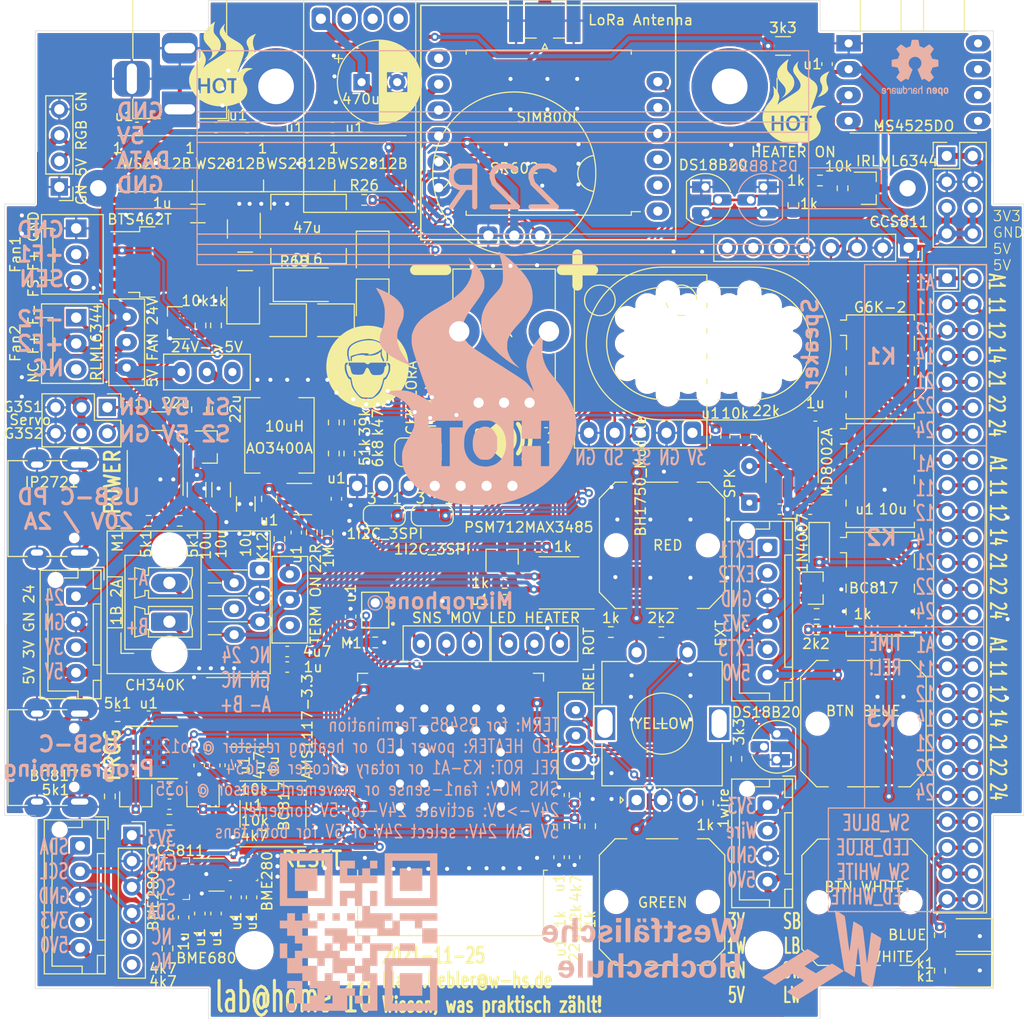
<source format=kicad_pcb>
(kicad_pcb (version 20171130) (host pcbnew "(5.1.8)-1")
  (layers (0 F.Cu signal hide) (31 B.Cu signal hide) (34 B.Paste user) (35 F.Paste user hide) (36 B.SilkS user) (37 F.SilkS user hide) (38 B.Mask user) (39 F.Mask user hide) (44 Edge.Cuts user))
  (net 0 "")
  (net 1 +5V)
  (net 2 GND)
  (net 3 +3V3)
  (net 4 PROG_EN)
  (net 5 /VBUS)
  (net 6 +24V)
  (net 7 SW)
  (net 8 "Net-(C23-Pad1)")
  (net 9 "Net-(C24-Pad2)")
  (net 10 "Net-(C24-Pad1)")
  (net 11 +4V)
  (net 12 "Net-(D1-Pad2)")
  (net 13 LED_RGB)
  (net 14 "Net-(D2-Pad2)")
  (net 15 RS485A)
  (net 16 RS485B)
  (net 17 "Net-(D5-Pad2)")
  (net 18 "Net-(D6-Pad2)")
  (net 19 "Net-(D6-Pad1)")
  (net 20 "Net-(D7-Pad2)")
  (net 21 "Net-(D8-Pad2)")
  (net 22 "Net-(D10-Pad2)")
  (net 23 "Net-(D10-Pad1)")
  (net 24 "Net-(D11-Pad1)")
  (net 25 "Net-(D12-Pad2)")
  (net 26 "Net-(D13-Pad1)")
  (net 27 "Net-(GSM_Module1-Pad12)")
  (net 28 "Net-(GSM_Module1-Pad11)")
  (net 29 "Net-(GSM_Module1-Pad10)")
  (net 30 "Net-(GSM_Module1-Pad9)")
  (net 31 "Net-(GSM_Module1-Pad8)")
  (net 32 SPI_MOSIx)
  (net 33 SPI_MISO)
  (net 34 "Net-(GSM_Module1-Pad3)")
  (net 35 "Net-(GSM_Module1-Pad1)")
  (net 36 "Net-(J1-PadB8)")
  (net 37 "Net-(J1-PadA5)")
  (net 38 "Net-(J1-PadA7)")
  (net 39 "Net-(J1-PadA6)")
  (net 40 "Net-(J1-PadA8)")
  (net 41 "Net-(J1-PadB5)")
  (net 42 FAN1_SENSE)
  (net 43 485_DE)
  (net 44 SCL)
  (net 45 SDA)
  (net 46 1wire)
  (net 47 485_DI)
  (net 48 485_RO)
  (net 49 "Net-(J7-Pad1)")
  (net 50 "Net-(J7-Pad4)")
  (net 51 "Net-(J8-PadB8)")
  (net 52 "Net-(J8-PadA5)")
  (net 53 "Net-(J8-PadB7)")
  (net 54 "Net-(J8-PadA7)")
  (net 55 "Net-(J8-PadB6)")
  (net 56 "Net-(J8-PadA8)")
  (net 57 "Net-(J8-PadB5)")
  (net 58 "Net-(J8-PadA6)")
  (net 59 "Net-(J10-Pad2)")
  (net 60 "Net-(J11-Pad3)")
  (net 61 "Net-(J11-Pad1)")
  (net 62 LED_WHITE)
  (net 63 SW_WHITE)
  (net 64 LED_BLUE)
  (net 65 SW_BLUE)
  (net 66 K3_24)
  (net 67 K3_22)
  (net 68 K3_21)
  (net 69 K3_14)
  (net 70 K3_12)
  (net 71 K3_11)
  (net 72 K3_A1)
  (net 73 K2_24)
  (net 74 K2_22)
  (net 75 K2_21)
  (net 76 K2_14)
  (net 77 K2_12)
  (net 78 K2_11)
  (net 79 K2_A1)
  (net 80 K1_24)
  (net 81 K1_22)
  (net 82 K1_21)
  (net 83 K1_14)
  (net 84 K1_12)
  (net 85 K1_11)
  (net 86 "Net-(J13-Pad2)")
  (net 87 "Net-(J13-Pad1)")
  (net 88 "Net-(J14-Pad1)")
  (net 89 SPI_CLK)
  (net 90 SPI_MOSI)
  (net 91 PROG_IO0)
  (net 92 "Net-(Q1-Pad1)")
  (net 93 "Net-(Q2-Pad1)")
  (net 94 "Net-(Q3-Pad1)")
  (net 95 "Net-(Q4-Pad1)")
  (net 96 "Net-(Q5-Pad1)")
  (net 97 "Net-(Q9-Pad1)")
  (net 98 HEATER)
  (net 99 ROT_A)
  (net 100 "Net-(R21-Pad1)")
  (net 101 "Net-(R22-Pad1)")
  (net 102 LED_WHITE_P)
  (net 103 FAN1_DRIVE)
  (net 104 FAN2_DRIVE)
  (net 105 K1_A1)
  (net 106 "Net-(R38-Pad1)")
  (net 107 AUDIO)
  (net 108 ROT_B)
  (net 109 PROG_RX)
  (net 110 PROG_TX)
  (net 111 "Net-(U2-Pad32)")
  (net 112 "Net-(U2-Pad22)")
  (net 113 "Net-(U2-Pad21)")
  (net 114 "Net-(U2-Pad20)")
  (net 115 "Net-(U2-Pad19)")
  (net 116 "Net-(U2-Pad18)")
  (net 117 "Net-(U2-Pad17)")
  (net 118 MOVE)
  (net 119 "Net-(U4-Pad8)")
  (net 120 "Net-(U4-Pad7)")
  (net 121 "Net-(U4-Pad6)")
  (net 122 "Net-(U4-Pad5)")
  (net 123 "Net-(U14-Pad7)")
  (net 124 "Net-(U16-Pad4)")
  (net 125 "Net-(U16-Pad3)")
  (net 126 "Net-(U16-Pad2)")
  (net 127 "Net-(U17-Pad16)")
  (net 128 "Net-(U17-Pad12)")
  (net 129 "Net-(U17-Pad11)")
  (net 130 "Net-(U17-Pad7)")
  (net 131 "Net-(U17-Pad6)")
  (net 132 "Net-(C10-Pad1)")
  (net 133 /RTS)
  (net 134 /DTR)
  (net 135 "Net-(U3-Pad5)")
  (net 136 "Net-(D15-Pad4)")
  (net 137 "Net-(D15-Pad2)")
  (net 138 "Net-(J12-Pad29)")
  (net 139 K3_ON)
  (net 140 /wireless/SPI_CLKx)
  (net 141 "Net-(R40-Pad1)")
  (net 142 "Net-(U20-Pad8)")
  (net 143 "Net-(U20-Pad4)")
  (net 144 "Net-(U20-Pad3)")
  (net 145 "Net-(U19-Pad1)")
  (net 146 /C)
  (net 147 /D)
  (net 148 "Net-(R41-Pad2)")
  (net 149 "Net-(R42-Pad2)")
  (net 150 "Net-(R13-Pad2)")
  (net 151 "Net-(SW6-Pad1)")
  (net 152 HEATER_LED)
  (net 153 I34)
  (net 154 I2S_SD)
  (net 155 I2S_SCK)
  (net 156 I2S_WS)
  (net 157 SERVO2)
  (net 158 I35)
  (net 159 "Net-(D14-Pad2)")
  (net 160 "Net-(L1-Pad2)")
  (net 161 "Net-(R26-Pad1)")
  (net 162 "Net-(J16-Pad6)")
  (net 163 "Net-(J16-Pad5)")
  (net 164 "Net-(J17-Pad8)")
  (net 165 "Net-(J17-Pad7)")
  (net 166 "Net-(J17-Pad6)")
  (net 167 "Net-(C34-Pad2)")
  (net 168 "Net-(C35-Pad2)")
  (net 169 "Net-(C35-Pad1)")
  (net 170 "Net-(R27-Pad2)")
  (net 171 "Net-(R31-Pad2)")
  (net 172 "Net-(R31-Pad1)")
  (net 173 "Net-(R32-Pad2)")
  (net 174 "Net-(U11-Pad1)")
  (net 175 "Net-(C36-Pad1)")
  (net 176 "Net-(SW11-Pad3)")
  (net 177 "Net-(R45-Pad2)")
  (net 178 "Net-(J11-Pad2)")
  (module Connector_Wire:SolderWire-0.1sqmm_1x02_P3.6mm_D0.4mm_OD1mm (layer F.Cu) (at 123.063 99.314 90)
    (fp_text reference J13 hide)
    (fp_text value SPK (at 1.905 -1.905 90) (layer F.SilkS))
    (pad 2 thru_hole circle (at 3.6 0 90) (size 1.6 1.6) (drill 0.6) (layers *.Cu *.Mask) (net 86 "Net-(J13-Pad2)"))
    (pad 1 thru_hole roundrect (at 0 0 90) (size 1.6 1.6) (drill 0.6) (layers *.Cu *.Mask) (roundrect_rratio 0.15625) (net 87 "Net-(J13-Pad1)"))
  )
  (module liebler_DRAWINGS:hot_big (layer B.Cu) (at 96.266 87.122 180)
    (fp_text reference IMG8 hide)
    (fp_text value HOT_BIG hide)
  )
  (module liebler_DRAWINGS:hot (layer F.Cu) (at 127.635 59.944)
    (fp_text reference IMG7 hide)
    (fp_text value HOT hide)
  )
  (module Button_Switch_SMD:SW_Push_1P1T_NO_6x6mm_H9.5mm (layer F.Cu) (at 76.327 129.8575)
    (fp_text reference SW12 hide)
    (fp_text value RESET (at 3.81 4.445 180) (layer F.SilkS) (effects (font (size 1.5 1.3) (thickness 0.25))))
    (pad 2 smd rect (at 3.975 2.25) (size 1.55 1.3) (layers F.Cu F.Paste F.Mask) (net 2 GND))
    (pad 1 smd rect (at 3.975 -2.25) (size 1.55 1.3) (layers F.Cu F.Paste F.Mask) (net 4 PROG_EN))
    (pad 1 smd rect (at -3.975 -2.25) (size 1.55 1.3) (layers F.Cu F.Paste F.Mask) (net 4 PROG_EN))
    (pad 2 smd rect (at -3.975 2.25) (size 1.55 1.3) (layers F.Cu F.Paste F.Mask) (net 2 GND))
  )
  (module Diode_SMD:D_SMA (layer F.Cu) (at 79.756 77.9145)
    (fp_text reference D16 (at 0 -2.5) (layer F.SilkS))
    (fp_text value Schttky)
    (pad 2 smd rect (at 2 0) (size 2.5 1.8) (layers F.Cu F.Paste F.Mask) (net 26 "Net-(D13-Pad1)"))
    (pad 1 smd rect (at -2 0) (size 2.5 1.8) (layers F.Cu F.Paste F.Mask) (net 6 +24V))
  )
  (module Package_TO_SOT_SMD:TO-252-5_TabPin3 (layer F.Cu) (at 65.7225 75.692)
    (fp_text reference U21 hide)
    (fp_text value BTS462T (at -2.4765 -4.191) (layer F.SilkS))
    (pad 3 smd rect (at 2.1 0) (size 6.4 5.8) (layers F.Cu F.Mask) (net 178 "Net-(J11-Pad2)"))
    (pad 5 smd rect (at -4.2 2.28) (size 2.2 0.8) (layers F.Cu F.Paste F.Mask) (net 59 "Net-(J10-Pad2)"))
    (pad 4 smd rect (at -4.2 1.14) (size 2.2 0.8) (layers F.Cu F.Paste F.Mask))
    (pad 3 smd rect (at -4.2 0) (size 2.2 0.8) (layers F.Cu F.Paste F.Mask) (net 178 "Net-(J11-Pad2)"))
    (pad 2 smd rect (at -4.2 -1.14) (size 2.2 0.8) (layers F.Cu F.Paste F.Mask) (net 103 FAN1_DRIVE))
    (pad 1 smd rect (at -4.2 -2.28) (size 2.2 0.8) (layers F.Cu F.Paste F.Mask) (net 2 GND))
  )
  (module Connector_PinHeader_2.54mm:PinHeader_2x25_P2.54mm_Vertical (layer F.Cu) (at 142.46 77.29)
    (fp_text reference J12 hide)
    (fp_text value VPS hide)
    (pad 50 thru_hole oval (at 2.54 60.96) (size 1.7 1.7) (drill 1) (layers *.Cu *.Mask) (net 62 LED_WHITE))
    (pad 49 thru_hole oval (at 0 60.96) (size 1.7 1.7) (drill 1) (layers *.Cu *.Mask) (net 62 LED_WHITE))
    (pad 48 thru_hole oval (at 2.54 58.42) (size 1.7 1.7) (drill 1) (layers *.Cu *.Mask) (net 63 SW_WHITE))
    (pad 47 thru_hole oval (at 0 58.42) (size 1.7 1.7) (drill 1) (layers *.Cu *.Mask) (net 63 SW_WHITE))
    (pad 46 thru_hole oval (at 2.54 55.88) (size 1.7 1.7) (drill 1) (layers *.Cu *.Mask) (net 64 LED_BLUE))
    (pad 45 thru_hole oval (at 0 55.88) (size 1.7 1.7) (drill 1) (layers *.Cu *.Mask) (net 64 LED_BLUE))
    (pad 44 thru_hole oval (at 2.54 53.34) (size 1.7 1.7) (drill 1) (layers *.Cu *.Mask) (net 65 SW_BLUE))
    (pad 43 thru_hole oval (at 0 53.34) (size 1.7 1.7) (drill 1) (layers *.Cu *.Mask) (net 65 SW_BLUE))
    (pad 42 thru_hole oval (at 2.54 50.8) (size 1.7 1.7) (drill 1) (layers *.Cu *.Mask) (net 66 K3_24))
    (pad 41 thru_hole oval (at 0 50.8) (size 1.7 1.7) (drill 1) (layers *.Cu *.Mask) (net 66 K3_24))
    (pad 40 thru_hole oval (at 2.54 48.26) (size 1.7 1.7) (drill 1) (layers *.Cu *.Mask) (net 67 K3_22))
    (pad 39 thru_hole oval (at 0 48.26) (size 1.7 1.7) (drill 1) (layers *.Cu *.Mask) (net 67 K3_22))
    (pad 38 thru_hole oval (at 2.54 45.72) (size 1.7 1.7) (drill 1) (layers *.Cu *.Mask) (net 68 K3_21))
    (pad 37 thru_hole oval (at 0 45.72) (size 1.7 1.7) (drill 1) (layers *.Cu *.Mask) (net 68 K3_21))
    (pad 36 thru_hole oval (at 2.54 43.18) (size 1.7 1.7) (drill 1) (layers *.Cu *.Mask) (net 69 K3_14))
    (pad 35 thru_hole oval (at 0 43.18) (size 1.7 1.7) (drill 1) (layers *.Cu *.Mask) (net 69 K3_14))
    (pad 34 thru_hole oval (at 2.54 40.64) (size 1.7 1.7) (drill 1) (layers *.Cu *.Mask) (net 70 K3_12))
    (pad 33 thru_hole oval (at 0 40.64) (size 1.7 1.7) (drill 1) (layers *.Cu *.Mask) (net 70 K3_12))
    (pad 32 thru_hole oval (at 2.54 38.1) (size 1.7 1.7) (drill 1) (layers *.Cu *.Mask) (net 71 K3_11))
    (pad 31 thru_hole oval (at 0 38.1) (size 1.7 1.7) (drill 1) (layers *.Cu *.Mask) (net 71 K3_11))
    (pad 30 thru_hole oval (at 2.54 35.56) (size 1.7 1.7) (drill 1) (layers *.Cu *.Mask) (net 138 "Net-(J12-Pad29)"))
    (pad 29 thru_hole oval (at 0 35.56) (size 1.7 1.7) (drill 1) (layers *.Cu *.Mask) (net 138 "Net-(J12-Pad29)"))
    (pad 28 thru_hole oval (at 2.54 33.02) (size 1.7 1.7) (drill 1) (layers *.Cu *.Mask) (net 73 K2_24))
    (pad 27 thru_hole oval (at 0 33.02) (size 1.7 1.7) (drill 1) (layers *.Cu *.Mask) (net 73 K2_24))
    (pad 26 thru_hole oval (at 2.54 30.48) (size 1.7 1.7) (drill 1) (layers *.Cu *.Mask) (net 74 K2_22))
    (pad 25 thru_hole oval (at 0 30.48) (size 1.7 1.7) (drill 1) (layers *.Cu *.Mask) (net 74 K2_22))
    (pad 24 thru_hole oval (at 2.54 27.94) (size 1.7 1.7) (drill 1) (layers *.Cu *.Mask) (net 75 K2_21))
    (pad 23 thru_hole oval (at 0 27.94) (size 1.7 1.7) (drill 1) (layers *.Cu *.Mask) (net 75 K2_21))
    (pad 22 thru_hole oval (at 2.54 25.4) (size 1.7 1.7) (drill 1) (layers *.Cu *.Mask) (net 76 K2_14))
    (pad 21 thru_hole oval (at 0 25.4) (size 1.7 1.7) (drill 1) (layers *.Cu *.Mask) (net 76 K2_14))
    (pad 20 thru_hole oval (at 2.54 22.86) (size 1.7 1.7) (drill 1) (layers *.Cu *.Mask) (net 77 K2_12))
    (pad 19 thru_hole oval (at 0 22.86) (size 1.7 1.7) (drill 1) (layers *.Cu *.Mask) (net 77 K2_12))
    (pad 18 thru_hole oval (at 2.54 20.32) (size 1.7 1.7) (drill 1) (layers *.Cu *.Mask) (net 78 K2_11))
    (pad 17 thru_hole oval (at 0 20.32) (size 1.7 1.7) (drill 1) (layers *.Cu *.Mask) (net 78 K2_11))
    (pad 16 thru_hole oval (at 2.54 17.78) (size 1.7 1.7) (drill 1) (layers *.Cu *.Mask) (net 79 K2_A1))
    (pad 15 thru_hole oval (at 0 17.78) (size 1.7 1.7) (drill 1) (layers *.Cu *.Mask) (net 79 K2_A1))
    (pad 14 thru_hole oval (at 2.54 15.24) (size 1.7 1.7) (drill 1) (layers *.Cu *.Mask) (net 80 K1_24))
    (pad 13 thru_hole oval (at 0 15.24) (size 1.7 1.7) (drill 1) (layers *.Cu *.Mask) (net 80 K1_24))
    (pad 12 thru_hole oval (at 2.54 12.7) (size 1.7 1.7) (drill 1) (layers *.Cu *.Mask) (net 81 K1_22))
    (pad 11 thru_hole oval (at 0 12.7) (size 1.7 1.7) (drill 1) (layers *.Cu *.Mask) (net 81 K1_22))
    (pad 10 thru_hole oval (at 2.54 10.16) (size 1.7 1.7) (drill 1) (layers *.Cu *.Mask) (net 82 K1_21))
    (pad 9 thru_hole oval (at 0 10.16) (size 1.7 1.7) (drill 1) (layers *.Cu *.Mask) (net 82 K1_21))
    (pad 8 thru_hole oval (at 2.54 7.62) (size 1.7 1.7) (drill 1) (layers *.Cu *.Mask) (net 83 K1_14))
    (pad 7 thru_hole oval (at 0 7.62) (size 1.7 1.7) (drill 1) (layers *.Cu *.Mask) (net 83 K1_14))
    (pad 6 thru_hole oval (at 2.54 5.08) (size 1.7 1.7) (drill 1) (layers *.Cu *.Mask) (net 84 K1_12))
    (pad 5 thru_hole oval (at 0 5.08) (size 1.7 1.7) (drill 1) (layers *.Cu *.Mask) (net 84 K1_12))
    (pad 4 thru_hole oval (at 2.54 2.54) (size 1.7 1.7) (drill 1) (layers *.Cu *.Mask) (net 85 K1_11))
    (pad 3 thru_hole oval (at 0 2.54) (size 1.7 1.7) (drill 1) (layers *.Cu *.Mask) (net 85 K1_11))
    (pad 2 thru_hole oval (at 2.54 0) (size 1.7 1.7) (drill 1) (layers *.Cu *.Mask) (net 105 K1_A1))
    (pad 1 thru_hole rect (at 0 0) (size 1.7 1.7) (drill 1) (layers *.Cu *.Mask) (net 105 K1_A1))
  )
  (module Connector_PinHeader_2.54mm:PinHeader_2x04_P2.54mm_Vertical (layer F.Cu) (at 142.4305 65.278)
    (fp_text reference J19 hide)
    (fp_text value Supply hide)
    (pad 8 thru_hole oval (at 2.54 7.62) (size 1.7 1.7) (drill 1) (layers *.Cu *.Mask) (net 1 +5V))
    (pad 7 thru_hole oval (at 0 7.62) (size 1.7 1.7) (drill 1) (layers *.Cu *.Mask) (net 1 +5V))
    (pad 6 thru_hole oval (at 2.54 5.08) (size 1.7 1.7) (drill 1) (layers *.Cu *.Mask) (net 1 +5V))
    (pad 5 thru_hole oval (at 0 5.08) (size 1.7 1.7) (drill 1) (layers *.Cu *.Mask) (net 1 +5V))
    (pad 4 thru_hole oval (at 2.54 2.54) (size 1.7 1.7) (drill 1) (layers *.Cu *.Mask) (net 2 GND))
    (pad 3 thru_hole oval (at 0 2.54) (size 1.7 1.7) (drill 1) (layers *.Cu *.Mask) (net 2 GND))
    (pad 2 thru_hole oval (at 2.54 0) (size 1.7 1.7) (drill 1) (layers *.Cu *.Mask) (net 3 +3V3))
    (pad 1 thru_hole rect (at 0 0) (size 1.7 1.7) (drill 1) (layers *.Cu *.Mask) (net 3 +3V3))
  )
  (module Connector_BarrelJack:BarrelJack_Horizontal (layer F.Cu) (at 67.183 60.706 270)
    (fp_text reference J18 hide)
    (fp_text value Barrel_Jack_Switch hide)
    (pad 3 thru_hole roundrect (at -3 4.7 270) (size 3.5 3.5) (drill oval 3 1) (layers *.Cu *.Mask) (net 2 GND))
    (pad 2 thru_hole roundrect (at -6 0 270) (size 3 3.5) (drill oval 1 3) (layers *.Cu *.Mask) (net 2 GND))
    (pad 1 thru_hole rect (at 0 0 270) (size 3.5 3.5) (drill oval 1 3) (layers *.Cu *.Mask) (net 6 +24V))
  )
  (module Symbol:OSHW-Logo2_7.3x6mm_SilkScreen (layer B.Cu) (at 139.319 56.642 180)
    (fp_text reference IMG6 hide)
    (fp_text value "OPEN Hardware" hide)
  )
  (module liebler_DRAWINGS:QR_CODE_smopla_de (layer B.Cu) (at 84.709 141.478 180)
    (fp_text reference IMG5 hide)
    (fp_text value QR-CODE hide)
  )
  (module liebler_PASSIVES:Resistor_100W (layer B.Cu) (at 98.882 68.453)
    (fp_text reference R18 hide)
    (fp_text value 22R (at 0 0) (layer B.SilkS) (effects (font (size 4 4) (thickness 0.5)) (justify mirror)))
    (pad 2 thru_hole circle (at 39.7 0) (size 3.6 3.6) (drill 1.6) (layers *.Cu *.Mask) (net 19 "Net-(D6-Pad1)"))
    (pad 1 thru_hole circle (at -39.7 0) (size 3.6 3.6) (drill 1.6) (layers *.Cu *.Mask) (net 6 +24V))
    (pad "" np_thru_hole oval (at -22.25 -10) (size 7.5 7.5) (drill oval 3.5) (layers *.Cu *.Mask))
    (pad "" np_thru_hole oval (at 22.25 -10) (size 7.5 7.5) (drill oval 3.5) (layers *.Cu *.Mask))
  )
  (module Inductor_SMD:L_Abracon_ASPI-0630LR (layer F.Cu) (at 76.962 92.71 270)
    (fp_text reference L2 hide)
    (fp_text value 10uH (at -0.889 -0.508 180) (layer F.SilkS))
    (pad 2 smd roundrect (at 3.025 0 270) (size 2.35 3.4) (layers F.Cu F.Paste F.Mask) (roundrect_rratio 0.1) (net 169 "Net-(C35-Pad1)"))
    (pad 1 smd roundrect (at -3.025 0 270) (size 2.35 3.4) (layers F.Cu F.Paste F.Mask) (roundrect_rratio 0.1) (net 175 "Net-(C36-Pad1)"))
  )
  (module Inductor_SMD:L_Abracon_ASPI-0630LR (layer F.Cu) (at 79.8195 72.4535 180)
    (fp_text reference L1 hide)
    (fp_text value 47u (at 0.127 0.127) (layer F.SilkS))
    (pad 2 smd roundrect (at 3.025 0 180) (size 2.35 3.4) (layers F.Cu F.Paste F.Mask) (roundrect_rratio 0.1) (net 160 "Net-(L1-Pad2)"))
    (pad 1 smd roundrect (at -3.025 0 180) (size 2.35 3.4) (layers F.Cu F.Paste F.Mask) (roundrect_rratio 0.1) (net 26 "Net-(D13-Pad1)"))
  )
  (module liebler_MODULES:MS4525DO (layer F.Cu) (at 139.15 58.039)
    (fp_text reference U4 hide)
    (fp_text value MS4525DO (at 0.042 4.295) (layer F.SilkS))
    (pad 8 thru_hole oval (at 6.35 -3.81) (size 2.4 1.6) (drill 0.8) (layers *.Cu *.Mask) (net 119 "Net-(U4-Pad8)"))
    (pad 4 thru_hole oval (at -6.35 3.81) (size 2.4 1.6) (drill 0.8) (layers *.Cu *.Mask) (net 44 SCL))
    (pad 7 thru_hole oval (at 6.35 -1.27) (size 2.4 1.6) (drill 0.8) (layers *.Cu *.Mask) (net 120 "Net-(U4-Pad7)"))
    (pad 3 thru_hole oval (at -6.35 1.27) (size 2.4 1.6) (drill 0.8) (layers *.Cu *.Mask) (net 45 SDA))
    (pad 6 thru_hole oval (at 6.35 1.27) (size 2.4 1.6) (drill 0.8) (layers *.Cu *.Mask) (net 121 "Net-(U4-Pad6)"))
    (pad 2 thru_hole oval (at -6.35 -1.27) (size 2.4 1.6) (drill 0.8) (layers *.Cu *.Mask) (net 1 +5V))
    (pad 5 thru_hole oval (at 6.35 3.81) (size 2.4 1.6) (drill 0.8) (layers *.Cu *.Mask) (net 122 "Net-(U4-Pad5)"))
    (pad 1 thru_hole rect (at -6.35 -3.81) (size 2.4 1.6) (drill 0.8) (layers *.Cu *.Mask) (net 2 GND))
  )
  (module liebler_MECH:SPEAKER_2415 (layer F.Cu) (at 119.063 83.693 90)
    (fp_text reference SP1 hide)
    (fp_text value Speaker hide)
    (pad "" np_thru_hole circle (at -2.5 8 90) (size 2 2) (drill 2) (layers *.Cu *.Mask))
    (pad "" np_thru_hole circle (at 0 8 90) (size 2 2) (drill 2) (layers *.Cu *.Mask))
    (pad "" np_thru_hole circle (at 2.5 8 90) (size 2 2) (drill 2) (layers *.Cu *.Mask))
    (pad "" np_thru_hole circle (at 3.75 6 90) (size 2 2) (drill 2) (layers *.Cu *.Mask))
    (pad "" np_thru_hole circle (at 1.25 6 90) (size 2 2) (drill 2) (layers *.Cu *.Mask))
    (pad "" np_thru_hole circle (at -1.25 6 90) (size 2 2) (drill 2) (layers *.Cu *.Mask))
    (pad "" np_thru_hole circle (at -3.75 6 90) (size 2 2) (drill 2) (layers *.Cu *.Mask))
    (pad "" np_thru_hole circle (at -5 4 90) (size 2 2) (drill 2) (layers *.Cu *.Mask))
    (pad "" np_thru_hole circle (at -2.5 4 90) (size 2 2) (drill 2) (layers *.Cu *.Mask))
    (pad "" np_thru_hole circle (at 0 4 90) (size 2 2) (drill 2) (layers *.Cu *.Mask))
    (pad "" np_thru_hole circle (at 2.5 4 90) (size 2 2) (drill 2) (layers *.Cu *.Mask))
    (pad "" np_thru_hole circle (at 5 4 90) (size 2 2) (drill 2) (layers *.Cu *.Mask))
    (pad "" np_thru_hole circle (at 3.75 2 90) (size 2 2) (drill 2) (layers *.Cu *.Mask))
    (pad "" np_thru_hole circle (at 1.25 2 90) (size 2 2) (drill 2) (layers *.Cu *.Mask))
    (pad "" np_thru_hole circle (at -1.25 2 90) (size 2 2) (drill 2) (layers *.Cu *.Mask))
    (pad "" np_thru_hole circle (at -3.75 2 90) (size 2 2) (drill 2) (layers *.Cu *.Mask))
    (pad "" np_thru_hole circle (at 2.5 -8 90) (size 2 2) (drill 2) (layers *.Cu *.Mask))
    (pad "" np_thru_hole circle (at 0 -8 90) (size 2 2) (drill 2) (layers *.Cu *.Mask))
    (pad "" np_thru_hole circle (at -2.5 -8 90) (size 2 2) (drill 2) (layers *.Cu *.Mask))
    (pad "" np_thru_hole circle (at 3.75 -6 90) (size 2 2) (drill 2) (layers *.Cu *.Mask))
    (pad "" np_thru_hole circle (at 1.25 -6 90) (size 2 2) (drill 2) (layers *.Cu *.Mask))
    (pad "" np_thru_hole circle (at -1.25 -6 90) (size 2 2) (drill 2) (layers *.Cu *.Mask))
    (pad "" np_thru_hole circle (at -3.75 -6 90) (size 2 2) (drill 2) (layers *.Cu *.Mask))
    (pad "" np_thru_hole circle (at 5 -4 90) (size 2 2) (drill 2) (layers *.Cu *.Mask))
    (pad "" np_thru_hole circle (at 2.5 -4 90) (size 2 2) (drill 2) (layers *.Cu *.Mask))
    (pad "" np_thru_hole circle (at 0 -4 90) (size 2 2) (drill 2) (layers *.Cu *.Mask))
    (pad "" np_thru_hole circle (at -2.5 -4 90) (size 2 2) (drill 2) (layers *.Cu *.Mask))
    (pad "" np_thru_hole circle (at -5 -4 90) (size 2 2) (drill 2) (layers *.Cu *.Mask))
    (pad "" np_thru_hole circle (at 3.75 -2 90) (size 2 2) (drill 2) (layers *.Cu *.Mask))
    (pad "" np_thru_hole circle (at 1.25 -2 90) (size 2 2) (drill 2) (layers *.Cu *.Mask))
    (pad "" np_thru_hole circle (at -1.25 -2 90) (size 2 2) (drill 2) (layers *.Cu *.Mask))
    (pad "" np_thru_hole circle (at -3.75 -2 90) (size 2 2) (drill 2) (layers *.Cu *.Mask))
    (pad "" np_thru_hole circle (at 5 0 90) (size 2 2) (drill 2) (layers *.Cu *.Mask))
    (pad "" np_thru_hole circle (at 2.5 0 90) (size 2 2) (drill 2) (layers *.Cu *.Mask))
    (pad "" np_thru_hole circle (at 0 0 90) (size 2 2) (drill 2) (layers *.Cu *.Mask))
    (pad "" np_thru_hole circle (at -2.5 0 90) (size 2 2) (drill 2) (layers *.Cu *.Mask))
    (pad "" np_thru_hole circle (at -5 0 90) (size 2 2) (drill 2) (layers *.Cu *.Mask))
  )
  (module Capacitor_SMD:C_0603_1608Metric (layer F.Cu) (at 105.918 134.112 270)
    (fp_text reference C2 hide)
    (fp_text value 22u (at 8.89 0 90) (layer F.SilkS))
    (pad 2 smd roundrect (at 0.775 0 270) (size 0.9 0.95) (layers F.Cu F.Paste F.Mask) (net 2 GND))
    (pad 1 smd roundrect (at -0.775 0 270) (size 0.9 0.95) (layers F.Cu F.Paste F.Mask) (net 3 +3V3))
  )
  (module Resistor_SMD:R_0603_1608Metric (layer F.Cu) (at 83.82 91.44 90)
    (fp_text reference R47 hide)
    (fp_text value k47 (at 0 2.794 90) (layer F.SilkS))
    (pad 2 smd roundrect (at 0.825 0 90) (size 0.8 0.95) (layers F.Cu F.Paste F.Mask) (net 172 "Net-(R31-Pad1)"))
    (pad 1 smd roundrect (at -0.825 0 90) (size 0.8 0.95) (layers F.Cu F.Paste F.Mask) (net 177 "Net-(R45-Pad2)"))
  )
  (module Capacitor_SMD:C_1206_3216Metric (layer F.Cu) (at 73.66 99.441 90)
    (fp_text reference C32 hide)
    (fp_text value 10u (at -3.81 0 270) (layer F.SilkS))
    (pad 2 smd roundrect (at 1.475 0 90) (size 1.15 1.8) (layers F.Cu F.Paste F.Mask) (roundrect_rratio 0.2173904347826087) (net 6 +24V))
    (pad 1 smd roundrect (at -1.475 0 90) (size 1.15 1.8) (layers F.Cu F.Paste F.Mask) (roundrect_rratio 0.2173904347826087) (net 2 GND))
  )
  (module Capacitor_SMD:C_1206_3216Metric (layer F.Cu) (at 71.247 98.044 90)
    (fp_text reference C22 hide)
    (fp_text value 10u (at -5.334 0 270) (layer F.SilkS))
    (pad 2 smd roundrect (at 1.475 0 90) (size 1.15 1.8) (layers F.Cu F.Paste F.Mask) (roundrect_rratio 0.2173904347826087) (net 6 +24V))
    (pad 1 smd roundrect (at -1.475 0 90) (size 1.15 1.8) (layers F.Cu F.Paste F.Mask) (roundrect_rratio 0.2173904347826087) (net 2 GND))
  )
  (module liebler_MECH:Switch_SS12D00 (layer F.Cu) (at 69.85 86.487)
    (fp_text reference SW11 hide)
    (fp_text value 24V->5V (at 0 -2.45) (layer F.SilkS))
    (pad 1 thru_hole oval (at -2.5 0) (size 1.6 2) (drill 0.8) (layers *.Cu *.Mask) (net 1 +5V))
    (pad 3 thru_hole oval (at 2.5 0) (size 1.6 2) (drill 0.8) (layers *.Cu *.Mask) (net 176 "Net-(SW11-Pad3)"))
    (pad 2 thru_hole oval (at 0 0) (size 1.6 2) (drill 0.8) (layers *.Cu *.Mask) (net 175 "Net-(C36-Pad1)"))
  )
  (module Package_TO_SOT_SMD:TSOT-23-8 (layer F.Cu) (at 79.248 98.933)
    (fp_text reference U11 hide)
    (fp_text value MP4420 hide)
    (pad 8 smd rect (at 1.31 -0.97) (size 1.22 0.4) (layers F.Cu F.Paste F.Mask) (net 171 "Net-(R31-Pad2)"))
    (pad 7 smd rect (at 1.31 -0.33) (size 1.22 0.4) (layers F.Cu F.Paste F.Mask) (net 167 "Net-(C34-Pad2)"))
    (pad 6 smd rect (at 1.31 0.33) (size 1.22 0.4) (layers F.Cu F.Paste F.Mask) (net 170 "Net-(R27-Pad2)"))
    (pad 5 smd rect (at 1.31 0.97) (size 1.22 0.4) (layers F.Cu F.Paste F.Mask) (net 173 "Net-(R32-Pad2)"))
    (pad 4 smd rect (at -1.31 0.97) (size 1.22 0.4) (layers F.Cu F.Paste F.Mask) (net 2 GND))
    (pad 3 smd rect (at -1.31 0.33) (size 1.22 0.4) (layers F.Cu F.Paste F.Mask) (net 169 "Net-(C35-Pad1)"))
    (pad 2 smd rect (at -1.31 -0.33) (size 1.22 0.4) (layers F.Cu F.Paste F.Mask) (net 6 +24V))
    (pad 1 smd rect (at -1.31 -0.97) (size 1.22 0.4) (layers F.Cu F.Paste F.Mask) (net 174 "Net-(U11-Pad1)"))
  )
  (module Resistor_SMD:R_0603_1608Metric (layer F.Cu) (at 82.296 91.44 270)
    (fp_text reference R46 hide)
    (fp_text value 39k (at 0 -3.048 90) (layer F.SilkS))
    (pad 2 smd roundrect (at 0.825 0 270) (size 0.8 0.95) (layers F.Cu F.Paste F.Mask) (net 172 "Net-(R31-Pad1)"))
    (pad 1 smd roundrect (at -0.825 0 270) (size 0.8 0.95) (layers F.Cu F.Paste F.Mask) (net 175 "Net-(C36-Pad1)"))
  )
  (module Resistor_SMD:R_0603_1608Metric (layer F.Cu) (at 83.82 94.488 90)
    (fp_text reference R45 hide)
    (fp_text value 6k8 (at 0 2.794 90) (layer F.SilkS))
    (pad 2 smd roundrect (at 0.825 0 90) (size 0.8 0.95) (layers F.Cu F.Paste F.Mask) (net 177 "Net-(R45-Pad2)"))
    (pad 1 smd roundrect (at -0.825 0 90) (size 0.8 0.95) (layers F.Cu F.Paste F.Mask) (net 2 GND))
  )
  (module Resistor_SMD:R_0603_1608Metric (layer F.Cu) (at 80.137 102.235 90)
    (fp_text reference R32 hide)
    (fp_text value 22R (at -2.54 0.381 270) (layer F.SilkS))
    (pad 2 smd roundrect (at 0.825 0 90) (size 0.8 0.95) (layers F.Cu F.Paste F.Mask) (net 173 "Net-(R32-Pad2)"))
    (pad 1 smd roundrect (at -0.825 0 90) (size 0.8 0.95) (layers F.Cu F.Paste F.Mask) (net 168 "Net-(C35-Pad2)"))
  )
  (module Resistor_SMD:R_0603_1608Metric (layer F.Cu) (at 82.296 94.488 270)
    (fp_text reference R31 hide)
    (fp_text value 51k (at -0.127 -3.048 90) (layer F.SilkS))
    (pad 2 smd roundrect (at 0.825 0 270) (size 0.8 0.95) (layers F.Cu F.Paste F.Mask) (net 171 "Net-(R31-Pad2)"))
    (pad 1 smd roundrect (at -0.825 0 270) (size 0.8 0.95) (layers F.Cu F.Paste F.Mask) (net 172 "Net-(R31-Pad1)"))
  )
  (module Resistor_SMD:R_0603_1608Metric (layer F.Cu) (at 81.661 102.235 90)
    (fp_text reference R27 hide)
    (fp_text value 1M (at -2.413 0.127 270) (layer F.SilkS))
    (pad 2 smd roundrect (at 0.825 0 90) (size 0.8 0.95) (layers F.Cu F.Paste F.Mask) (net 170 "Net-(R27-Pad2)"))
    (pad 1 smd roundrect (at -0.825 0 90) (size 0.8 0.95) (layers F.Cu F.Paste F.Mask) (net 6 +24V))
  )
  (module Capacitor_SMD:C_0805_2012Metric (layer F.Cu) (at 69.088 90.17 90)
    (fp_text reference C37 hide)
    (fp_text value 22u (at 0.635 -2.286 180) (layer F.SilkS))
    (pad 2 smd roundrect (at 0.95 0 90) (size 1 1.45) (layers F.Cu F.Paste F.Mask) (net 2 GND))
    (pad 1 smd roundrect (at -0.95 0 90) (size 1 1.45) (layers F.Cu F.Paste F.Mask) (net 175 "Net-(C36-Pad1)"))
  )
  (module Capacitor_SMD:C_0805_2012Metric (layer F.Cu) (at 71.12 90.17 90)
    (fp_text reference C36 hide)
    (fp_text value 22u (at 0.0635 1.524 270) (layer F.SilkS))
    (pad 2 smd roundrect (at 0.95 0 90) (size 1 1.45) (layers F.Cu F.Paste F.Mask) (net 2 GND))
    (pad 1 smd roundrect (at -0.95 0 90) (size 1 1.45) (layers F.Cu F.Paste F.Mask) (net 175 "Net-(C36-Pad1)"))
  )
  (module Capacitor_SMD:C_0603_1608Metric (layer F.Cu) (at 78.613 102.235 270)
    (fp_text reference C35 hide)
    (fp_text value u1 (at 2.159 0 270) (layer F.SilkS))
    (pad 2 smd roundrect (at 0.775 0 270) (size 0.9 0.95) (layers F.Cu F.Paste F.Mask) (net 168 "Net-(C35-Pad2)"))
    (pad 1 smd roundrect (at -0.775 0 270) (size 0.9 0.95) (layers F.Cu F.Paste F.Mask) (net 169 "Net-(C35-Pad1)"))
  )
  (module Capacitor_SMD:C_0603_1608Metric (layer F.Cu) (at 82.55 98.933 90)
    (fp_text reference C34 hide)
    (fp_text value u1 (at 2.032 0 180) (layer F.SilkS))
    (pad 2 smd roundrect (at 0.775 0 90) (size 0.9 0.95) (layers F.Cu F.Paste F.Mask) (net 167 "Net-(C34-Pad2)"))
    (pad 1 smd roundrect (at -0.775 0 90) (size 0.9 0.95) (layers F.Cu F.Paste F.Mask) (net 2 GND))
  )
  (module Capacitor_SMD:C_0805_2012Metric (layer F.Cu) (at 75.946 98.933 90)
    (fp_text reference C33 hide)
    (fp_text value u1 (at -2.0955 0 180) (layer F.SilkS))
    (pad 2 smd roundrect (at 0.95 0 90) (size 1 1.45) (layers F.Cu F.Paste F.Mask) (net 6 +24V))
    (pad 1 smd roundrect (at -0.95 0 90) (size 1 1.45) (layers F.Cu F.Paste F.Mask) (net 2 GND))
  )
  (module liebler_DRAWINGS:LOGO_WHS (layer B.Cu) (at 119.38 143.637 180)
    (fp_text reference IMG4 hide)
    (fp_text value WHS hide)
  )
  (module liebler_DRAWINGS:hot (layer F.Cu) (at 71.374 56.261)
    (fp_text reference IMG3 hide)
    (fp_text value HOT hide)
  )
  (module liebler_MECH:Switch_SS12D00 (layer F.Cu) (at 61.976 83.566 90)
    (fp_text reference SW10 hide)
    (fp_text value "5V FAN 24V" (at 0 2.54 90) (layer F.SilkS))
    (pad 1 thru_hole oval (at -2.5 0 90) (size 1.6 2) (drill 0.8) (layers *.Cu *.Mask) (net 1 +5V))
    (pad 3 thru_hole oval (at 2.5 0 90) (size 1.6 2) (drill 0.8) (layers *.Cu *.Mask) (net 6 +24V))
    (pad 2 thru_hole oval (at 0 0 90) (size 1.6 2) (drill 0.8) (layers *.Cu *.Mask) (net 178 "Net-(J11-Pad2)"))
  )
  (module Connector_Phoenix_MC:PhoenixContact_MCV_1,5_2-G-3.81_1x02_P3.81mm_Vertical (layer F.Cu) (at 66.167 110.998 90)
    (fp_text reference J15 hide)
    (fp_text value "1B 2A" (at 1.9 -5.207 270) (layer F.SilkS))
    (pad 2 thru_hole oval (at 3.81 0 90) (size 1.8 3.6) (drill 1.2) (layers *.Cu *.Mask) (net 15 RS485A))
    (pad 1 thru_hole roundrect (at 0 0 90) (size 1.8 3.6) (drill 1.2) (layers *.Cu *.Mask) (roundrect_rratio 0.1388888888888889) (net 16 RS485B))
  )
  (module Connector_PinSocket_2.54mm:PinSocket_1x08_P2.54mm_Vertical (layer F.Cu) (at 138.684 74.295 270)
    (fp_text reference J17 hide)
    (fp_text value CCS811 (at -2.54 0.9525 180) (layer F.SilkS))
    (pad 8 thru_hole oval (at 0 17.78 270) (size 1.7 1.7) (drill 1) (layers *.Cu *.Mask) (net 164 "Net-(J17-Pad8)"))
    (pad 7 thru_hole oval (at 0 15.24 270) (size 1.7 1.7) (drill 1) (layers *.Cu *.Mask) (net 165 "Net-(J17-Pad7)"))
    (pad 6 thru_hole oval (at 0 12.7 270) (size 1.7 1.7) (drill 1) (layers *.Cu *.Mask) (net 166 "Net-(J17-Pad6)"))
    (pad 5 thru_hole oval (at 0 10.16 270) (size 1.7 1.7) (drill 1) (layers *.Cu *.Mask) (net 2 GND))
    (pad 4 thru_hole oval (at 0 7.62 270) (size 1.7 1.7) (drill 1) (layers *.Cu *.Mask) (net 45 SDA))
    (pad 3 thru_hole oval (at 0 5.08 270) (size 1.7 1.7) (drill 1) (layers *.Cu *.Mask) (net 44 SCL))
    (pad 2 thru_hole oval (at 0 2.54 270) (size 1.7 1.7) (drill 1) (layers *.Cu *.Mask) (net 2 GND))
    (pad 1 thru_hole rect (at 0 0 270) (size 1.7 1.7) (drill 1) (layers *.Cu *.Mask) (net 3 +3V3))
  )
  (module Package_LGA:Bosch_LGA-8_3x3mm_P0.8mm_ClockwisePinNumbering (layer F.Cu) (at 70.0405 135.8265 90)
    (fp_text reference U7 hide)
    (fp_text value BME680 (at -8.1915 -0.254) (layer F.SilkS))
    (pad 8 smd roundrect (at -1.2 1.1875 90) (size 0.5 0.525) (layers F.Cu F.Paste F.Mask) (net 3 +3V3))
    (pad 7 smd roundrect (at -0.4 1.1875 90) (size 0.5 0.525) (layers F.Cu F.Paste F.Mask) (net 2 GND))
    (pad 6 smd roundrect (at 0.4 1.1875 90) (size 0.5 0.525) (layers F.Cu F.Paste F.Mask) (net 3 +3V3))
    (pad 5 smd roundrect (at 1.2 1.1875 90) (size 0.5 0.525) (layers F.Cu F.Paste F.Mask) (net 2 GND))
    (pad 4 smd roundrect (at 1.2 -1.1875 90) (size 0.5 0.525) (layers F.Cu F.Paste F.Mask) (net 44 SCL))
    (pad 3 smd roundrect (at 0.4 -1.1875 90) (size 0.5 0.525) (layers F.Cu F.Paste F.Mask) (net 45 SDA))
    (pad 2 smd roundrect (at -0.4 -1.1875 90) (size 0.5 0.525) (layers F.Cu F.Paste F.Mask) (net 3 +3V3))
    (pad 1 smd roundrect (at -1.2 -1.1875 90) (size 0.5 0.525) (layers F.Cu F.Paste F.Mask) (net 2 GND))
  )
  (module Connector_PinSocket_2.54mm:PinSocket_1x06_P2.54mm_Vertical (layer F.Cu) (at 62.484 131.953)
    (fp_text reference J16 hide)
    (fp_text value BME280 (at 2.0955 6.4135 90) (layer F.SilkS))
    (pad 6 thru_hole oval (at 0 12.7) (size 1.7 1.7) (drill 1) (layers *.Cu *.Mask) (net 162 "Net-(J16-Pad6)"))
    (pad 5 thru_hole oval (at 0 10.16) (size 1.7 1.7) (drill 1) (layers *.Cu *.Mask) (net 163 "Net-(J16-Pad5)"))
    (pad 4 thru_hole oval (at 0 7.62) (size 1.7 1.7) (drill 1) (layers *.Cu *.Mask) (net 45 SDA))
    (pad 3 thru_hole oval (at 0 5.08) (size 1.7 1.7) (drill 1) (layers *.Cu *.Mask) (net 44 SCL))
    (pad 2 thru_hole oval (at 0 2.54) (size 1.7 1.7) (drill 1) (layers *.Cu *.Mask) (net 2 GND))
    (pad 1 thru_hole rect (at 0 0) (size 1.7 1.7) (drill 1) (layers *.Cu *.Mask) (net 3 +3V3))
  )
  (module liebler_DRAWINGS:augenschutz (layer F.Cu) (at 85.598 85.979)
    (fp_text reference IMG2 hide)
    (fp_text value Augenschutz hide)
  )
  (module liebler_DRAWINGS:speaker (layer F.Cu) (at 98.933 92.964)
    (fp_text reference IMG1 hide)
    (fp_text value Speaker hide)
  )
  (module Fiducial:Fiducial_1mm_Mask2mm (layer F.Cu) (at 120.015 146.431)
    (fp_text reference FID2 hide)
    (fp_text value Fiducial hide)
    (pad "" smd circle (at 0 0) (size 1 1) (layers F.Cu F.Mask) (clearance 0.5))
  )
  (module Fiducial:Fiducial_1mm_Mask2mm (layer F.Cu) (at 55.245 55.118)
    (fp_text reference FID1 hide)
    (fp_text value Fiducial hide)
    (pad "" smd circle (at 0 0) (size 1 1) (layers F.Cu F.Mask) (clearance 0.5))
  )
  (module liebler_OPTO:IPS_240_240_1.3 (layer F.Cu) (at 92.202 97.663)
    (fp_text reference U14 hide)
    (fp_text value IPS_240_240 hide)
    (pad 7 thru_hole oval (at 7.62 0) (size 1.6 2) (drill 1) (layers *.Cu *.Mask) (net 123 "Net-(U14-Pad7)"))
    (pad 6 thru_hole oval (at 5.08 0) (size 1.6 2) (drill 1) (layers *.Cu *.Mask) (net 157 SERVO2))
    (pad 5 thru_hole oval (at 2.54 0) (size 1.6 2) (drill 1) (layers *.Cu *.Mask) (net 91 PROG_IO0))
    (pad 4 thru_hole oval (at 0 0) (size 1.6 2) (drill 1) (layers *.Cu *.Mask) (net 147 /D))
    (pad 3 thru_hole oval (at -2.54 0) (size 1.6 2) (drill 1) (layers *.Cu *.Mask) (net 146 /C))
    (pad 2 thru_hole oval (at -5.08 0) (size 1.6 2) (drill 1) (layers *.Cu *.Mask) (net 3 +3V3))
    (pad 1 thru_hole roundrect (at -7.62 0) (size 1.6 2) (drill 1) (layers *.Cu *.Mask) (net 2 GND))
  )
  (module Package_TO_SOT_SMD:SOT-23-5 (layer F.Cu) (at 73.4695 72.4535 270)
    (fp_text reference U5 hide)
    (fp_text value ZXLD1350 hide)
    (pad 5 smd rect (at 1.1 -0.95 270) (size 1.06 0.65) (layers F.Cu F.Paste F.Mask) (net 6 +24V))
    (pad 4 smd rect (at 1.1 0.95 270) (size 1.06 0.65) (layers F.Cu F.Paste F.Mask) (net 159 "Net-(D14-Pad2)"))
    (pad 3 smd rect (at -1.1 0.95 270) (size 1.06 0.65) (layers F.Cu F.Paste F.Mask) (net 161 "Net-(R26-Pad1)"))
    (pad 2 smd rect (at -1.1 0 270) (size 1.06 0.65) (layers F.Cu F.Paste F.Mask) (net 2 GND))
    (pad 1 smd rect (at -1.1 -0.95 270) (size 1.06 0.65) (layers F.Cu F.Paste F.Mask) (net 160 "Net-(L1-Pad2)"))
  )
  (module Resistor_SMD:R_0603_1608Metric (layer F.Cu) (at 85.2805 69.596)
    (fp_text reference R26 (at 0 -1.43) (layer F.SilkS))
    (fp_text value 10k)
    (pad 2 smd roundrect (at 0.825 0) (size 0.8 0.95) (layers F.Cu F.Paste F.Mask) (net 102 LED_WHITE_P))
    (pad 1 smd roundrect (at -0.825 0) (size 0.8 0.95) (layers F.Cu F.Paste F.Mask) (net 161 "Net-(R26-Pad1)"))
  )
  (module Capacitor_SMD:C_1206_3216Metric (layer F.Cu) (at 68.961 70.9295)
    (fp_text reference C21 hide)
    (fp_text value 1u (at -3.4925 -1.016) (layer F.SilkS))
    (pad 2 smd roundrect (at 1.475 0) (size 1.15 1.8) (layers F.Cu F.Paste F.Mask) (roundrect_rratio 0.2173904347826087) (net 6 +24V))
    (pad 1 smd roundrect (at -1.475 0) (size 1.15 1.8) (layers F.Cu F.Paste F.Mask) (roundrect_rratio 0.2173904347826087) (net 2 GND))
  )
  (module liebler_MECH:SW_Push_1P1T_NO_CK_PTS125Sx43PSMTR (layer F.Cu) (at 134.366 138.5316 90)
    (fp_text reference SW5 hide)
    (fp_text value "BTN WHITE" (at 1.4986 0 180) (layer F.SilkS))
    (pad "" np_thru_hole circle (at 0 -4.5 90) (size 2 2) (drill 2) (layers *.Cu *.Mask))
    (pad "" np_thru_hole circle (at 0 4.5 90) (size 2 2) (drill 2) (layers *.Cu *.Mask))
    (pad 1 smd rect (at 7.15 -2.5 90) (size 2 1.5) (layers F.Cu F.Paste F.Mask) (net 1 +5V))
    (pad 1 smd rect (at -7.15 -2.5 90) (size 2 1.5) (layers F.Cu F.Paste F.Mask) (net 1 +5V))
    (pad 2 smd rect (at -7.15 2.5 90) (size 2 1.5) (layers F.Cu F.Paste F.Mask) (net 63 SW_WHITE))
    (pad 2 smd rect (at 7.15 2.5 90) (size 2 1.5) (layers F.Cu F.Paste F.Mask) (net 63 SW_WHITE))
  )
  (module liebler_MECH:SW_Push_1P1T_NO_CK_PTS125Sx43PSMTR (layer F.Cu) (at 114.5 103.5 270)
    (fp_text reference SW4 hide)
    (fp_text value RED (at 0 -0.562 180) (layer F.SilkS))
    (pad "" np_thru_hole circle (at 0 -4.5 270) (size 2 2) (drill 2) (layers *.Cu *.Mask))
    (pad "" np_thru_hole circle (at 0 4.5 270) (size 2 2) (drill 2) (layers *.Cu *.Mask))
    (pad 1 smd rect (at 7.15 -2.5 270) (size 2 1.5) (layers F.Cu F.Paste F.Mask) (net 2 GND))
    (pad 1 smd rect (at -7.15 -2.5 270) (size 2 1.5) (layers F.Cu F.Paste F.Mask) (net 2 GND))
    (pad 2 smd rect (at -7.15 2.5 270) (size 2 1.5) (layers F.Cu F.Paste F.Mask) (net 101 "Net-(R22-Pad1)"))
    (pad 2 smd rect (at 7.15 2.5 270) (size 2 1.5) (layers F.Cu F.Paste F.Mask) (net 101 "Net-(R22-Pad1)"))
  )
  (module liebler_MECH:SW_Push_1P1T_NO_CK_PTS125Sx43PSMTR (layer F.Cu) (at 114.5 138.5 90)
    (fp_text reference SW3 hide)
    (fp_text value GREEN (at -0.057 0.054 180) (layer F.SilkS))
    (pad "" np_thru_hole circle (at 0 -4.5 90) (size 2 2) (drill 2) (layers *.Cu *.Mask))
    (pad "" np_thru_hole circle (at 0 4.5 90) (size 2 2) (drill 2) (layers *.Cu *.Mask))
    (pad 1 smd rect (at 7.15 -2.5 90) (size 2 1.5) (layers F.Cu F.Paste F.Mask) (net 100 "Net-(R21-Pad1)"))
    (pad 1 smd rect (at -7.15 -2.5 90) (size 2 1.5) (layers F.Cu F.Paste F.Mask) (net 100 "Net-(R21-Pad1)"))
    (pad 2 smd rect (at -7.15 2.5 90) (size 2 1.5) (layers F.Cu F.Paste F.Mask) (net 7 SW))
    (pad 2 smd rect (at 7.15 2.5 90) (size 2 1.5) (layers F.Cu F.Paste F.Mask) (net 7 SW))
  )
  (module liebler_MECH:SW_Push_1P1T_NO_CK_PTS125Sx43PSMTR (layer F.Cu) (at 134.25 121 90)
    (fp_text reference SW1 hide)
    (fp_text value "BTN BLUE" (at 1.239 -0.011 180) (layer F.SilkS))
    (pad "" np_thru_hole circle (at 0 -4.5 90) (size 2 2) (drill 2) (layers *.Cu *.Mask))
    (pad "" np_thru_hole circle (at 0 4.5 90) (size 2 2) (drill 2) (layers *.Cu *.Mask))
    (pad 1 smd rect (at 7.15 -2.5 90) (size 2 1.5) (layers F.Cu F.Paste F.Mask) (net 1 +5V))
    (pad 1 smd rect (at -7.15 -2.5 90) (size 2 1.5) (layers F.Cu F.Paste F.Mask) (net 1 +5V))
    (pad 2 smd rect (at -7.15 2.5 90) (size 2 1.5) (layers F.Cu F.Paste F.Mask) (net 65 SW_BLUE))
    (pad 2 smd rect (at 7.15 2.5 90) (size 2 1.5) (layers F.Cu F.Paste F.Mask) (net 65 SW_BLUE))
  )
  (module liebler_MECH:Switch_SS12D00 (layer F.Cu) (at 93.345 113.157 180)
    (fp_text reference SW9 hide)
    (fp_text value "SNS MOV" (at 0 2.54) (layer F.SilkS))
    (pad 1 thru_hole oval (at -2.5 0 180) (size 1.6 2) (drill 0.8) (layers *.Cu *.Mask) (net 118 MOVE))
    (pad 3 thru_hole oval (at 2.5 0 180) (size 1.6 2) (drill 0.8) (layers *.Cu *.Mask) (net 42 FAN1_SENSE))
    (pad 2 thru_hole oval (at 0 0 180) (size 1.6 2) (drill 0.8) (layers *.Cu *.Mask) (net 158 I35))
  )
  (module Resistor_SMD:R_0603_1608Metric (layer F.Cu) (at 118.999 128.778 90)
    (fp_text reference R44 hide)
    (fp_text value 1k (at -2.159 -0.254 180) (layer F.SilkS))
    (pad 2 smd roundrect (at 0.825 0 90) (size 0.8 0.95) (layers F.Cu F.Paste F.Mask) (net 108 ROT_B))
    (pad 1 smd roundrect (at -0.825 0 90) (size 0.8 0.95) (layers F.Cu F.Paste F.Mask) (net 3 +3V3))
  )
  (module liebler_MECH:Switch_SS12D00 (layer F.Cu) (at 106.045 122.174 90)
    (fp_text reference SW8 hide)
    (fp_text value "REL ROT" (at 7.493 1.27 90) (layer F.SilkS))
    (pad 1 thru_hole oval (at -2.5 0 90) (size 1.6 2) (drill 0.8) (layers *.Cu *.Mask) (net 72 K3_A1))
    (pad 3 thru_hole oval (at 2.5 0 90) (size 1.6 2) (drill 0.8) (layers *.Cu *.Mask) (net 108 ROT_B))
    (pad 2 thru_hole oval (at 0 0 90) (size 1.6 2) (drill 0.8) (layers *.Cu *.Mask) (net 153 I34))
  )
  (module liebler_MECH:Switch_SS12D00 (layer F.Cu) (at 101.981 113.157 180)
    (fp_text reference SW7 hide)
    (fp_text value "LED HEATER" (at 0 2.54) (layer F.SilkS))
    (pad 1 thru_hole oval (at -2.5 0 180) (size 1.6 2) (drill 0.8) (layers *.Cu *.Mask) (net 98 HEATER))
    (pad 3 thru_hole oval (at 2.5 0 180) (size 1.6 2) (drill 0.8) (layers *.Cu *.Mask) (net 102 LED_WHITE_P))
    (pad 2 thru_hole oval (at 0 0 180) (size 1.6 2) (drill 0.8) (layers *.Cu *.Mask) (net 152 HEATER_LED))
  )
  (module liebler_MECH:Switch_SS12D00 (layer F.Cu) (at 77.978 108.839 90)
    (fp_text reference SW6 hide)
    (fp_text value "TERM ON" (at -1.016 2.54 90) (layer F.SilkS))
    (pad 1 thru_hole oval (at -2.5 0 90) (size 1.6 2) (drill 0.8) (layers *.Cu *.Mask) (net 151 "Net-(SW6-Pad1)"))
    (pad 3 thru_hole oval (at 2.5 0 90) (size 1.6 2) (drill 0.8) (layers *.Cu *.Mask) (net 150 "Net-(R13-Pad2)"))
    (pad 2 thru_hole oval (at 0 0 90) (size 1.6 2) (drill 0.8) (layers *.Cu *.Mask) (net 16 RS485B))
  )
  (module liebler_SEMICONDUCTORS:SSOP-10_3.9x4.9mm_P1.00mm_EP (layer F.Cu) (at 64.897 123.825)
    (fp_text reference U3 hide)
    (fp_text value CH340K (at -0.127 -6.604) (layer F.SilkS))
    (pad 11 smd rect (at 0 0) (size 3 3) (layers F.Cu F.Paste F.Mask) (net 2 GND))
    (pad 11 thru_hole circle (at 0.7 1) (size 0.7 0.7) (drill 0.3) (layers *.Cu) (net 2 GND))
    (pad 11 thru_hole circle (at -0.8 1) (size 0.7 0.7) (drill 0.3) (layers *.Cu) (net 2 GND))
    (pad 11 thru_hole circle (at 0.7 -1) (size 0.7 0.7) (drill 0.3) (layers *.Cu) (net 2 GND))
    (pad 11 thru_hole circle (at -0.8 -1) (size 0.7 0.7) (drill 0.3) (layers *.Cu) (net 2 GND))
    (pad 11 thru_hole circle (at 0.7 0) (size 0.7 0.7) (drill 0.3) (layers *.Cu) (net 2 GND))
    (pad 11 thru_hole circle (at -0.8 0) (size 0.7 0.7) (drill 0.3) (layers *.Cu) (net 2 GND))
    (pad 11 smd rect (at 0 0) (size 3.2 5) (layers F.Cu) (net 2 GND))
    (pad 10 smd rect (at 2.55 -2) (size 1.1 0.51) (layers F.Cu F.Paste F.Mask) (net 132 "Net-(C10-Pad1)"))
    (pad 9 smd rect (at 2.55 -1) (size 1.1 0.51) (layers F.Cu F.Paste F.Mask) (net 109 PROG_RX))
    (pad 5 smd rect (at -2.55 2) (size 1.1 0.51) (layers F.Cu F.Paste F.Mask) (net 135 "Net-(U3-Pad5)"))
    (pad 8 smd rect (at 2.55 0) (size 1.1 0.51) (layers F.Cu F.Paste F.Mask) (net 110 PROG_TX))
    (pad 7 smd rect (at 2.55 1) (size 1.1 0.51) (layers F.Cu F.Paste F.Mask) (net 1 +5V))
    (pad 6 smd rect (at 2.55 2) (size 1.1 0.51) (layers F.Cu F.Paste F.Mask) (net 133 /RTS))
    (pad 4 smd rect (at -2.55 1) (size 1.1 0.51) (layers F.Cu F.Paste F.Mask) (net 134 /DTR))
    (pad 3 smd rect (at -2.55 0) (size 1.1 0.51) (layers F.Cu F.Paste F.Mask) (net 2 GND))
    (pad 2 smd rect (at -2.55 -1) (size 1.1 0.51) (layers F.Cu F.Paste F.Mask) (net 38 "Net-(J1-PadA7)"))
    (pad 1 smd rect (at -2.55 -2) (size 1.1 0.51) (layers F.Cu F.Paste F.Mask) (net 39 "Net-(J1-PadA6)"))
  )
  (module Package_SO:SOIC-8_3.9x4.9mm_P1.27mm (layer F.Cu) (at 127.254 95.377 270)
    (fp_text reference U18 hide)
    (fp_text value MD8002A (at 0 -3.429 90) (layer F.SilkS))
    (pad 8 smd roundrect (at 2.475 -1.905 270) (size 1.95 0.6) (layers F.Cu F.Paste F.Mask) (net 86 "Net-(J13-Pad2)"))
    (pad 7 smd roundrect (at 2.475 -0.635 270) (size 1.95 0.6) (layers F.Cu F.Paste F.Mask) (net 2 GND))
    (pad 6 smd roundrect (at 2.475 0.635 270) (size 1.95 0.6) (layers F.Cu F.Paste F.Mask) (net 3 +3V3))
    (pad 5 smd roundrect (at 2.475 1.905 270) (size 1.95 0.6) (layers F.Cu F.Paste F.Mask) (net 87 "Net-(J13-Pad1)"))
    (pad 4 smd roundrect (at -2.475 1.905 270) (size 1.95 0.6) (layers F.Cu F.Paste F.Mask) (net 106 "Net-(R38-Pad1)"))
    (pad 3 smd roundrect (at -2.475 0.635 270) (size 1.95 0.6) (layers F.Cu F.Paste F.Mask) (net 8 "Net-(C23-Pad1)"))
    (pad 2 smd roundrect (at -2.475 -0.635 270) (size 1.95 0.6) (layers F.Cu F.Paste F.Mask) (net 8 "Net-(C23-Pad1)"))
    (pad 1 smd roundrect (at -2.475 -1.905 270) (size 1.95 0.6) (layers F.Cu F.Paste F.Mask) (net 2 GND))
  )
  (module Package_SO:SOIC-8_3.9x4.9mm_P1.27mm (layer F.Cu) (at 104.394 107.188 180)
    (fp_text reference U6 hide)
    (fp_text value MAX3485 (at 0 5.461) (layer F.SilkS))
    (pad 8 smd roundrect (at 2.475 -1.905 180) (size 1.95 0.6) (layers F.Cu F.Paste F.Mask) (net 3 +3V3))
    (pad 7 smd roundrect (at 2.475 -0.635 180) (size 1.95 0.6) (layers F.Cu F.Paste F.Mask) (net 16 RS485B))
    (pad 6 smd roundrect (at 2.475 0.635 180) (size 1.95 0.6) (layers F.Cu F.Paste F.Mask) (net 15 RS485A))
    (pad 5 smd roundrect (at 2.475 1.905 180) (size 1.95 0.6) (layers F.Cu F.Paste F.Mask) (net 2 GND))
    (pad 4 smd roundrect (at -2.475 1.905 180) (size 1.95 0.6) (layers F.Cu F.Paste F.Mask) (net 47 485_DI))
    (pad 3 smd roundrect (at -2.475 0.635 180) (size 1.95 0.6) (layers F.Cu F.Paste F.Mask) (net 43 485_DE))
    (pad 2 smd roundrect (at -2.475 -0.635 180) (size 1.95 0.6) (layers F.Cu F.Paste F.Mask) (net 43 485_DE))
    (pad 1 smd roundrect (at -2.475 -1.905 180) (size 1.95 0.6) (layers F.Cu F.Paste F.Mask) (net 48 485_RO))
  )
  (module liebler_OPTO:LED_PLCC_2835 (layer F.Cu) (at 73.406 79.5655 90)
    (fp_text reference D14 hide)
    (fp_text value WHITE hide)
    (pad 2 smd rect (at 1.375 0 90) (size 1.25 2.2) (layers F.Cu F.Paste F.Mask) (net 159 "Net-(D14-Pad2)"))
    (pad 1 smd rect (at -0.9 0 90) (size 2.2 2.2) (layers F.Cu F.Paste F.Mask) (net 25 "Net-(D12-Pad2)"))
  )
  (module liebler_OPTO:LED_PLCC_2835 (layer F.Cu) (at 86.106 74.8665 270)
    (fp_text reference D13 hide)
    (fp_text value WHITE hide)
    (pad 2 smd rect (at 1.375 0 270) (size 1.25 2.2) (layers F.Cu F.Paste F.Mask) (net 24 "Net-(D11-Pad1)"))
    (pad 1 smd rect (at -0.9 0 270) (size 2.2 2.2) (layers F.Cu F.Paste F.Mask) (net 26 "Net-(D13-Pad1)"))
  )
  (module liebler_OPTO:LED_PLCC_2835 (layer F.Cu) (at 77.4065 81.407 180)
    (fp_text reference D12 hide)
    (fp_text value WHITE hide)
    (pad 2 smd rect (at 1.375 0 180) (size 1.25 2.2) (layers F.Cu F.Paste F.Mask) (net 25 "Net-(D12-Pad2)"))
    (pad 1 smd rect (at -0.9 0 180) (size 2.2 2.2) (layers F.Cu F.Paste F.Mask) (net 22 "Net-(D10-Pad2)"))
  )
  (module liebler_OPTO:LED_PLCC_2835 (layer F.Cu) (at 86.106 79.5655 270)
    (fp_text reference D11 hide)
    (fp_text value WHITE hide)
    (pad 2 smd rect (at 1.375 0 270) (size 1.25 2.2) (layers F.Cu F.Paste F.Mask) (net 23 "Net-(D10-Pad1)"))
    (pad 1 smd rect (at -0.9 0 270) (size 2.2 2.2) (layers F.Cu F.Paste F.Mask) (net 24 "Net-(D11-Pad1)"))
  )
  (module liebler_OPTO:LED_PLCC_2835 (layer F.Cu) (at 82.1055 81.407 180)
    (fp_text reference D10 hide)
    (fp_text value WHITE hide)
    (pad 2 smd rect (at 1.375 0 180) (size 1.25 2.2) (layers F.Cu F.Paste F.Mask) (net 22 "Net-(D10-Pad2)"))
    (pad 1 smd rect (at -0.9 0 180) (size 2.2 2.2) (layers F.Cu F.Paste F.Mask) (net 23 "Net-(D10-Pad1)"))
  )
  (module liebler_OPTO:LED_PLCC_2835 (layer F.Cu) (at 144.75 141.75 180)
    (fp_text reference D8 hide)
    (fp_text value BLUE (at 6.193 0.018) (layer F.SilkS))
    (pad 2 smd rect (at 1.375 0 180) (size 1.25 2.2) (layers F.Cu F.Paste F.Mask) (net 21 "Net-(D8-Pad2)"))
    (pad 1 smd rect (at -0.9 0 180) (size 2.2 2.2) (layers F.Cu F.Paste F.Mask) (net 2 GND))
  )
  (module liebler_OPTO:LED_PLCC_2835 (layer F.Cu) (at 144.75 145.25 180)
    (fp_text reference D7 hide)
    (fp_text value WHITE (at 7.717 1.359) (layer F.SilkS))
    (pad 2 smd rect (at 1.375 0 180) (size 1.25 2.2) (layers F.Cu F.Paste F.Mask) (net 20 "Net-(D7-Pad2)"))
    (pad 1 smd rect (at -0.9 0 180) (size 2.2 2.2) (layers F.Cu F.Paste F.Mask) (net 2 GND))
  )
  (module liebler_OPTO:LED_PLCC_2835 (layer F.Cu) (at 127.381 59.055 90)
    (fp_text reference D6 hide)
    (fp_text value "HEATER ON" (at -5.842 0 180) (layer F.SilkS))
    (pad 2 smd rect (at 1.375 0 90) (size 1.25 2.2) (layers F.Cu F.Paste F.Mask) (net 18 "Net-(D6-Pad2)"))
    (pad 1 smd rect (at -0.9 0 90) (size 2.2 2.2) (layers F.Cu F.Paste F.Mask) (net 19 "Net-(D6-Pad1)"))
  )
  (module Resistor_SMD:R_0603_1608Metric (layer F.Cu) (at 86.36 113.03 180)
    (fp_text reference R43 hide)
    (fp_text value M1 (at 2.3495 -0.0635) (layer F.SilkS))
    (pad 2 smd roundrect (at 0.825 0 180) (size 0.8 0.95) (layers F.Cu F.Paste F.Mask) (net 154 I2S_SD))
    (pad 1 smd roundrect (at -0.825 0 180) (size 0.8 0.95) (layers F.Cu F.Paste F.Mask) (net 2 GND))
  )
  (module Capacitor_SMD:C_0603_1608Metric (layer F.Cu) (at 103.124 91.44 180)
    (fp_text reference R42 hide)
    (fp_text value 2k2 (at -1.397 -1.524) (layer F.SilkS))
    (pad 2 smd roundrect (at 0.775 0 180) (size 0.9 0.95) (layers F.Cu F.Paste F.Mask) (net 149 "Net-(R42-Pad2)"))
    (pad 1 smd roundrect (at -0.775 0 180) (size 0.9 0.95) (layers F.Cu F.Paste F.Mask) (net 107 AUDIO))
  )
  (module liebler_SEMICONDUCTORS:MIC_ICS-43434 (layer F.Cu) (at 86.36 109.855 180)
    (fp_text reference MK1 hide)
    (fp_text value ICS-43434 hide)
    (pad None np_thru_hole circle (at 0 0.713 180) (size 0.5 0.5) (drill 0.5) (layers *.Cu *.Mask))
    (pad 6 smd rect (at 0 -1.361 180) (size 0.6 0.522) (layers F.Cu F.Mask) (net 154 I2S_SD))
    (pad 5 smd rect (at 0.9 -1.361 180) (size 0.6 0.522) (layers F.Cu F.Mask) (net 3 +3V3))
    (pad 4 smd rect (at 0.9 -0.539 180) (size 0.6 0.522) (layers F.Cu F.Mask) (net 155 I2S_SCK))
    (pad 3 smd custom (at -0.0155 1.383 180) (size 0.1 0.1) (layers F.Cu) (net 2 GND) (options (clearance outline) (anchor rect)) (primitives (gr_poly (pts (xy 0.0055 -1.483) (xy 0.0055 -1.183) (xy -0.0205 -1.182) (xy -0.0465 -1.18) (xy -0.0725 -1.177) (xy -0.0985 -1.172) (xy -0.1235 -1.166) (xy -0.1495 -1.159) (xy -0.1735 -1.15) (xy -0.1975 -1.14) (xy -0.2215 -1.129) (xy -0.2445 -1.116) (xy -0.2665 -1.102) (xy -0.2885 -1.088) (xy -0.3095 -1.072) (xy -0.3295 -1.055) (xy -0.3485 -1.037) (xy -0.3665 -1.018) (xy -0.3835 -0.998) (xy -0.3995 -0.977) (xy -0.4135 -0.955) (xy -0.4275 -0.933) (xy -0.4405 -0.91) (xy -0.4515 -0.886) (xy -0.4615 -0.862) (xy -0.4705 -0.838) (xy -0.4775 -0.812) (xy -0.4835 -0.787) (xy -0.4885 -0.761) (xy -0.4915 -0.735) (xy -0.4935 -0.709) (xy -0.4945 -0.683) (xy -0.4945 -0.663) (xy -0.4935 -0.636) (xy -0.4915 -0.61) (xy -0.4885 -0.583) (xy -0.4835 -0.557) (xy -0.4775 -0.531) (xy -0.4695 -0.505) (xy -0.4605 -0.48) (xy -0.4505 -0.456) (xy -0.4385 -0.431) (xy -0.4265 -0.408) (xy -0.4125 -0.385) (xy -0.3975 -0.363) (xy -0.3805 -0.342) (xy -0.3635 -0.322) (xy -0.3455 -0.302) (xy -0.3255 -0.284) (xy -0.3055 -0.267) (xy -0.2845 -0.25) (xy -0.2625 -0.235) (xy -0.2395 -0.221) (xy -0.2165 -0.209) (xy -0.1915 -0.197) (xy -0.1675 -0.187) (xy -0.1425 -0.178) (xy -0.1165 -0.17) (xy -0.0905 -0.164) (xy -0.0645 -0.159) (xy -0.0375 -0.156) (xy -0.0115 -0.154) (xy 0.0155 -0.153) (xy 0.0255 -0.153) (xy 0.0515 -0.154) (xy 0.0775 -0.156) (xy 0.1035 -0.159) (xy 0.1295 -0.164) (xy 0.1545 -0.17) (xy 0.1805 -0.177) (xy 0.2045 -0.186) (xy 0.2285 -0.196) (xy 0.2525 -0.207) (xy 0.2755 -0.22) (xy 0.2975 -0.234) (xy 0.3195 -0.248) (xy 0.3405 -0.264) (xy 0.3605 -0.281) (xy 0.3795 -0.299) (xy 0.3975 -0.318) (xy 0.4145 -0.338) (xy 0.4305 -0.359) (xy 0.4445 -0.381) (xy 0.4585 -0.403) (xy 0.4715 -0.426) (xy 0.4825 -0.45) (xy 0.4925 -0.474) (xy 0.5015 -0.498) (xy 0.5085 -0.524) (xy 0.5145 -0.549) (xy 0.5195 -0.575) (xy 0.5225 -0.601) (xy 0.5245 -0.627) (xy 0.5255 -0.653) (xy 0.5255 -0.683) (xy 0.5245 -0.709) (xy 0.5225 -0.735) (xy 0.5195 -0.761) (xy 0.5145 -0.787) (xy 0.5085 -0.812) (xy 0.5015 -0.838) (xy 0.4925 -0.862) (xy 0.4825 -0.886) (xy 0.4715 -0.91) (xy 0.4585 -0.933) (xy 0.4445 -0.955) (xy 0.4305 -0.977) (xy 0.4145 -0.998) (xy 0.3975 -1.018) (xy 0.3795 -1.037) (xy 0.3605 -1.055) (xy 0.3405 -1.072) (xy 0.3195 -1.088) (xy 0.2975 -1.102) (xy 0.2755 -1.116) (xy 0.2525 -1.129) (xy 0.2285 -1.14) (xy 0.2045 -1.15) (xy 0.1805 -1.159) (xy 0.1545 -1.166) (xy 0.1295 -1.172) (xy 0.1035 -1.177) (xy 0.0775 -1.18) (xy 0.0515 -1.182) (xy 0.0255 -1.183) (xy 0.0255 -1.483) (xy 0.0355 -1.483) (xy 0.0765 -1.482) (xy 0.1185 -1.479) (xy 0.1595 -1.473) (xy 0.1995 -1.466) (xy 0.2395 -1.456) (xy 0.2795 -1.444) (xy 0.3185 -1.431) (xy 0.3565 -1.415) (xy 0.3945 -1.397) (xy 0.4305 -1.377) (xy 0.4655 -1.356) (xy 0.4995 -1.332) (xy 0.5325 -1.307) (xy 0.5645 -1.28) (xy 0.5945 -1.252) (xy 0.6225 -1.222) (xy 0.6495 -1.19) (xy 0.6745 -1.157) (xy 0.6985 -1.123) (xy 0.7195 -1.088) (xy 0.7395 -1.052) (xy 0.7575 -1.014) (xy 0.7735 -0.976) (xy 0.7865 -0.937) (xy 0.7985 -0.897) (xy 0.8085 -0.857) (xy 0.8155 -0.817) (xy 0.8215 -0.776) (xy 0.8245 -0.734) (xy 0.8255 -0.693) (xy 0.8255 -0.663) (xy 0.8245 -0.621) (xy 0.8215 -0.578) (xy 0.8155 -0.536) (xy 0.8075 -0.495) (xy 0.7975 -0.453) (xy 0.7855 -0.413) (xy 0.7715 -0.373) (xy 0.7555 -0.334) (xy 0.7375 -0.295) (xy 0.7165 -0.258) (xy 0.6945 -0.222) (xy 0.6705 -0.187) (xy 0.6445 -0.153) (xy 0.6175 -0.121) (xy 0.5885 -0.09) (xy 0.5575 -0.061) (xy 0.5255 -0.034) (xy 0.4915 -0.008) (xy 0.4565 0.016) (xy 0.4205 0.038) (xy 0.3835 0.059) (xy 0.3445 0.077) (xy 0.3055 0.093) (xy 0.2655 0.107) (xy 0.2255 0.119) (xy 0.1835 0.129) (xy 0.1425 0.137) (xy 0.1005 0.143) (xy 0.0575 0.146) (xy 0.0155 0.147) (xy 0.0055 0.147) (xy -0.0365 0.146) (xy -0.0785 0.143) (xy -0.1195 0.137) (xy -0.1605 0.13) (xy -0.2015 0.12) (xy -0.2415 0.108) (xy -0.2815 0.094) (xy -0.3195 0.078) (xy -0.3575 0.06) (xy -0.3945 0.04) (xy -0.4305 0.018) (xy -0.4645 -0.006) (xy -0.4975 -0.031) (xy -0.5295 -0.058) (xy -0.5605 -0.087) (xy -0.5895 -0.118) (xy -0.6165 -0.15) (xy -0.6415 -0.183) (xy -0.6655 -0.217) (xy -0.6875 -0.253) (xy -0.7075 -0.29) (xy -0.7255 -0.328) (xy -0.7415 -0.366) (xy -0.7555 -0.406) (xy -0.7675 -0.446) (xy -0.7775 -0.487) (xy -0.7845 -0.528) (xy -0.7905 -0.569) (xy -0.7935 -0.611) (xy -0.7945 -0.653) (xy -0.7945 -0.683) (xy -0.7935 -0.725) (xy -0.7905 -0.767) (xy -0.7845 -0.808) (xy -0.7775 -0.849) (xy -0.7675 -0.89) (xy -0.7555 -0.93) (xy -0.7415 -0.97) (xy -0.7255 -1.008) (xy -0.7075 -1.046) (xy -0.6875 -1.083) (xy -0.6655 -1.119) (xy -0.6415 -1.153) (xy -0.6165 -1.186) (xy -0.5895 -1.218) (xy -0.5605 -1.249) (xy -0.5295 -1.278) (xy -0.4975 -1.305) (xy -0.4645 -1.33) (xy -0.4305 -1.354) (xy -0.3945 -1.376) (xy -0.3575 -1.396) (xy -0.3195 -1.414) (xy -0.2815 -1.43) (xy -0.2415 -1.444) (xy -0.2015 -1.456) (xy -0.1605 -1.466) (xy -0.1195 -1.473) (xy -0.0785 -1.479) (xy -0.0365 -1.482) (xy 0.0055 -1.483)) (width 0.001))))
    (pad 2 smd rect (at -0.9 -0.539 180) (size 0.6 0.522) (layers F.Cu F.Mask) (net 2 GND))
    (pad 1 smd rect (at -0.9 -1.361 180) (size 0.6 0.522) (layers F.Cu F.Mask) (net 156 I2S_WS))
  )
  (module Capacitor_SMD:C_0603_1608Metric (layer F.Cu) (at 83.947 110.49 270)
    (fp_text reference C31 hide)
    (fp_text value u1 (at -2.286 0 90) (layer F.SilkS))
    (pad 2 smd roundrect (at 0.775 0 270) (size 0.9 0.95) (layers F.Cu F.Paste F.Mask) (net 3 +3V3))
    (pad 1 smd roundrect (at -0.775 0 270) (size 0.9 0.95) (layers F.Cu F.Paste F.Mask) (net 2 GND))
  )
  (module Resistor_SMD:R_0603_1608Metric (layer F.Cu) (at 61.087 101.092)
    (fp_text reference R41 hide)
    (fp_text value M1 (at 0 2.032 90) (layer F.SilkS))
    (pad 2 smd roundrect (at 0.825 0) (size 0.8 0.95) (layers F.Cu F.Paste F.Mask) (net 148 "Net-(R41-Pad2)"))
    (pad 1 smd roundrect (at -0.825 0) (size 0.8 0.95) (layers F.Cu F.Paste F.Mask) (net 5 /VBUS))
  )
  (module Capacitor_SMD:C_1206_3216Metric (layer F.Cu) (at 68.834 98.044 270)
    (fp_text reference C19 hide)
    (fp_text value 10u (at 5.461 -0.889 270) (layer F.SilkS))
    (pad 2 smd roundrect (at 1.475 0 270) (size 1.15 1.8) (layers F.Cu F.Paste F.Mask) (roundrect_rratio 0.2173904347826087) (net 2 GND))
    (pad 1 smd roundrect (at -1.475 0 270) (size 1.15 1.8) (layers F.Cu F.Paste F.Mask) (roundrect_rratio 0.2173904347826087) (net 6 +24V))
  )
  (module Capacitor_SMD:C_1206_3216Metric (layer F.Cu) (at 65.151 91.313)
    (fp_text reference C17 hide)
    (fp_text value 1u (at -1.524 -1.778) (layer F.SilkS))
    (pad 2 smd roundrect (at 1.475 0) (size 1.15 1.8) (layers F.Cu F.Paste F.Mask) (roundrect_rratio 0.2173904347826087) (net 5 /VBUS))
    (pad 1 smd roundrect (at -1.475 0) (size 1.15 1.8) (layers F.Cu F.Paste F.Mask) (roundrect_rratio 0.2173904347826087) (net 2 GND))
  )
  (module liebler_CONN:USB_C_Receptacle_HRO_TYPE-C-31-M-12_IMPROVED (layer F.Cu) (at 54.229 124.333 270)
    (fp_text reference J1 hide)
    (fp_text value PROG (at -0.254 -6.35 270) (layer F.SilkS) (effects (font (size 1.5 1.25) (thickness 0.25))))
    (pad S1 thru_hole oval (at 4.32 1.05 270) (size 2 2.5) (drill oval 0.6 1.2 (offset 0.5 0)) (layers *.Cu *.Mask) (net 2 GND))
    (pad "" np_thru_hole circle (at 2.89 -2.6 270) (size 0.65 0.65) (drill 0.65) (layers *.Cu *.Mask))
    (pad S1 thru_hole oval (at -4.32 1.05 270) (size 2 2.5) (drill oval 0.6 1.2 (offset -0.5 0)) (layers *.Cu *.Mask) (net 2 GND))
    (pad "" np_thru_hole circle (at -2.89 -2.6 270) (size 0.65 0.65) (drill 0.65) (layers *.Cu *.Mask))
    (pad S1 thru_hole oval (at -4.32 -3.13 270) (size 2 3.5) (drill oval 0.6 1.7 (offset -0.5 0)) (layers *.Cu *.Mask) (net 2 GND))
    (pad S1 thru_hole oval (at 4.32 -3.13 270) (size 2 3.5) (drill oval 0.6 1.7 (offset 0.5 0)) (layers *.Cu *.Mask) (net 2 GND))
    (pad A6 smd rect (at -0.25 -4.045 270) (size 0.3 1.45) (layers F.Cu F.Paste F.Mask) (net 39 "Net-(J1-PadA6)"))
    (pad B5 smd rect (at 1.75 -4.045 270) (size 0.3 1.45) (layers F.Cu F.Paste F.Mask) (net 41 "Net-(J1-PadB5)"))
    (pad A8 smd rect (at 1.25 -4.045 270) (size 0.3 1.45) (layers F.Cu F.Paste F.Mask) (net 40 "Net-(J1-PadA8)"))
    (pad B6 smd rect (at 0.75 -4.045 270) (size 0.3 1.45) (layers F.Cu F.Paste F.Mask) (net 39 "Net-(J1-PadA6)"))
    (pad A7 smd rect (at 0.25 -4.045 270) (size 0.3 1.45) (layers F.Cu F.Paste F.Mask) (net 38 "Net-(J1-PadA7)"))
    (pad B7 smd rect (at -0.75 -4.045 270) (size 0.3 1.45) (layers F.Cu F.Paste F.Mask) (net 38 "Net-(J1-PadA7)"))
    (pad A5 smd rect (at -1.25 -4.045 270) (size 0.3 1.45) (layers F.Cu F.Paste F.Mask) (net 37 "Net-(J1-PadA5)"))
    (pad B8 smd rect (at -1.75 -4.045 270) (size 0.3 1.45) (layers F.Cu F.Paste F.Mask) (net 36 "Net-(J1-PadB8)"))
    (pad A12 smd rect (at 3.25 -4.045 270) (size 0.6 1.45) (layers F.Cu F.Paste F.Mask) (net 2 GND))
    (pad B4 smd rect (at 2.45 -4.045 270) (size 0.6 1.45) (layers F.Cu F.Paste F.Mask) (net 1 +5V))
    (pad A4 smd rect (at -2.45 -4.045 270) (size 0.6 1.45) (layers F.Cu F.Paste F.Mask) (net 1 +5V))
    (pad A1 smd rect (at -3.25 -4.045 270) (size 0.6 1.45) (layers F.Cu F.Paste F.Mask) (net 2 GND))
    (pad B12 smd rect (at -3.25 -4.045 270) (size 0.6 1.45) (layers F.Cu F.Paste F.Mask) (net 2 GND))
    (pad B9 smd rect (at -2.45 -4.045 270) (size 0.6 1.45) (layers F.Cu F.Paste F.Mask) (net 1 +5V))
    (pad A9 smd rect (at 2.45 -4.045 270) (size 0.6 1.45) (layers F.Cu F.Paste F.Mask) (net 1 +5V))
    (pad B1 smd rect (at 3.25 -4.045 270) (size 0.6 1.45) (layers F.Cu F.Paste F.Mask) (net 2 GND))
  )
  (module liebler_CONN:USB_C_Receptacle_HRO_TYPE-C-31-M-12_IMPROVED (layer F.Cu) (at 54.229 99.893 270)
    (fp_text reference J8 hide)
    (fp_text value POWER (at -2.611 -6.35 270) (layer F.SilkS) (effects (font (size 1.5 1.25) (thickness 0.25))))
    (pad S1 thru_hole oval (at 4.32 1.05 270) (size 2 2.5) (drill oval 0.6 1.2 (offset 0.5 0)) (layers *.Cu *.Mask) (net 2 GND))
    (pad "" np_thru_hole circle (at 2.89 -2.6 270) (size 0.65 0.65) (drill 0.65) (layers *.Cu *.Mask))
    (pad S1 thru_hole oval (at -4.32 1.05 270) (size 2 2.5) (drill oval 0.6 1.2 (offset -0.5 0)) (layers *.Cu *.Mask) (net 2 GND))
    (pad "" np_thru_hole circle (at -2.89 -2.6 270) (size 0.65 0.65) (drill 0.65) (layers *.Cu *.Mask))
    (pad S1 thru_hole oval (at -4.32 -3.13 270) (size 2 3.5) (drill oval 0.6 1.7 (offset -0.5 0)) (layers *.Cu *.Mask) (net 2 GND))
    (pad S1 thru_hole oval (at 4.32 -3.13 270) (size 2 3.5) (drill oval 0.6 1.7 (offset 0.5 0)) (layers *.Cu *.Mask) (net 2 GND))
    (pad A6 smd rect (at -0.25 -4.045 270) (size 0.3 1.45) (layers F.Cu F.Paste F.Mask) (net 58 "Net-(J8-PadA6)"))
    (pad B5 smd rect (at 1.75 -4.045 270) (size 0.3 1.45) (layers F.Cu F.Paste F.Mask) (net 57 "Net-(J8-PadB5)"))
    (pad A8 smd rect (at 1.25 -4.045 270) (size 0.3 1.45) (layers F.Cu F.Paste F.Mask) (net 56 "Net-(J8-PadA8)"))
    (pad B6 smd rect (at 0.75 -4.045 270) (size 0.3 1.45) (layers F.Cu F.Paste F.Mask) (net 55 "Net-(J8-PadB6)"))
    (pad A7 smd rect (at 0.25 -4.045 270) (size 0.3 1.45) (layers F.Cu F.Paste F.Mask) (net 54 "Net-(J8-PadA7)"))
    (pad B7 smd rect (at -0.75 -4.045 270) (size 0.3 1.45) (layers F.Cu F.Paste F.Mask) (net 53 "Net-(J8-PadB7)"))
    (pad A5 smd rect (at -1.25 -4.045 270) (size 0.3 1.45) (layers F.Cu F.Paste F.Mask) (net 52 "Net-(J8-PadA5)"))
    (pad B8 smd rect (at -1.75 -4.045 270) (size 0.3 1.45) (layers F.Cu F.Paste F.Mask) (net 51 "Net-(J8-PadB8)"))
    (pad A12 smd rect (at 3.25 -4.045 270) (size 0.6 1.45) (layers F.Cu F.Paste F.Mask) (net 2 GND))
    (pad B4 smd rect (at 2.45 -4.045 270) (size 0.6 1.45) (layers F.Cu F.Paste F.Mask) (net 5 /VBUS))
    (pad A4 smd rect (at -2.45 -4.045 270) (size 0.6 1.45) (layers F.Cu F.Paste F.Mask) (net 5 /VBUS))
    (pad A1 smd rect (at -3.25 -4.045 270) (size 0.6 1.45) (layers F.Cu F.Paste F.Mask) (net 2 GND))
    (pad B12 smd rect (at -3.25 -4.045 270) (size 0.6 1.45) (layers F.Cu F.Paste F.Mask) (net 2 GND))
    (pad B9 smd rect (at -2.45 -4.045 270) (size 0.6 1.45) (layers F.Cu F.Paste F.Mask) (net 5 /VBUS))
    (pad A9 smd rect (at 2.45 -4.045 270) (size 0.6 1.45) (layers F.Cu F.Paste F.Mask) (net 5 /VBUS))
    (pad B1 smd rect (at 3.25 -4.045 270) (size 0.6 1.45) (layers F.Cu F.Paste F.Mask) (net 2 GND))
  )
  (module liebler_MODULES:PIR_Sensor_SR602 (layer F.Cu) (at 100 67)
    (fp_text reference U10 hide)
    (fp_text value SR602 (at 0 -0.5) (layer F.SilkS))
    (pad 3 thru_hole circle (at 2.54 6.096) (size 1.8 1.8) (drill 1) (layers *.Cu *.Mask) (net 118 MOVE))
    (pad 1 thru_hole roundrect (at -2.54 6.096) (size 1.8 1.8) (drill 1) (layers *.Cu *.Mask) (net 2 GND))
    (pad 2 thru_hole circle (at 0 6.096) (size 1.8 1.8) (drill 1) (layers *.Cu *.Mask) (net 3 +3V3))
  )
  (module liebler_SEMICONDUCTORS:AMS_LGA-10-1EP_2.7x4mm_P0.6mm (layer F.Cu) (at 66.7385 136.2075)
    (fp_text reference U20 hide)
    (fp_text value CCS811 (at 0 -2.7305) (layer F.SilkS))
    (pad 8 smd rect (at 1.05 0) (size 0.6 0.4) (layers F.Cu F.Paste F.Mask) (net 142 "Net-(U20-Pad8)"))
    (pad 4 smd rect (at -1.05 0.6) (size 0.6 0.4) (layers F.Cu F.Paste F.Mask) (net 143 "Net-(U20-Pad4)"))
    (pad 3 smd rect (at -1.05 0) (size 0.6 0.4) (layers F.Cu F.Paste F.Mask) (net 144 "Net-(U20-Pad3)"))
    (pad 2 smd rect (at -1.05 -0.6) (size 0.6 0.4) (layers F.Cu F.Paste F.Mask) (net 141 "Net-(R40-Pad1)"))
    (pad 1 smd rect (at -1.05 -1.2) (size 0.6 0.4) (layers F.Cu F.Paste F.Mask) (net 2 GND))
    (pad 5 smd rect (at -1.05 1.2) (size 0.6 0.4) (layers F.Cu F.Paste F.Mask) (net 143 "Net-(U20-Pad4)"))
    (pad 9 smd rect (at 1.05 -0.6) (size 0.6 0.4) (layers F.Cu F.Paste F.Mask) (net 45 SDA))
    (pad 10 smd rect (at 1.05 -1.2) (size 0.6 0.4) (layers F.Cu F.Paste F.Mask) (net 44 SCL))
    (pad 7 smd rect (at 1.05 0.6) (size 0.6 0.4) (layers F.Cu F.Paste F.Mask) (net 2 GND))
    (pad 6 smd rect (at 1.05 1.2) (size 0.6 0.4) (layers F.Cu F.Paste F.Mask) (net 3 +3V3))
    (pad 11 smd rect (at 0 0.15) (size 1.1 2.2) (layers F.Cu F.Paste F.Mask) (net 2 GND))
  )
  (module Capacitor_SMD:C_0603_1608Metric (layer F.Cu) (at 67.564 140.0175 270)
    (fp_text reference C30 hide)
    (fp_text value 1u (at 2.3495 0 90) (layer F.SilkS))
    (pad 2 smd roundrect (at 0.775 0 270) (size 0.9 0.95) (layers F.Cu F.Paste F.Mask) (net 2 GND))
    (pad 1 smd roundrect (at -0.775 0 270) (size 0.9 0.95) (layers F.Cu F.Paste F.Mask) (net 3 +3V3))
  )
  (module Capacitor_SMD:C_0603_1608Metric (layer F.Cu) (at 104.394 128.016 270)
    (fp_text reference C20 hide)
    (fp_text value u1 (at 8.636 0 270) (layer F.SilkS))
    (pad 2 smd roundrect (at 0.775 0 270) (size 0.9 0.95) (layers F.Cu F.Paste F.Mask) (net 7 SW))
    (pad 1 smd roundrect (at -0.775 0 270) (size 0.9 0.95) (layers F.Cu F.Paste F.Mask) (net 2 GND))
  )
  (module Resistor_SMD:R_0603_1608Metric (layer F.Cu) (at 105.918 128.016 270)
    (fp_text reference R21 hide)
    (fp_text value 4k7 (at 9.144 -0.127 270) (layer F.SilkS))
    (pad 2 smd roundrect (at 0.825 0 270) (size 0.8 0.95) (layers F.Cu F.Paste F.Mask) (net 7 SW))
    (pad 1 smd roundrect (at -0.825 0 270) (size 0.8 0.95) (layers F.Cu F.Paste F.Mask) (net 100 "Net-(R21-Pad1)"))
  )
  (module Package_LGA:Bosch_LGA-8_2.5x2.5mm_P0.65mm_ClockwisePinNumbering (layer F.Cu) (at 73.4695 135.0645 90)
    (fp_text reference U19 hide)
    (fp_text value BME280 (at -1.397 2.286 90) (layer F.SilkS))
    (pad 5 smd rect (at 0.975 1.025 180) (size 0.5 0.35) (layers F.Cu F.Paste F.Mask) (net 2 GND))
    (pad 6 smd rect (at 0.325 1.025 180) (size 0.5 0.35) (layers F.Cu F.Paste F.Mask) (net 3 +3V3))
    (pad 7 smd rect (at -0.325 1.025 180) (size 0.5 0.35) (layers F.Cu F.Paste F.Mask) (net 2 GND))
    (pad 8 smd rect (at -0.975 1.025 180) (size 0.5 0.35) (layers F.Cu F.Paste F.Mask) (net 3 +3V3))
    (pad 1 smd rect (at -0.975 -1.025 180) (size 0.5 0.35) (layers F.Cu F.Paste F.Mask) (net 145 "Net-(U19-Pad1)"))
    (pad 2 smd rect (at -0.325 -1.025 180) (size 0.5 0.35) (layers F.Cu F.Paste F.Mask) (net 3 +3V3))
    (pad 3 smd rect (at 0.325 -1.025 180) (size 0.5 0.35) (layers F.Cu F.Paste F.Mask) (net 45 SDA))
    (pad 4 smd rect (at 0.975 -1.025 180) (size 0.5 0.35) (layers F.Cu F.Paste F.Mask) (net 44 SCL))
  )
  (module Jumper:SolderJumper-3_P1.3mm_Open_RoundedPad1.0x1.5mm_NumberLabels (layer F.Cu) (at 87.249 100.584 180)
    (fp_text reference JP3 hide)
    (fp_text value 1I2C_3SPI (at -0.0635 -1.778) (layer F.SilkS))
    (fp_text user 1 (at -1.27 1.651) (layer F.SilkS))
    (fp_text user 3 (at 1.2065 1.651) (layer F.SilkS))
    (pad 2 smd rect (at 0 0 180) (size 1 1.5) (layers F.Cu F.Mask) (net 146 /C))
    (pad 3 smd custom (at 1.3 0 180) (size 1 0.5) (layers F.Cu F.Mask) (net 89 SPI_CLK) (options (clearance outline) (anchor rect)) (primitives (gr_circle (center 0 0.25) (end 0.5 0.25) (width 0)) (gr_circle (center 0 -0.25) (end 0.5 -0.25) (width 0)) (gr_poly (pts (xy -0.55 -0.75) (xy 0 -0.75) (xy 0 0.75) (xy -0.55 0.75)) (width 0))))
    (pad 1 smd custom (at -1.3 0 180) (size 1 0.5) (layers F.Cu F.Mask) (net 44 SCL) (options (clearance outline) (anchor rect)) (primitives (gr_circle (center 0 0.25) (end 0.5 0.25) (width 0)) (gr_circle (center 0 -0.25) (end 0.5 -0.25) (width 0)) (gr_poly (pts (xy 0.55 -0.75) (xy 0 -0.75) (xy 0 0.75) (xy 0.55 0.75)) (width 0))))
  )
  (module Jumper:SolderJumper-3_P1.3mm_Open_RoundedPad1.0x1.5mm_NumberLabels (layer F.Cu) (at 91.948 100.584 180)
    (fp_text reference JP4 hide)
    (fp_text value 1I2C_3SPI (at 0 -3.302) (layer F.SilkS))
    (fp_text user 1 (at -1.651 1.651) (layer F.SilkS))
    (fp_text user 3 (at 1.143 1.7145) (layer F.SilkS))
    (pad 2 smd rect (at 0 0 180) (size 1 1.5) (layers F.Cu F.Mask) (net 147 /D))
    (pad 3 smd custom (at 1.3 0 180) (size 1 0.5) (layers F.Cu F.Mask) (net 90 SPI_MOSI) (options (clearance outline) (anchor rect)) (primitives (gr_circle (center 0 0.25) (end 0.5 0.25) (width 0)) (gr_circle (center 0 -0.25) (end 0.5 -0.25) (width 0)) (gr_poly (pts (xy -0.55 -0.75) (xy 0 -0.75) (xy 0 0.75) (xy -0.55 0.75)) (width 0))))
    (pad 1 smd custom (at -1.3 0 180) (size 1 0.5) (layers F.Cu F.Mask) (net 45 SDA) (options (clearance outline) (anchor rect)) (primitives (gr_circle (center 0 0.25) (end 0.5 0.25) (width 0)) (gr_circle (center 0 -0.25) (end 0.5 -0.25) (width 0)) (gr_poly (pts (xy 0.55 -0.75) (xy 0 -0.75) (xy 0 0.75) (xy 0.55 0.75)) (width 0))))
  )
  (module Resistor_SMD:R_0603_1608Metric (layer F.Cu) (at 104.394 131.064 270)
    (fp_text reference R1 hide)
    (fp_text value 1k (at 9.144 -0.127 270) (layer F.SilkS))
    (pad 2 smd roundrect (at 0.825 0 270) (size 0.8 0.95) (layers F.Cu F.Paste F.Mask) (net 3 +3V3))
    (pad 1 smd roundrect (at -0.825 0 270) (size 0.8 0.95) (layers F.Cu F.Paste F.Mask) (net 4 PROG_EN))
  )
  (module Connector_JST:JST_XH_B6B-XH-AM_1x06_P2.50mm_Vertical (layer F.Cu) (at 124.841 103.705 270)
    (fp_text reference J5 hide)
    (fp_text value EXT (at 8.436 4.572 90) (layer F.SilkS))
    (pad "" np_thru_hole circle (at -1.6 2 270) (size 1.2 1.2) (drill 1.2) (layers *.Cu *.Mask))
    (pad 6 thru_hole oval (at 12.5 0 270) (size 1.7 1.95) (drill 0.95) (layers *.Cu *.Mask) (net 1 +5V))
    (pad 5 thru_hole oval (at 10 0 270) (size 1.7 1.95) (drill 0.95) (layers *.Cu *.Mask) (net 48 485_RO))
    (pad 4 thru_hole oval (at 7.5 0 270) (size 1.7 1.95) (drill 0.95) (layers *.Cu *.Mask) (net 3 +3V3))
    (pad 3 thru_hole oval (at 5 0 270) (size 1.7 1.95) (drill 0.95) (layers *.Cu *.Mask) (net 2 GND))
    (pad 2 thru_hole oval (at 2.5 0 270) (size 1.7 1.95) (drill 0.95) (layers *.Cu *.Mask) (net 43 485_DE))
    (pad 1 thru_hole roundrect (at 0 0 270) (size 1.7 1.95) (drill 0.95) (layers *.Cu *.Mask) (roundrect_rratio 0.1470588235294118) (net 47 485_DI))
  )
  (module Resistor_SMD:R_0603_1608Metric (layer F.Cu) (at 99.06 107.188 180)
    (fp_text reference R11 hide)
    (fp_text value 1k (at 2.413 0) (layer F.SilkS))
    (pad 2 smd roundrect (at 0.825 0 180) (size 0.8 0.95) (layers F.Cu F.Paste F.Mask) (net 2 GND))
    (pad 1 smd roundrect (at -0.825 0 180) (size 0.8 0.95) (layers F.Cu F.Paste F.Mask) (net 16 RS485B))
  )
  (module Capacitor_SMD:C_0603_1608Metric (layer F.Cu) (at 99.06 108.839)
    (fp_text reference C12 hide)
    (fp_text value u1 (at -2.413 0 180) (layer F.SilkS))
    (pad 2 smd roundrect (at 0.775 0) (size 0.9 0.95) (layers F.Cu F.Paste F.Mask) (net 3 +3V3))
    (pad 1 smd roundrect (at -0.775 0) (size 0.9 0.95) (layers F.Cu F.Paste F.Mask) (net 2 GND))
  )
  (module Connector_JST:JST_XH_B4B-XH-AM_1x04_P2.50mm_Vertical (layer F.Cu) (at 124.841 129 270)
    (fp_text reference J4 hide)
    (fp_text value 1wire (at 0.286 4.318 90) (layer F.SilkS))
    (pad "" np_thru_hole circle (at -1.6 2 270) (size 1.2 1.2) (drill 1.2) (layers *.Cu *.Mask))
    (pad 4 thru_hole oval (at 7.5 0 270) (size 1.7 1.95) (drill 0.95) (layers *.Cu *.Mask) (net 1 +5V))
    (pad 3 thru_hole oval (at 5 0 270) (size 1.7 1.95) (drill 0.95) (layers *.Cu *.Mask) (net 2 GND))
    (pad 2 thru_hole oval (at 2.5 0 270) (size 1.7 1.95) (drill 0.95) (layers *.Cu *.Mask) (net 46 1wire))
    (pad 1 thru_hole roundrect (at 0 0 270) (size 1.7 1.95) (drill 0.95) (layers *.Cu *.Mask) (roundrect_rratio 0.1470588235294118) (net 3 +3V3))
  )
  (module liebler_CONN:WR_MJ_Modular_Jack_Vertical_Plastic_6P6C (layer F.Cu) (at 75.057 109.093 90)
    (fp_text reference J7 hide)
    (fp_text value 485 hide)
    (pad "" np_thru_hole circle (at 5.08 -8.89 90) (size 3.2 3.2) (drill 3.2) (layers *.Cu *.Mask))
    (pad "" np_thru_hole circle (at -5.08 -8.89 90) (size 3.2 3.2) (drill 3.2) (layers *.Cu *.Mask))
    (pad 1 thru_hole roundrect (at 3.175 0 90) (size 1.6 2) (drill 0.9) (layers *.Cu *.Mask) (net 49 "Net-(J7-Pad1)"))
    (pad 2 thru_hole oval (at 1.905 -2.54 90) (size 1.6 2) (drill 0.9) (layers *.Cu *.Mask) (net 6 +24V))
    (pad 3 thru_hole oval (at 0.635 0 90) (size 1.6 2) (drill 0.9) (layers *.Cu *.Mask) (net 2 GND))
    (pad 4 thru_hole oval (at -0.635 -2.54 90) (size 1.6 2) (drill 0.9) (layers *.Cu *.Mask) (net 50 "Net-(J7-Pad4)"))
    (pad 5 thru_hole oval (at -1.905 0 90) (size 1.6 2) (drill 0.9) (layers *.Cu *.Mask) (net 15 RS485A))
    (pad 6 thru_hole oval (at -3.175 -2.54 90) (size 1.6 2) (drill 0.9) (layers *.Cu *.Mask) (net 16 RS485B))
  )
  (module Resistor_SMD:R_0603_1608Metric (layer F.Cu) (at 66.167 132.0165 180)
    (fp_text reference R40 hide)
    (fp_text value 4k7 (at -8.3185 0 180) (layer F.SilkS))
    (pad 2 smd roundrect (at 0.825 0 180) (size 0.8 0.95) (layers F.Cu F.Paste F.Mask) (net 3 +3V3))
    (pad 1 smd roundrect (at -0.825 0 180) (size 0.8 0.95) (layers F.Cu F.Paste F.Mask) (net 141 "Net-(R40-Pad1)"))
  )
  (module Capacitor_SMD:C_0603_1608Metric (layer F.Cu) (at 74.2315 138.049 90)
    (fp_text reference C29 hide)
    (fp_text value u1 (at -2.3495 0 270) (layer F.SilkS))
    (pad 2 smd roundrect (at 0.775 0 90) (size 0.9 0.95) (layers F.Cu F.Paste F.Mask) (net 3 +3V3))
    (pad 1 smd roundrect (at -0.775 0 90) (size 0.9 0.95) (layers F.Cu F.Paste F.Mask) (net 2 GND))
  )
  (module Capacitor_SMD:C_0603_1608Metric (layer F.Cu) (at 72.7075 138.049 90)
    (fp_text reference C28 hide)
    (fp_text value u1 (at -2.3495 0 270) (layer F.SilkS))
    (pad 2 smd roundrect (at 0.775 0 90) (size 0.9 0.95) (layers F.Cu F.Paste F.Mask) (net 3 +3V3))
    (pad 1 smd roundrect (at -0.775 0 90) (size 0.9 0.95) (layers F.Cu F.Paste F.Mask) (net 2 GND))
  )
  (module Capacitor_SMD:C_0603_1608Metric (layer F.Cu) (at 77.724 115.443 180)
    (fp_text reference C9 hide)
    (fp_text value 1u (at -2.54 0) (layer F.SilkS))
    (pad 2 smd roundrect (at 0.775 0 180) (size 0.9 0.95) (layers F.Cu F.Paste F.Mask) (net 2 GND))
    (pad 1 smd roundrect (at -0.775 0 180) (size 0.9 0.95) (layers F.Cu F.Paste F.Mask) (net 3 +3V3))
  )
  (module Capacitor_SMD:C_0603_1608Metric (layer F.Cu) (at 72.136 125.095 270)
    (fp_text reference C3 hide)
    (fp_text value 1u (at 0 -4.2545 90) (layer F.SilkS))
    (pad 2 smd roundrect (at 0.775 0 270) (size 0.9 0.95) (layers F.Cu F.Paste F.Mask) (net 2 GND))
    (pad 1 smd roundrect (at -0.775 0 270) (size 0.9 0.95) (layers F.Cu F.Paste F.Mask) (net 1 +5V))
  )
  (module Resistor_SMD:R_1206_3216Metric (layer F.Cu) (at 73.5965 75.6285 180)
    (fp_text reference R33 hide)
    (fp_text value R68 (at -4.826 0) (layer F.SilkS))
    (pad 2 smd roundrect (at 1.4625 0 180) (size 1.125 1.75) (layers F.Cu F.Paste F.Mask) (roundrect_rratio 0.2222204444444444) (net 159 "Net-(D14-Pad2)"))
    (pad 1 smd roundrect (at -1.4625 0 180) (size 1.125 1.75) (layers F.Cu F.Paste F.Mask) (roundrect_rratio 0.2222204444444444) (net 6 +24V))
  )
  (module Resistor_SMD:R_0603_1608Metric (layer F.Cu) (at 64.135 101.092)
    (fp_text reference R10 hide)
    (fp_text value 5k1 (at -0.254 2.286 90) (layer F.SilkS))
    (pad 2 smd roundrect (at 0.825 0) (size 0.8 0.95) (layers F.Cu F.Paste F.Mask) (net 57 "Net-(J8-PadB5)"))
    (pad 1 smd roundrect (at -0.825 0) (size 0.8 0.95) (layers F.Cu F.Paste F.Mask) (net 2 GND))
  )
  (module LED_SMD:LED_WS2812B_PLCC4_5.0x5.0mm_P3.2mm (layer F.Cu) (at 64.77 66.04)
    (fp_text reference D15 hide)
    (fp_text value WS2812B (at 0.127 0) (layer F.SilkS))
    (fp_text user 1 (at -3.683 -1.524) (layer F.SilkS))
    (pad 1 smd rect (at -2.45 -1.6) (size 1.5 1) (layers F.Cu F.Paste F.Mask) (net 1 +5V))
    (pad 2 smd rect (at -2.45 1.6) (size 1.5 1) (layers F.Cu F.Paste F.Mask) (net 137 "Net-(D15-Pad2)"))
    (pad 4 smd rect (at 2.45 -1.6) (size 1.5 1) (layers F.Cu F.Paste F.Mask) (net 136 "Net-(D15-Pad4)"))
    (pad 3 smd rect (at 2.45 1.6) (size 1.5 1) (layers F.Cu F.Paste F.Mask) (net 2 GND))
  )
  (module Capacitor_SMD:C_0603_1608Metric (layer F.Cu) (at 82.169 62.484)
    (fp_text reference C7 hide)
    (fp_text value u1 (at 2.159 0) (layer F.SilkS))
    (pad 2 smd roundrect (at 0.775 0) (size 0.9 0.95) (layers F.Cu F.Paste F.Mask) (net 1 +5V))
    (pad 1 smd roundrect (at -0.775 0) (size 0.9 0.95) (layers F.Cu F.Paste F.Mask) (net 2 GND))
  )
  (module Resistor_SMD:R_0603_1608Metric (layer F.Cu) (at 114.427 112.014)
    (fp_text reference R22 hide)
    (fp_text value 2k2 (at 0 -1.397) (layer F.SilkS))
    (pad 2 smd roundrect (at 0.825 0) (size 0.8 0.95) (layers F.Cu F.Paste F.Mask) (net 100 "Net-(R21-Pad1)"))
    (pad 1 smd roundrect (at -0.825 0) (size 0.8 0.95) (layers F.Cu F.Paste F.Mask) (net 101 "Net-(R22-Pad1)"))
  )
  (module Resistor_SMD:R_0603_1608Metric (layer F.Cu) (at 61.087 120.269 180)
    (fp_text reference R2 hide)
    (fp_text value 5k1 (at 0 1.27) (layer F.SilkS))
    (pad 2 smd roundrect (at 0.825 0 180) (size 0.8 0.95) (layers F.Cu F.Paste F.Mask) (net 37 "Net-(J1-PadA5)"))
    (pad 1 smd roundrect (at -0.825 0 180) (size 0.8 0.95) (layers F.Cu F.Paste F.Mask) (net 2 GND))
  )
  (module Resistor_SMD:R_0603_1608Metric (layer F.Cu) (at 66.167 127.381)
    (fp_text reference R7 hide)
    (fp_text value 10k (at 8.3185 0.0635) (layer F.SilkS))
    (pad 2 smd roundrect (at 0.825 0) (size 0.8 0.95) (layers F.Cu F.Paste F.Mask) (net 133 /RTS))
    (pad 1 smd roundrect (at -0.825 0) (size 0.8 0.95) (layers F.Cu F.Paste F.Mask) (net 93 "Net-(Q2-Pad1)"))
  )
  (module Relay_SMD:Relay_DPDT_Omron_G6K-2F-Y (layer F.Cu) (at 135.89 96.647)
    (fp_text reference K2 hide)
    (fp_text value G6K-2 hide)
    (pad 1 smd rect (at -3.5 -3.8) (size 1.8 0.8) (layers F.Cu F.Paste F.Mask) (net 79 K2_A1))
    (pad 2 smd rect (at -3.5 -0.6) (size 1.8 0.8) (layers F.Cu F.Paste F.Mask) (net 74 K2_22))
    (pad 3 smd rect (at -3.5 1.6) (size 1.8 0.8) (layers F.Cu F.Paste F.Mask) (net 75 K2_21))
    (pad 4 smd rect (at -3.5 3.8) (size 1.8 0.8) (layers F.Cu F.Paste F.Mask) (net 73 K2_24))
    (pad 5 smd rect (at 3.5 3.8) (size 1.8 0.8) (layers F.Cu F.Paste F.Mask) (net 76 K2_14))
    (pad 6 smd rect (at 3.5 1.6) (size 1.8 0.8) (layers F.Cu F.Paste F.Mask) (net 78 K2_11))
    (pad 7 smd rect (at 3.5 -0.6) (size 1.8 0.8) (layers F.Cu F.Paste F.Mask) (net 77 K2_12))
    (pad 8 smd rect (at 3.5 -3.8) (size 1.8 0.8) (layers F.Cu F.Paste F.Mask) (net 2 GND))
  )
  (module liebler_MECH:FAN_6024 (layer F.Cu) (at 99.5 155.75)
    (fp_text reference X1 hide)
    (fp_text value FAN_6024 hide)
    (pad "" np_thru_hole circle (at 25 -12.5) (size 3.4 3.4) (drill 3.4) (layers *.Cu *.Mask))
    (pad "" np_thru_hole circle (at -25 -12.5) (size 3.4 3.4) (drill 3.4) (layers *.Cu *.Mask))
  )
  (module Capacitor_SMD:C_0603_1608Metric (layer F.Cu) (at 123.698 92.837 90)
    (fp_text reference R39 hide)
    (fp_text value 22k (at 2.54 1.016 180) (layer F.SilkS))
    (pad 2 smd roundrect (at 0.775 0 90) (size 0.9 0.95) (layers F.Cu F.Paste F.Mask) (net 106 "Net-(R38-Pad1)"))
    (pad 1 smd roundrect (at -0.775 0 90) (size 0.9 0.95) (layers F.Cu F.Paste F.Mask) (net 87 "Net-(J13-Pad1)"))
  )
  (module Capacitor_SMD:C_0603_1608Metric (layer F.Cu) (at 121.666 92.837 270)
    (fp_text reference R38 hide)
    (fp_text value 10k (at -2.286 0 180) (layer F.SilkS))
    (pad 2 smd roundrect (at 0.775 0 270) (size 0.9 0.95) (layers F.Cu F.Paste F.Mask) (net 10 "Net-(C24-Pad1)"))
    (pad 1 smd roundrect (at -0.775 0 270) (size 0.9 0.95) (layers F.Cu F.Paste F.Mask) (net 106 "Net-(R38-Pad1)"))
  )
  (module Capacitor_SMD:C_0603_1608Metric (layer F.Cu) (at 129.032 99.949)
    (fp_text reference C26 hide)
    (fp_text value 10u (at 8.128 0) (layer F.SilkS))
    (pad 2 smd roundrect (at 0.775 0) (size 0.9 0.95) (layers F.Cu F.Paste F.Mask) (net 2 GND))
    (pad 1 smd roundrect (at -0.775 0) (size 0.9 0.95) (layers F.Cu F.Paste F.Mask) (net 3 +3V3))
  )
  (module Capacitor_SMD:C_0603_1608Metric (layer F.Cu) (at 126.022 99.949 180)
    (fp_text reference C25 hide)
    (fp_text value u1 (at -8.344 0) (layer F.SilkS))
    (pad 2 smd roundrect (at 0.775 0 180) (size 0.9 0.95) (layers F.Cu F.Paste F.Mask) (net 2 GND))
    (pad 1 smd roundrect (at -0.775 0 180) (size 0.9 0.95) (layers F.Cu F.Paste F.Mask) (net 3 +3V3))
  )
  (module Capacitor_SMD:C_0603_1608Metric (layer F.Cu) (at 119.761 92.837 90)
    (fp_text reference C24 hide)
    (fp_text value u1 (at 2.286 -0.508 180) (layer F.SilkS))
    (pad 2 smd roundrect (at 0.775 0 90) (size 0.9 0.95) (layers F.Cu F.Paste F.Mask) (net 9 "Net-(C24-Pad2)"))
    (pad 1 smd roundrect (at -0.775 0 90) (size 0.9 0.95) (layers F.Cu F.Paste F.Mask) (net 10 "Net-(C24-Pad1)"))
  )
  (module Capacitor_SMD:C_0603_1608Metric (layer F.Cu) (at 129.54 90.805)
    (fp_text reference C23 hide)
    (fp_text value 1u (at 0 -1.27) (layer F.SilkS))
    (pad 2 smd roundrect (at 0.775 0) (size 0.9 0.95) (layers F.Cu F.Paste F.Mask) (net 2 GND))
    (pad 1 smd roundrect (at -0.775 0) (size 0.9 0.95) (layers F.Cu F.Paste F.Mask) (net 8 "Net-(C23-Pad1)"))
  )
  (module Capacitor_SMD:C_0603_1608Metric (layer F.Cu) (at 69.088 125.095 90)
    (fp_text reference C6 hide)
    (fp_text value u1 (at 0 4.445 270) (layer F.SilkS))
    (pad 2 smd roundrect (at 0.775 0 90) (size 0.9 0.95) (layers F.Cu F.Paste F.Mask) (net 1 +5V))
    (pad 1 smd roundrect (at -0.775 0 90) (size 0.9 0.95) (layers F.Cu F.Paste F.Mask) (net 2 GND))
  )
  (module Package_TO_SOT_SMD:SOT-23 (layer F.Cu) (at 62.865 128.397 270)
    (fp_text reference Q2 hide)
    (fp_text value BC817 (at -2.286 8.001 180) (layer F.SilkS))
    (pad 3 smd rect (at 1 0 270) (size 0.9 0.8) (layers F.Cu F.Paste F.Mask) (net 91 PROG_IO0))
    (pad 2 smd rect (at -1 0.95 270) (size 0.9 0.8) (layers F.Cu F.Paste F.Mask) (net 134 /DTR))
    (pad 1 smd rect (at -1 -0.95 270) (size 0.9 0.8) (layers F.Cu F.Paste F.Mask) (net 93 "Net-(Q2-Pad1)"))
  )
  (module Capacitor_SMD:C_0603_1608Metric (layer F.Cu) (at 64.135 120.269 180)
    (fp_text reference C10 hide)
    (fp_text value u1 (at 0 1.27) (layer F.SilkS))
    (pad 2 smd roundrect (at 0.775 0 180) (size 0.9 0.95) (layers F.Cu F.Paste F.Mask) (net 2 GND))
    (pad 1 smd roundrect (at -0.775 0 180) (size 0.9 0.95) (layers F.Cu F.Paste F.Mask) (net 132 "Net-(C10-Pad1)"))
  )
  (module Resistor_SMD:R_0603_1608Metric (layer F.Cu) (at 60.325 128.143 90)
    (fp_text reference R3 hide)
    (fp_text value 5k1 (at 0.635 -5.334 180) (layer F.SilkS))
    (pad 2 smd roundrect (at 0.825 0 90) (size 0.8 0.95) (layers F.Cu F.Paste F.Mask) (net 41 "Net-(J1-PadB5)"))
    (pad 1 smd roundrect (at -0.825 0 90) (size 0.8 0.95) (layers F.Cu F.Paste F.Mask) (net 2 GND))
  )
  (module RF_Module:HOPERF_RFM9XW_SMD (layer F.Cu) (at 103.377 63 180)
    (fp_text reference U17 hide)
    (fp_text value RFM95W-868S2 hide)
    (pad 16 smd rect (at 8 -7 180) (size 2 1) (layers F.Cu F.Paste F.Mask) (net 127 "Net-(U17-Pad16)"))
    (pad 15 smd rect (at 8 -5 180) (size 2 1) (layers F.Cu F.Paste F.Mask) (net 157 SERVO2))
    (pad 14 smd rect (at 8 -3 180) (size 2 1) (layers F.Cu F.Paste F.Mask) (net 91 PROG_IO0))
    (pad 13 smd rect (at 8 -1 180) (size 2 1) (layers F.Cu F.Paste F.Mask) (net 3 +3V3))
    (pad 12 smd rect (at 8 1 180) (size 2 1) (layers F.Cu F.Paste F.Mask) (net 128 "Net-(U17-Pad12)"))
    (pad 11 smd rect (at 8 3 180) (size 2 1) (layers F.Cu F.Paste F.Mask) (net 129 "Net-(U17-Pad11)"))
    (pad 10 smd rect (at 8 5 180) (size 2 1) (layers F.Cu F.Paste F.Mask) (net 2 GND))
    (pad 9 smd rect (at 8 7 180) (size 2 1) (layers F.Cu F.Paste F.Mask) (net 88 "Net-(J14-Pad1)"))
    (pad 8 smd rect (at -8 7 180) (size 2 1) (layers F.Cu F.Paste F.Mask) (net 2 GND))
    (pad 7 smd rect (at -8 5 180) (size 2 1) (layers F.Cu F.Paste F.Mask) (net 130 "Net-(U17-Pad7)"))
    (pad 6 smd rect (at -8 3 180) (size 2 1) (layers F.Cu F.Paste F.Mask) (net 131 "Net-(U17-Pad6)"))
    (pad 5 smd rect (at -8 1 180) (size 2 1) (layers F.Cu F.Paste F.Mask) (net 2 GND))
    (pad 4 smd rect (at -8 -1 180) (size 2 1) (layers F.Cu F.Paste F.Mask) (net 140 /wireless/SPI_CLKx))
    (pad 3 smd rect (at -8 -3 180) (size 2 1) (layers F.Cu F.Paste F.Mask) (net 32 SPI_MOSIx))
    (pad 2 smd rect (at -8 -5 180) (size 2 1) (layers F.Cu F.Paste F.Mask) (net 33 SPI_MISO))
    (pad 1 smd rect (at -8 -7 180) (size 2 1) (layers F.Cu F.Paste F.Mask) (net 2 GND))
  )
  (module liebler_MODULES:MODULE_STEPDOWN (layer F.Cu) (at 84.836 51.816 90)
    (fp_text reference U16 hide)
    (fp_text value MODULE_STEPDOWN hide)
    (pad 4 thru_hole oval (at 0 3.81 90) (size 2.2 1.8) (drill 1) (layers *.Cu *.Mask) (net 124 "Net-(U16-Pad4)"))
    (pad 3 thru_hole oval (at 0 1.27 90) (size 2.2 1.8) (drill 1) (layers *.Cu *.Mask) (net 125 "Net-(U16-Pad3)"))
    (pad 2 thru_hole oval (at 0 -1.27 90) (size 2.2 1.8) (drill 1) (layers *.Cu *.Mask) (net 126 "Net-(U16-Pad2)"))
    (pad 1 thru_hole roundrect (at 0 -3.81 90) (size 2.2 1.8) (drill 1) (layers *.Cu *.Mask) (net 11 +4V))
  )
  (module Package_TO_SOT_THT:TO-92_HandSolder (layer F.Cu) (at 118.745 68.326 270)
    (fp_text reference U15 hide)
    (fp_text value DS18B20 (at -2.159 -0.762 180) (layer F.SilkS))
    (pad 1 thru_hole rect (at 0 0 270) (size 1.1 1.8) (drill 0.75 (offset 0 0.4)) (layers *.Cu *.Mask) (net 2 GND))
    (pad 3 thru_hole roundrect (at 2.54 0 270) (size 1.1 1.8) (drill 0.75 (offset 0 0.4)) (layers *.Cu *.Mask) (net 3 +3V3))
    (pad 2 thru_hole roundrect (at 1.27 -1.27 270) (size 1.1 1.8) (drill 0.75 (offset 0 -0.4)) (layers *.Cu *.Mask) (net 46 1wire))
  )
  (module Package_TO_SOT_THT:TO-92_HandSolder (layer F.Cu) (at 125.75 124.54 90)
    (fp_text reference U13 hide)
    (fp_text value DS18B20 (at 4.652 -1.036 180) (layer F.SilkS))
    (pad 1 thru_hole rect (at 0 0 90) (size 1.1 1.8) (drill 0.75 (offset 0 0.4)) (layers *.Cu *.Mask) (net 2 GND))
    (pad 3 thru_hole roundrect (at 2.54 0 90) (size 1.1 1.8) (drill 0.75 (offset 0 0.4)) (layers *.Cu *.Mask) (net 3 +3V3))
    (pad 2 thru_hole roundrect (at 1.27 -1.27 90) (size 1.1 1.8) (drill 0.75 (offset 0 -0.4)) (layers *.Cu *.Mask) (net 46 1wire))
  )
  (module Package_TO_SOT_THT:TO-92_HandSolder (layer B.Cu) (at 124.46 68.326 270)
    (fp_text reference U12 hide)
    (fp_text value DS18B20 (at -2.032 0 180) (layer B.SilkS) (effects (justify mirror)))
    (pad 1 thru_hole rect (at 0 0 270) (size 1.1 1.8) (drill 0.75 (offset 0 -0.4)) (layers *.Cu *.Mask) (net 2 GND))
    (pad 3 thru_hole roundrect (at 2.54 0 270) (size 1.1 1.8) (drill 0.75 (offset 0 -0.4)) (layers *.Cu *.Mask) (net 3 +3V3))
    (pad 2 thru_hole roundrect (at 1.27 1.27 270) (size 1.1 1.8) (drill 0.75 (offset 0 0.4)) (layers *.Cu *.Mask) (net 46 1wire))
  )
  (module liebler_MODULES:GY-302 (layer F.Cu) (at 112.395 92.456 270)
    (fp_text reference U9 hide)
    (fp_text value BH1750_Module (at -1.778 0 90) (layer F.SilkS) (effects (justify right)))
    (pad 5 thru_hole oval (at 0 5.08 270) (size 2.2 1.7) (drill 1) (layers *.Cu *.Mask) (net 2 GND))
    (pad 4 thru_hole oval (at 0 2.54 270) (size 2.2 1.7) (drill 1) (layers *.Cu *.Mask) (net 45 SDA))
    (pad 3 thru_hole oval (at 0 0 270) (size 2.2 1.7) (drill 1) (layers *.Cu *.Mask) (net 44 SCL))
    (pad 2 thru_hole oval (at 0 -2.54 270) (size 2.2 1.7) (drill 1) (layers *.Cu *.Mask) (net 2 GND))
    (pad 1 thru_hole roundrect (at 0 -5.08 270) (size 2.2 1.7) (drill 1) (layers *.Cu *.Mask) (net 3 +3V3))
  )
  (module Package_SO:TSSOP-16_4.4x5mm_P0.65mm (layer F.Cu) (at 64.77 96.393 270)
    (fp_text reference U8 hide)
    (fp_text value IP2721 (at 0.914 10.16 180) (layer F.SilkS))
    (pad 16 smd roundrect (at 2.8625 -2.275 270) (size 1.475 0.4) (layers F.Cu F.Paste F.Mask) (net 6 +24V))
    (pad 15 smd roundrect (at 2.8625 -1.625 270) (size 1.475 0.4) (layers F.Cu F.Paste F.Mask))
    (pad 14 smd roundrect (at 2.8625 -0.975 270) (size 1.475 0.4) (layers F.Cu F.Paste F.Mask))
    (pad 13 smd roundrect (at 2.8625 -0.325 270) (size 1.475 0.4) (layers F.Cu F.Paste F.Mask) (net 52 "Net-(J8-PadA5)"))
    (pad 12 smd roundrect (at 2.8625 0.325 270) (size 1.475 0.4) (layers F.Cu F.Paste F.Mask) (net 57 "Net-(J8-PadB5)"))
    (pad 11 smd roundrect (at 2.8625 0.975 270) (size 1.475 0.4) (layers F.Cu F.Paste F.Mask) (net 148 "Net-(R41-Pad2)"))
    (pad 10 smd roundrect (at 2.8625 1.625 270) (size 1.475 0.4) (layers F.Cu F.Paste F.Mask))
    (pad 9 smd roundrect (at 2.8625 2.275 270) (size 1.475 0.4) (layers F.Cu F.Paste F.Mask))
    (pad 8 smd roundrect (at -2.8625 2.275 270) (size 1.475 0.4) (layers F.Cu F.Paste F.Mask))
    (pad 7 smd roundrect (at -2.8625 1.625 270) (size 1.475 0.4) (layers F.Cu F.Paste F.Mask))
    (pad 6 smd roundrect (at -2.8625 0.975 270) (size 1.475 0.4) (layers F.Cu F.Paste F.Mask))
    (pad 5 smd roundrect (at -2.8625 0.325 270) (size 1.475 0.4) (layers F.Cu F.Paste F.Mask) (net 2 GND))
    (pad 4 smd roundrect (at -2.8625 -0.325 270) (size 1.475 0.4) (layers F.Cu F.Paste F.Mask))
    (pad 3 smd roundrect (at -2.8625 -0.975 270) (size 1.475 0.4) (layers F.Cu F.Paste F.Mask))
    (pad 2 smd roundrect (at -2.8625 -1.625 270) (size 1.475 0.4) (layers F.Cu F.Paste F.Mask) (net 5 /VBUS))
    (pad 1 smd roundrect (at -2.8625 -2.275 270) (size 1.475 0.4) (layers F.Cu F.Paste F.Mask) (net 94 "Net-(Q3-Pad1)"))
  )
  (module RF_Module:ESP32-WROOM-32 (layer F.Cu) (at 93.75 125.9402 180)
    (fp_text reference U2 hide)
    (fp_text value ESP32-WROOM-32 hide)
    (pad 38 smd rect (at 8.5 -8.255 180) (size 2 0.9) (layers F.Cu F.Paste F.Mask) (net 2 GND))
    (pad 37 smd rect (at 8.5 -6.985 180) (size 2 0.9) (layers F.Cu F.Paste F.Mask) (net 89 SPI_CLK))
    (pad 36 smd rect (at 8.5 -5.715 180) (size 2 0.9) (layers F.Cu F.Paste F.Mask) (net 44 SCL))
    (pad 35 smd rect (at 8.5 -4.445 180) (size 2 0.9) (layers F.Cu F.Paste F.Mask) (net 109 PROG_RX))
    (pad 34 smd rect (at 8.5 -3.175 180) (size 2 0.9) (layers F.Cu F.Paste F.Mask) (net 110 PROG_TX))
    (pad 33 smd rect (at 8.5 -1.905 180) (size 2 0.9) (layers F.Cu F.Paste F.Mask) (net 90 SPI_MOSI))
    (pad 32 smd rect (at 8.5 -0.635 180) (size 2 0.9) (layers F.Cu F.Paste F.Mask) (net 111 "Net-(U2-Pad32)"))
    (pad 31 smd rect (at 8.5 0.635 180) (size 2 0.9) (layers F.Cu F.Paste F.Mask) (net 45 SDA))
    (pad 30 smd rect (at 8.5 1.905 180) (size 2 0.9) (layers F.Cu F.Paste F.Mask) (net 103 FAN1_DRIVE))
    (pad 29 smd rect (at 8.5 3.175 180) (size 2 0.9) (layers F.Cu F.Paste F.Mask) (net 154 I2S_SD))
    (pad 28 smd rect (at 8.5 4.445 180) (size 2 0.9) (layers F.Cu F.Paste F.Mask) (net 156 I2S_WS))
    (pad 27 smd rect (at 8.5 5.715 180) (size 2 0.9) (layers F.Cu F.Paste F.Mask) (net 33 SPI_MISO))
    (pad 26 smd rect (at 8.5 6.985 180) (size 2 0.9) (layers F.Cu F.Paste F.Mask) (net 157 SERVO2))
    (pad 25 smd rect (at 8.5 8.255 180) (size 2 0.9) (layers F.Cu F.Paste F.Mask) (net 91 PROG_IO0))
    (pad 24 smd rect (at 5.715 9.255 270) (size 2 0.9) (layers F.Cu F.Paste F.Mask) (net 104 FAN2_DRIVE))
    (pad 23 smd rect (at 4.445 9.255 270) (size 2 0.9) (layers F.Cu F.Paste F.Mask) (net 13 LED_RGB))
    (pad 22 smd rect (at 3.175 9.255 270) (size 2 0.9) (layers F.Cu F.Paste F.Mask) (net 112 "Net-(U2-Pad22)"))
    (pad 21 smd rect (at 1.905 9.255 270) (size 2 0.9) (layers F.Cu F.Paste F.Mask) (net 113 "Net-(U2-Pad21)"))
    (pad 20 smd rect (at 0.635 9.255 270) (size 2 0.9) (layers F.Cu F.Paste F.Mask) (net 114 "Net-(U2-Pad20)"))
    (pad 19 smd rect (at -0.635 9.255 270) (size 2 0.9) (layers F.Cu F.Paste F.Mask) (net 115 "Net-(U2-Pad19)"))
    (pad 18 smd rect (at -1.905 9.255 270) (size 2 0.9) (layers F.Cu F.Paste F.Mask) (net 116 "Net-(U2-Pad18)"))
    (pad 17 smd rect (at -3.175 9.255 270) (size 2 0.9) (layers F.Cu F.Paste F.Mask) (net 117 "Net-(U2-Pad17)"))
    (pad 16 smd rect (at -4.445 9.255 270) (size 2 0.9) (layers F.Cu F.Paste F.Mask) (net 155 I2S_SCK))
    (pad 15 smd rect (at -5.715 9.255 270) (size 2 0.9) (layers F.Cu F.Paste F.Mask) (net 2 GND))
    (pad 14 smd rect (at -8.5 8.255 180) (size 2 0.9) (layers F.Cu F.Paste F.Mask) (net 152 HEATER_LED))
    (pad 13 smd rect (at -8.5 6.985 180) (size 2 0.9) (layers F.Cu F.Paste F.Mask) (net 46 1wire))
    (pad 12 smd rect (at -8.5 5.715 180) (size 2 0.9) (layers F.Cu F.Paste F.Mask) (net 47 485_DI))
    (pad 11 smd rect (at -8.5 4.445 180) (size 2 0.9) (layers F.Cu F.Paste F.Mask) (net 43 485_DE))
    (pad 10 smd rect (at -8.5 3.175 180) (size 2 0.9) (layers F.Cu F.Paste F.Mask) (net 107 AUDIO))
    (pad 9 smd rect (at -8.5 1.905 180) (size 2 0.9) (layers F.Cu F.Paste F.Mask) (net 48 485_RO))
    (pad 8 smd rect (at -8.5 0.635 180) (size 2 0.9) (layers F.Cu F.Paste F.Mask) (net 139 K3_ON))
    (pad 7 smd rect (at -8.5 -0.635 180) (size 2 0.9) (layers F.Cu F.Paste F.Mask) (net 158 I35))
    (pad 6 smd rect (at -8.5 -1.905 180) (size 2 0.9) (layers F.Cu F.Paste F.Mask) (net 153 I34))
    (pad 5 smd rect (at -8.5 -3.175 180) (size 2 0.9) (layers F.Cu F.Paste F.Mask) (net 99 ROT_A))
    (pad 4 smd rect (at -8.5 -4.445 180) (size 2 0.9) (layers F.Cu F.Paste F.Mask) (net 7 SW))
    (pad 3 smd rect (at -8.5 -5.715 180) (size 2 0.9) (layers F.Cu F.Paste F.Mask) (net 4 PROG_EN))
    (pad 2 smd rect (at -8.5 -6.985 180) (size 2 0.9) (layers F.Cu F.Paste F.Mask) (net 3 +3V3))
    (pad 1 smd rect (at -8.5 -8.255 180) (size 2 0.9) (layers F.Cu F.Paste F.Mask) (net 2 GND))
    (pad 39 smd rect (at -1 -0.755 180) (size 5 5) (layers F.Cu F.Paste F.Mask) (net 2 GND))
  )
  (module Package_TO_SOT_SMD:SOT-223-3_TabPin2 (layer F.Cu) (at 73.914 119.888)
    (fp_text reference U1 hide)
    (fp_text value AMS1117-3.3 (at 5.7785 1.397 90) (layer F.SilkS))
    (pad 1 smd rect (at -3.15 -2.3) (size 2 1.5) (layers F.Cu F.Paste F.Mask) (net 2 GND))
    (pad 3 smd rect (at -3.15 2.3) (size 2 1.5) (layers F.Cu F.Paste F.Mask) (net 1 +5V))
    (pad 2 smd rect (at -3.15 0) (size 2 1.5) (layers F.Cu F.Paste F.Mask) (net 3 +3V3))
    (pad 2 smd rect (at 3.15 0) (size 2 3.8) (layers F.Cu F.Paste F.Mask) (net 3 +3V3))
  )
  (module liebler_MECH:RotaryEncoder_Alps_EC11E-Switch_Vertical_H20mm (layer F.Cu) (at 114.5 121 90)
    (fp_text reference SW2 hide)
    (fp_text value YELLOW (at 0 0) (layer F.SilkS))
    (pad A thru_hole roundrect (at -7.5 -2.5 90) (size 2 1.6) (drill 1) (layers *.Cu *.Mask) (net 99 ROT_A))
    (pad C thru_hole oval (at -7.5 0 90) (size 2 1.6) (drill 1) (layers *.Cu *.Mask) (net 2 GND))
    (pad B thru_hole oval (at -7.5 2.5 90) (size 2 1.6) (drill 1) (layers *.Cu *.Mask) (net 108 ROT_B))
    (pad MP thru_hole rect (at 0 -5.6 90) (size 3.2 2) (drill oval 2.8 1.5) (layers *.Cu *.Mask))
    (pad MP thru_hole rect (at 0 5.6 90) (size 3.2 2) (drill oval 2.8 1.5) (layers *.Cu *.Mask))
    (pad S2 thru_hole oval (at 7 -2.5 90) (size 2 1.6) (drill 1) (layers *.Cu *.Mask) (net 101 "Net-(R22-Pad1)"))
    (pad S1 thru_hole oval (at 7 2.5 90) (size 2 1.6) (drill 1) (layers *.Cu *.Mask) (net 100 "Net-(R21-Pad1)"))
  )
  (module Potentiometer_THT:Potentiometer_Alps_RK09K_Single_Vertical (layer F.Cu) (at 101.5 89.5 90)
    (fp_text reference RV1 hide)
    (fp_text value 1k (at 6.95 -2.44 180) (layer F.SilkS))
    (pad "" np_thru_hole circle (at 7 1.9 90) (size 4 4) (drill 2) (layers *.Cu *.Mask))
    (pad "" np_thru_hole circle (at 7 -6.9 90) (size 4 4) (drill 2) (layers *.Cu *.Mask))
    (pad 1 thru_hole circle (at 0 0 90) (size 1.8 1.8) (drill 1) (layers *.Cu *.Mask) (net 149 "Net-(R42-Pad2)"))
    (pad 2 thru_hole circle (at 0 -2.5 90) (size 1.8 1.8) (drill 1) (layers *.Cu *.Mask) (net 9 "Net-(C24-Pad2)"))
    (pad 3 thru_hole circle (at 0 -5 90) (size 1.8 1.8) (drill 1) (layers *.Cu *.Mask) (net 2 GND))
  )
  (module Resistor_SMD:R_0603_1608Metric (layer F.Cu) (at 129.667 111.76 180)
    (fp_text reference R37 hide)
    (fp_text value 2k2 (at 0.0635 -1.397) (layer F.SilkS))
    (pad 2 smd roundrect (at 0.825 0 180) (size 0.8 0.95) (layers F.Cu F.Paste F.Mask) (net 138 "Net-(J12-Pad29)"))
    (pad 1 smd roundrect (at -0.825 0 180) (size 0.8 0.95) (layers F.Cu F.Paste F.Mask) (net 72 K3_A1))
  )
  (module Resistor_SMD:R_0603_1608Metric (layer F.Cu) (at 121.793 124.46 90)
    (fp_text reference R36 hide)
    (fp_text value 3k3 (at 2.667 0.254 90) (layer F.SilkS))
    (pad 2 smd roundrect (at 0.825 0 90) (size 0.8 0.95) (layers F.Cu F.Paste F.Mask) (net 72 K3_A1))
    (pad 1 smd roundrect (at -0.825 0 90) (size 0.8 0.95) (layers F.Cu F.Paste F.Mask) (net 2 GND))
  )
  (module Resistor_SMD:R_0603_1608Metric (layer F.Cu) (at 69.215 81.915 270)
    (fp_text reference R35 hide)
    (fp_text value 10k (at -2.413 0.508 180) (layer F.SilkS))
    (pad 2 smd roundrect (at 0.825 0 270) (size 0.8 0.95) (layers F.Cu F.Paste F.Mask) (net 97 "Net-(Q9-Pad1)"))
    (pad 1 smd roundrect (at -0.825 0 270) (size 0.8 0.95) (layers F.Cu F.Paste F.Mask) (net 2 GND))
  )
  (module Resistor_SMD:R_0603_1608Metric (layer F.Cu) (at 70.739 81.915 90)
    (fp_text reference R34 hide)
    (fp_text value 1k (at 2.413 0.1905 180) (layer F.SilkS))
    (pad 2 smd roundrect (at 0.825 0 90) (size 0.8 0.95) (layers F.Cu F.Paste F.Mask) (net 104 FAN2_DRIVE))
    (pad 1 smd roundrect (at -0.825 0 90) (size 0.8 0.95) (layers F.Cu F.Paste F.Mask) (net 97 "Net-(Q9-Pad1)"))
  )
  (module Resistor_SMD:R_0603_1608Metric (layer F.Cu) (at 141.75 141.75 90)
    (fp_text reference R25 hide)
    (fp_text value k1 (at -2.776 -1.415 180) (layer F.SilkS))
    (pad 2 smd roundrect (at 0.825 0 90) (size 0.8 0.95) (layers F.Cu F.Paste F.Mask) (net 64 LED_BLUE))
    (pad 1 smd roundrect (at -0.825 0 90) (size 0.8 0.95) (layers F.Cu F.Paste F.Mask) (net 21 "Net-(D8-Pad2)"))
  )
  (module Resistor_SMD:R_0603_1608Metric (layer F.Cu) (at 141.75 145.25 90)
    (fp_text reference R24 hide)
    (fp_text value k1 (at -0.546 -1.415 180) (layer F.SilkS))
    (pad 2 smd roundrect (at 0.825 0 90) (size 0.8 0.95) (layers F.Cu F.Paste F.Mask) (net 62 LED_WHITE))
    (pad 1 smd roundrect (at -0.825 0 90) (size 0.8 0.95) (layers F.Cu F.Paste F.Mask) (net 20 "Net-(D7-Pad2)"))
  )
  (module Resistor_SMD:R_0603_1608Metric (layer F.Cu) (at 109.474 112.014)
    (fp_text reference R23 hide)
    (fp_text value 1k (at 0 -1.397) (layer F.SilkS))
    (pad 2 smd roundrect (at 0.825 0) (size 0.8 0.95) (layers F.Cu F.Paste F.Mask) (net 101 "Net-(R22-Pad1)"))
    (pad 1 smd roundrect (at -0.825 0) (size 0.8 0.95) (layers F.Cu F.Paste F.Mask) (net 2 GND))
  )
  (module Resistor_SMD:R_0603_1608Metric (layer F.Cu) (at 105.918 131.064 90)
    (fp_text reference R20 hide)
    (fp_text value 22k (at -9.017 0.127 270) (layer F.SilkS))
    (pad 2 smd roundrect (at 0.825 0 90) (size 0.8 0.95) (layers F.Cu F.Paste F.Mask) (net 7 SW))
    (pad 1 smd roundrect (at -0.825 0 90) (size 0.8 0.95) (layers F.Cu F.Paste F.Mask) (net 3 +3V3))
  )
  (module Resistor_SMD:R_1206_3216Metric (layer F.Cu) (at 126.365 54.483)
    (fp_text reference R19 hide)
    (fp_text value 3k3 (at 0 -1.778) (layer F.SilkS))
    (pad 2 smd roundrect (at 1.4625 0) (size 1.125 1.75) (layers F.Cu F.Paste F.Mask) (roundrect_rratio 0.2222204444444444) (net 18 "Net-(D6-Pad2)"))
    (pad 1 smd roundrect (at -1.4625 0) (size 1.125 1.75) (layers F.Cu F.Paste F.Mask) (roundrect_rratio 0.2222204444444444) (net 6 +24V))
  )
  (module Resistor_SMD:R_0603_1608Metric (layer F.Cu) (at 107.442 131.064 270)
    (fp_text reference R17 hide)
    (fp_text value 1k (at 9.144 0 270) (layer F.SilkS))
    (pad 2 smd roundrect (at 0.825 0 270) (size 0.8 0.95) (layers F.Cu F.Paste F.Mask) (net 3 +3V3))
    (pad 1 smd roundrect (at -0.825 0 270) (size 0.8 0.95) (layers F.Cu F.Paste F.Mask) (net 99 ROT_A))
  )
  (module Resistor_SMD:R_0603_1608Metric (layer F.Cu) (at 132.207 68.453 90)
    (fp_text reference R16 hide)
    (fp_text value 10k (at 2.159 -0.381 180) (layer F.SilkS))
    (pad 2 smd roundrect (at 0.825 0 90) (size 0.8 0.95) (layers F.Cu F.Paste F.Mask) (net 96 "Net-(Q5-Pad1)"))
    (pad 1 smd roundrect (at -0.825 0 90) (size 0.8 0.95) (layers F.Cu F.Paste F.Mask) (net 2 GND))
  )
  (module Resistor_SMD:R_0603_1608Metric (layer F.Cu) (at 129.984 67.691 180)
    (fp_text reference R15 hide)
    (fp_text value 1k (at 2.349 0) (layer F.SilkS))
    (pad 2 smd roundrect (at 0.825 0 180) (size 0.8 0.95) (layers F.Cu F.Paste F.Mask) (net 98 HEATER))
    (pad 1 smd roundrect (at -0.825 0 180) (size 0.8 0.95) (layers F.Cu F.Paste F.Mask) (net 96 "Net-(Q5-Pad1)"))
  )
  (module Resistor_SMD:R_0603_1608Metric (layer F.Cu) (at 129.667 110.236 180)
    (fp_text reference R14 hide)
    (fp_text value 1k (at -4.5085 0) (layer F.SilkS))
    (pad 2 smd roundrect (at 0.825 0 180) (size 0.8 0.95) (layers F.Cu F.Paste F.Mask) (net 139 K3_ON))
    (pad 1 smd roundrect (at -0.825 0 180) (size 0.8 0.95) (layers F.Cu F.Paste F.Mask) (net 95 "Net-(Q4-Pad1)"))
  )
  (module Resistor_SMD:R_0603_1608Metric (layer F.Cu) (at 76.962 102.87 90)
    (fp_text reference R13 hide)
    (fp_text value K12 (at -0.762 -1.651 270) (layer F.SilkS))
    (pad 1 smd roundrect (at -0.825 0 90) (size 0.8 0.95) (layers F.Cu F.Paste F.Mask) (net 15 RS485A))
    (pad 2 smd roundrect (at 0.825 0 90) (size 0.8 0.95) (layers F.Cu F.Paste F.Mask) (net 150 "Net-(R13-Pad2)"))
  )
  (module Resistor_SMD:R_0603_1608Metric (layer F.Cu) (at 102.362 103.632 180)
    (fp_text reference R12 hide)
    (fp_text value 1k (at -2.413 0) (layer F.SilkS))
    (pad 1 smd roundrect (at -0.825 0 180) (size 0.8 0.95) (layers F.Cu F.Paste F.Mask) (net 3 +3V3))
    (pad 2 smd roundrect (at 0.825 0 180) (size 0.8 0.95) (layers F.Cu F.Paste F.Mask) (net 15 RS485A))
  )
  (module Resistor_SMD:R_0603_1608Metric (layer F.Cu) (at 67.183 101.092 180)
    (fp_text reference R9 hide)
    (fp_text value 5k1 (at -1.27 -2.286 90) (layer F.SilkS))
    (pad 2 smd roundrect (at 0.825 0 180) (size 0.8 0.95) (layers F.Cu F.Paste F.Mask) (net 52 "Net-(J8-PadA5)"))
    (pad 1 smd roundrect (at -0.825 0 180) (size 0.8 0.95) (layers F.Cu F.Paste F.Mask) (net 2 GND))
  )
  (module Resistor_SMD:R_0603_1608Metric (layer F.Cu) (at 65.9765 140.0175 270)
    (fp_text reference R8 hide)
    (fp_text value 4k7 (at 5.0165 0.4445 180) (layer F.SilkS))
    (pad 2 smd roundrect (at 0.825 0 270) (size 0.8 0.95) (layers F.Cu F.Paste F.Mask) (net 3 +3V3))
    (pad 1 smd roundrect (at -0.825 0 270) (size 0.8 0.95) (layers F.Cu F.Paste F.Mask) (net 44 SCL))
  )
  (module Resistor_SMD:R_0603_1608Metric (layer F.Cu) (at 66.167 130.429 180)
    (fp_text reference R6 hide)
    (fp_text value 10k (at -8.382 -0.0635) (layer F.SilkS))
    (pad 2 smd roundrect (at 0.825 0 180) (size 0.8 0.95) (layers F.Cu F.Paste F.Mask) (net 134 /DTR))
    (pad 1 smd roundrect (at -0.825 0 180) (size 0.8 0.95) (layers F.Cu F.Paste F.Mask) (net 92 "Net-(Q1-Pad1)"))
  )
  (module Resistor_SMD:R_0603_1608Metric (layer F.Cu) (at 65.9765 143.0655 90)
    (fp_text reference R5 hide)
    (fp_text value 4k7 (at -3.2385 -0.4445 180) (layer F.SilkS))
    (pad 2 smd roundrect (at 0.825 0 90) (size 0.8 0.95) (layers F.Cu F.Paste F.Mask) (net 3 +3V3))
    (pad 1 smd roundrect (at -0.825 0 90) (size 0.8 0.95) (layers F.Cu F.Paste F.Mask) (net 45 SDA))
  )
  (module Resistor_SMD:R_0603_1608Metric (layer F.Cu) (at 127.381 70.104 270)
    (fp_text reference R4 hide)
    (fp_text value 1k (at -0.127 -1.524 180) (layer F.SilkS))
    (pad 2 smd roundrect (at 0.825 0 270) (size 0.8 0.95) (layers F.Cu F.Paste F.Mask) (net 3 +3V3))
    (pad 1 smd roundrect (at -0.825 0 270) (size 0.8 0.95) (layers F.Cu F.Paste F.Mask) (net 46 1wire))
  )
  (module Package_TO_SOT_SMD:SOT-23 (layer F.Cu) (at 66.7385 81.661 180)
    (fp_text reference Q9 hide)
    (fp_text value IRLML6344 (at 7.747 -2.159 90) (layer F.SilkS))
    (pad 3 smd rect (at 1 0 180) (size 0.9 0.8) (layers F.Cu F.Paste F.Mask) (net 61 "Net-(J11-Pad1)"))
    (pad 2 smd rect (at -1 0.95 180) (size 0.9 0.8) (layers F.Cu F.Paste F.Mask) (net 2 GND))
    (pad 1 smd rect (at -1 -0.95 180) (size 0.9 0.8) (layers F.Cu F.Paste F.Mask) (net 97 "Net-(Q9-Pad1)"))
  )
  (module Package_TO_SOT_SMD:SOT-23 (layer F.Cu) (at 134.747 68.453)
    (fp_text reference Q5 hide)
    (fp_text value IRLML6344 (at 2.794 -2.667) (layer F.SilkS))
    (pad 3 smd rect (at 1 0) (size 0.9 0.8) (layers F.Cu F.Paste F.Mask) (net 19 "Net-(D6-Pad1)"))
    (pad 2 smd rect (at -1 0.95) (size 0.9 0.8) (layers F.Cu F.Paste F.Mask) (net 2 GND))
    (pad 1 smd rect (at -1 -0.95) (size 0.9 0.8) (layers F.Cu F.Paste F.Mask) (net 96 "Net-(Q5-Pad1)"))
  )
  (module Package_TO_SOT_SMD:SOT-23 (layer F.Cu) (at 129.54 107.696)
    (fp_text reference Q4 hide)
    (fp_text value BC817 (at 5.715 0) (layer F.SilkS))
    (pad 3 smd rect (at 1 0) (size 0.9 0.8) (layers F.Cu F.Paste F.Mask) (net 17 "Net-(D5-Pad2)"))
    (pad 2 smd rect (at -1 0.95) (size 0.9 0.8) (layers F.Cu F.Paste F.Mask) (net 2 GND))
    (pad 1 smd rect (at -1 -0.95) (size 0.9 0.8) (layers F.Cu F.Paste F.Mask) (net 95 "Net-(Q4-Pad1)"))
  )
  (module Package_TO_SOT_SMD:SOT-23 (layer F.Cu) (at 70.104 93.853)
    (fp_text reference Q3 hide)
    (fp_text value AO3400A (at 6.858 0.127) (layer F.SilkS))
    (pad 3 smd rect (at 1 0) (size 0.9 0.8) (layers F.Cu F.Paste F.Mask) (net 5 /VBUS))
    (pad 2 smd rect (at -1 0.95) (size 0.9 0.8) (layers F.Cu F.Paste F.Mask) (net 6 +24V))
    (pad 1 smd rect (at -1 -0.95) (size 0.9 0.8) (layers F.Cu F.Paste F.Mask) (net 94 "Net-(Q3-Pad1)"))
  )
  (module Package_TO_SOT_SMD:SOT-23 (layer F.Cu) (at 69.469 128.397 270)
    (fp_text reference Q1 hide)
    (fp_text value BC817 (at 0.6985 -7.9375 270) (layer F.SilkS))
    (pad 3 smd rect (at 1 0 270) (size 0.9 0.8) (layers F.Cu F.Paste F.Mask) (net 4 PROG_EN))
    (pad 2 smd rect (at -1 0.95 270) (size 0.9 0.8) (layers F.Cu F.Paste F.Mask) (net 133 /RTS))
    (pad 1 smd rect (at -1 -0.95 270) (size 0.9 0.8) (layers F.Cu F.Paste F.Mask) (net 92 "Net-(Q1-Pad1)"))
  )
  (module Relay_SMD:Relay_DPDT_Omron_G6K-2F-Y (layer F.Cu) (at 135.89 107.315)
    (fp_text reference K3 hide)
    (fp_text value G6K-2 hide)
    (pad 1 smd rect (at -3.5 -3.8) (size 1.8 0.8) (layers F.Cu F.Paste F.Mask) (net 1 +5V))
    (pad 2 smd rect (at -3.5 -0.6) (size 1.8 0.8) (layers F.Cu F.Paste F.Mask) (net 67 K3_22))
    (pad 3 smd rect (at -3.5 1.6) (size 1.8 0.8) (layers F.Cu F.Paste F.Mask) (net 68 K3_21))
    (pad 4 smd rect (at -3.5 3.8) (size 1.8 0.8) (layers F.Cu F.Paste F.Mask) (net 66 K3_24))
    (pad 5 smd rect (at 3.5 3.8) (size 1.8 0.8) (layers F.Cu F.Paste F.Mask) (net 69 K3_14))
    (pad 6 smd rect (at 3.5 1.6) (size 1.8 0.8) (layers F.Cu F.Paste F.Mask) (net 71 K3_11))
    (pad 7 smd rect (at 3.5 -0.6) (size 1.8 0.8) (layers F.Cu F.Paste F.Mask) (net 70 K3_12))
    (pad 8 smd rect (at 3.5 -3.8) (size 1.8 0.8) (layers F.Cu F.Paste F.Mask) (net 17 "Net-(D5-Pad2)"))
  )
  (module Relay_SMD:Relay_DPDT_Omron_G6K-2F-Y (layer F.Cu) (at 135.89 85.979)
    (fp_text reference K1 hide)
    (fp_text value G6K-2 (at 0 -5.842) (layer F.SilkS))
    (pad 1 smd rect (at -3.5 -3.8) (size 1.8 0.8) (layers F.Cu F.Paste F.Mask) (net 105 K1_A1))
    (pad 2 smd rect (at -3.5 -0.6) (size 1.8 0.8) (layers F.Cu F.Paste F.Mask) (net 81 K1_22))
    (pad 3 smd rect (at -3.5 1.6) (size 1.8 0.8) (layers F.Cu F.Paste F.Mask) (net 82 K1_21))
    (pad 4 smd rect (at -3.5 3.8) (size 1.8 0.8) (layers F.Cu F.Paste F.Mask) (net 80 K1_24))
    (pad 5 smd rect (at 3.5 3.8) (size 1.8 0.8) (layers F.Cu F.Paste F.Mask) (net 83 K1_14))
    (pad 6 smd rect (at 3.5 1.6) (size 1.8 0.8) (layers F.Cu F.Paste F.Mask) (net 85 K1_11))
    (pad 7 smd rect (at 3.5 -0.6) (size 1.8 0.8) (layers F.Cu F.Paste F.Mask) (net 84 K1_12))
    (pad 8 smd rect (at 3.5 -3.8) (size 1.8 0.8) (layers F.Cu F.Paste F.Mask) (net 2 GND))
  )
  (module Jumper:SolderJumper-2_P1.3mm_Open_RoundedPad1.0x1.5mm (layer F.Cu) (at 89.281 94.361 90)
    (fp_text reference JP7 hide)
    (fp_text value CLK_LORA (at 5.334 0.635 90) (layer F.SilkS))
    (pad 2 smd custom (at 0.65 0 90) (size 1 0.5) (layers F.Cu F.Mask) (net 140 /wireless/SPI_CLKx) (options (clearance outline) (anchor rect)) (primitives (gr_circle (center 0 0.25) (end 0.5 0.25) (width 0)) (gr_circle (center 0 -0.25) (end 0.5 -0.25) (width 0)) (gr_poly (pts (xy 0 -0.75) (xy -0.5 -0.75) (xy -0.5 0.75) (xy 0 0.75)) (width 0))))
    (pad 1 smd custom (at -0.65 0 90) (size 1 0.5) (layers F.Cu F.Mask) (net 89 SPI_CLK) (options (clearance outline) (anchor rect)) (primitives (gr_circle (center 0 0.25) (end 0.5 0.25) (width 0)) (gr_circle (center 0 -0.25) (end 0.5 -0.25) (width 0)) (gr_poly (pts (xy 0 -0.75) (xy 0.5 -0.75) (xy 0.5 0.75) (xy 0 0.75)) (width 0))))
  )
  (module Jumper:SolderJumper-2_P1.3mm_Open_RoundedPad1.0x1.5mm (layer F.Cu) (at 91.821 94.361 90)
    (fp_text reference JP6 hide)
    (fp_text value MOSI_LORA (at 5.715 0 90) (layer F.SilkS))
    (pad 2 smd custom (at 0.65 0 90) (size 1 0.5) (layers F.Cu F.Mask) (net 32 SPI_MOSIx) (options (clearance outline) (anchor rect)) (primitives (gr_circle (center 0 0.25) (end 0.5 0.25) (width 0)) (gr_circle (center 0 -0.25) (end 0.5 -0.25) (width 0)) (gr_poly (pts (xy 0 -0.75) (xy -0.5 -0.75) (xy -0.5 0.75) (xy 0 0.75)) (width 0))))
    (pad 1 smd custom (at -0.65 0 90) (size 1 0.5) (layers F.Cu F.Mask) (net 90 SPI_MOSI) (options (clearance outline) (anchor rect)) (primitives (gr_circle (center 0 0.25) (end 0.5 0.25) (width 0)) (gr_circle (center 0 -0.25) (end 0.5 -0.25) (width 0)) (gr_poly (pts (xy 0 -0.75) (xy 0.5 -0.75) (xy 0.5 0.75) (xy 0 0.75)) (width 0))))
  )
  (module Connector_Coaxial:SMA_Samtec_SMA-J-P-X-ST-EM1_EdgeMount (layer F.Cu) (at 103 52 180)
    (fp_text reference J14 hide)
    (fp_text value "LoRa Antenna" (at -9.395 0.057) (layer F.SilkS))
    (pad 1 smd rect (at 0 0.2 180) (size 1.27 3.6) (layers F.Cu F.Paste F.Mask) (net 88 "Net-(J14-Pad1)"))
    (pad 2 smd rect (at 2.825 0 180) (size 1.35 4.2) (layers F.Cu F.Paste F.Mask) (net 2 GND))
    (pad 2 smd rect (at -2.825 0 180) (size 1.35 4.2) (layers F.Cu F.Paste F.Mask) (net 2 GND))
    (pad 2 smd rect (at 2.825 0 180) (size 1.35 4.2) (layers B.Cu B.Paste B.Mask) (net 2 GND))
    (pad 2 smd rect (at -2.825 0 180) (size 1.35 4.2) (layers B.Cu B.Paste B.Mask) (net 2 GND))
  )
  (module Connector:FanPinHeader_1x03_P2.54mm_Vertical (layer F.Cu) (at 57.023 81.153 270)
    (fp_text reference J11 hide)
    (fp_text value Fan2 (at 2.54 5.969 90) (layer F.SilkS))
    (pad 3 thru_hole oval (at 5.08 0) (size 2.03 1.73) (drill 1.02) (layers *.Cu *.Mask) (net 60 "Net-(J11-Pad3)"))
    (pad 2 thru_hole oval (at 2.54 0) (size 2.03 1.73) (drill 1.02) (layers *.Cu *.Mask) (net 178 "Net-(J11-Pad2)"))
    (pad 1 thru_hole rect (at 0 0) (size 2.03 1.73) (drill 1.02) (layers *.Cu *.Mask) (net 61 "Net-(J11-Pad1)"))
  )
  (module Connector:FanPinHeader_1x03_P2.54mm_Vertical (layer F.Cu) (at 57.023 72.39 270)
    (fp_text reference J10 hide)
    (fp_text value Fan1 (at 2.55 5.969 90) (layer F.SilkS))
    (pad 3 thru_hole oval (at 5.08 0) (size 2.03 1.73) (drill 1.02) (layers *.Cu *.Mask) (net 42 FAN1_SENSE))
    (pad 2 thru_hole oval (at 2.54 0) (size 2.03 1.73) (drill 1.02) (layers *.Cu *.Mask) (net 59 "Net-(J10-Pad2)"))
    (pad 1 thru_hole rect (at 0 0) (size 2.03 1.73) (drill 1.02) (layers *.Cu *.Mask) (net 2 GND))
  )
  (module Connector_PinHeader_2.54mm:PinHeader_1x04_P2.54mm_Vertical (layer F.Cu) (at 55.372 68.326 180)
    (fp_text reference J9 hide)
    (fp_text value "GN 5V RGB GN" (at -2.159 3.81 90) (layer F.SilkS))
    (pad 4 thru_hole oval (at 0 7.62 180) (size 1.7 1.7) (drill 1) (layers *.Cu *.Mask) (net 2 GND))
    (pad 3 thru_hole oval (at 0 5.08 180) (size 1.7 1.7) (drill 1) (layers *.Cu *.Mask) (net 1 +5V))
    (pad 2 thru_hole oval (at 0 2.54 180) (size 1.7 1.7) (drill 1) (layers *.Cu *.Mask) (net 137 "Net-(D15-Pad2)"))
    (pad 1 thru_hole rect (at 0 0 180) (size 1.7 1.7) (drill 1) (layers *.Cu *.Mask) (net 2 GND))
  )
  (module Connector_JST:JST_XH_B4B-XH-AM_1x04_P2.50mm_Vertical (layer F.Cu) (at 57 108.5 270)
    (fp_text reference J6 hide)
    (fp_text value "5V 3V GN 24" (at 3.75 4.6 90) (layer F.SilkS))
    (pad "" np_thru_hole circle (at -1.6 2 270) (size 1.2 1.2) (drill 1.2) (layers *.Cu *.Mask))
    (pad 4 thru_hole oval (at 7.5 0 270) (size 1.7 1.95) (drill 0.95) (layers *.Cu *.Mask) (net 1 +5V))
    (pad 3 thru_hole oval (at 5 0 270) (size 1.7 1.95) (drill 0.95) (layers *.Cu *.Mask) (net 3 +3V3))
    (pad 2 thru_hole oval (at 2.5 0 270) (size 1.7 1.95) (drill 0.95) (layers *.Cu *.Mask) (net 2 GND))
    (pad 1 thru_hole roundrect (at 0 0 270) (size 1.7 1.95) (drill 0.95) (layers *.Cu *.Mask) (roundrect_rratio 0.1470588235294118) (net 6 +24V))
  )
  (module Connector_JST:JST_XH_B5B-XH-AM_1x05_P2.50mm_Vertical (layer F.Cu) (at 57.404 133 270)
    (fp_text reference J3 hide)
    (fp_text value I2C hide)
    (pad "" np_thru_hole circle (at -1.6 2 270) (size 1.2 1.2) (drill 1.2) (layers *.Cu *.Mask))
    (pad 5 thru_hole oval (at 10 0 270) (size 1.7 1.95) (drill 0.95) (layers *.Cu *.Mask) (net 1 +5V))
    (pad 4 thru_hole oval (at 7.5 0 270) (size 1.7 1.95) (drill 0.95) (layers *.Cu *.Mask) (net 3 +3V3))
    (pad 3 thru_hole oval (at 5 0 270) (size 1.7 1.95) (drill 0.95) (layers *.Cu *.Mask) (net 2 GND))
    (pad 2 thru_hole oval (at 2.5 0 270) (size 1.7 1.95) (drill 0.95) (layers *.Cu *.Mask) (net 44 SCL))
    (pad 1 thru_hole roundrect (at 0 0 270) (size 1.7 1.95) (drill 0.95) (layers *.Cu *.Mask) (roundrect_rratio 0.1470588235294118) (net 45 SDA))
  )
  (module Connector_PinHeader_2.54mm:PinHeader_2x03_P2.54mm_Vertical (layer F.Cu) (at 60.08 89.96 270)
    (fp_text reference J2 hide)
    (fp_text value Servo (at 1.226 7.5655 180) (layer F.SilkS))
    (pad 6 thru_hole oval (at 2.54 5.08 270) (size 1.7 1.7) (drill 1) (layers *.Cu *.Mask) (net 2 GND))
    (pad 5 thru_hole oval (at 0 5.08 270) (size 1.7 1.7) (drill 1) (layers *.Cu *.Mask) (net 2 GND))
    (pad 4 thru_hole oval (at 2.54 2.54 270) (size 1.7 1.7) (drill 1) (layers *.Cu *.Mask) (net 1 +5V))
    (pad 3 thru_hole oval (at 0 2.54 270) (size 1.7 1.7) (drill 1) (layers *.Cu *.Mask) (net 1 +5V))
    (pad 2 thru_hole oval (at 2.54 0 270) (size 1.7 1.7) (drill 1) (layers *.Cu *.Mask) (net 157 SERVO2))
    (pad 1 thru_hole rect (at 0 0 270) (size 1.7 1.7) (drill 1) (layers *.Cu *.Mask) (net 103 FAN1_DRIVE))
  )
  (module liebler_MODULES:SIM800L (layer F.Cu) (at 103.333 62)
    (fp_text reference GSM_Module1 hide)
    (fp_text value SIM800L (at 0 -0.5) (layer F.SilkS))
    (pad 12 thru_hole oval (at 10.75 8.7) (size 2.2 1.7) (drill 0.9) (layers *.Cu *.Mask) (net 27 "Net-(GSM_Module1-Pad12)"))
    (pad 11 thru_hole oval (at 10.75 6.16) (size 2.2 1.7) (drill 0.9) (layers *.Cu *.Mask) (net 28 "Net-(GSM_Module1-Pad11)"))
    (pad 10 thru_hole oval (at 10.75 3.62) (size 2.2 1.7) (drill 0.9) (layers *.Cu *.Mask) (net 29 "Net-(GSM_Module1-Pad10)"))
    (pad 9 thru_hole oval (at 10.75 1.08) (size 2.2 1.7) (drill 0.9) (layers *.Cu *.Mask) (net 30 "Net-(GSM_Module1-Pad9)"))
    (pad 8 thru_hole oval (at 10.75 -1.46) (size 2.2 1.7) (drill 0.9) (layers *.Cu *.Mask) (net 31 "Net-(GSM_Module1-Pad8)"))
    (pad 6 thru_hole oval (at -10.75 6.4) (size 2.2 1.7) (drill 0.9) (layers *.Cu *.Mask) (net 2 GND))
    (pad 5 thru_hole oval (at -10.75 3.86) (size 2.2 1.7) (drill 0.9) (layers *.Cu *.Mask) (net 32 SPI_MOSIx))
    (pad 4 thru_hole oval (at -10.75 1.32) (size 2.2 1.7) (drill 0.9) (layers *.Cu *.Mask) (net 33 SPI_MISO))
    (pad 3 thru_hole oval (at -10.75 -1.22) (size 2.2 1.7) (drill 0.9) (layers *.Cu *.Mask) (net 34 "Net-(GSM_Module1-Pad3)"))
    (pad 2 thru_hole oval (at -10.75 -3.76) (size 2.2 1.7) (drill 0.9) (layers *.Cu *.Mask) (net 11 +4V))
    (pad 7 thru_hole oval (at 10.75 -4) (size 2.2 1.7) (drill 0.9) (layers *.Cu *.Mask) (net 91 PROG_IO0))
    (pad 1 thru_hole oval (at -10.75 -6.3) (size 2.2 1.7) (drill 0.9) (layers *.Cu *.Mask) (net 35 "Net-(GSM_Module1-Pad1)"))
  )
  (module Diode_SMD:D_SOD-123 (layer F.Cu) (at 129.921 103.505 270)
    (fp_text reference D5 hide)
    (fp_text value 1N4007 (at -0.254 1.651 90) (layer F.SilkS))
    (pad 2 smd rect (at 1.65 0 270) (size 0.9 1.2) (layers F.Cu F.Paste F.Mask) (net 17 "Net-(D5-Pad2)"))
    (pad 1 smd rect (at -1.65 0 270) (size 0.9 1.2) (layers F.Cu F.Paste F.Mask) (net 1 +5V))
  )
  (module Package_TO_SOT_SMD:SOT-23 (layer F.Cu) (at 98.806 104.648 90)
    (fp_text reference D4 hide)
    (fp_text value PSM712 (at 2.921 -0.762 180) (layer F.SilkS))
    (pad 3 smd rect (at 1 0 90) (size 0.9 0.8) (layers F.Cu F.Paste F.Mask) (net 2 GND))
    (pad 2 smd rect (at -1 0.95 90) (size 0.9 0.8) (layers F.Cu F.Paste F.Mask) (net 15 RS485A))
    (pad 1 smd rect (at -1 -0.95 90) (size 0.9 0.8) (layers F.Cu F.Paste F.Mask) (net 16 RS485B))
  )
  (module LED_SMD:LED_WS2812B_PLCC4_5.0x5.0mm_P3.2mm (layer F.Cu) (at 71.755 66.04)
    (fp_text reference D3 hide)
    (fp_text value WS2812B (at 0.381 0) (layer F.SilkS))
    (fp_text user 1 (at -3.556 -1.524) (layer F.SilkS))
    (pad 1 smd rect (at -2.45 -1.6) (size 1.5 1) (layers F.Cu F.Paste F.Mask) (net 1 +5V))
    (pad 2 smd rect (at -2.45 1.6) (size 1.5 1) (layers F.Cu F.Paste F.Mask) (net 136 "Net-(D15-Pad4)"))
    (pad 4 smd rect (at 2.45 -1.6) (size 1.5 1) (layers F.Cu F.Paste F.Mask) (net 14 "Net-(D2-Pad2)"))
    (pad 3 smd rect (at 2.45 1.6) (size 1.5 1) (layers F.Cu F.Paste F.Mask) (net 2 GND))
  )
  (module LED_SMD:LED_WS2812B_PLCC4_5.0x5.0mm_P3.2mm (layer F.Cu) (at 78.74 66.04)
    (fp_text reference D2 hide)
    (fp_text value WS2812B (at 0.381 0) (layer F.SilkS))
    (fp_text user 1 (at -3.429 -1.524) (layer F.SilkS))
    (pad 1 smd rect (at -2.45 -1.6) (size 1.5 1) (layers F.Cu F.Paste F.Mask) (net 1 +5V))
    (pad 2 smd rect (at -2.45 1.6) (size 1.5 1) (layers F.Cu F.Paste F.Mask) (net 14 "Net-(D2-Pad2)"))
    (pad 4 smd rect (at 2.45 -1.6) (size 1.5 1) (layers F.Cu F.Paste F.Mask) (net 12 "Net-(D1-Pad2)"))
    (pad 3 smd rect (at 2.45 1.6) (size 1.5 1) (layers F.Cu F.Paste F.Mask) (net 2 GND))
  )
  (module LED_SMD:LED_WS2812B_PLCC4_5.0x5.0mm_P3.2mm (layer F.Cu) (at 85.725 66.04)
    (fp_text reference D1 hide)
    (fp_text value WS2812B (at 0.381 0) (layer F.SilkS))
    (fp_text user 1 (at -3.429 -1.524) (layer F.SilkS))
    (pad 1 smd rect (at -2.45 -1.6) (size 1.5 1) (layers F.Cu F.Paste F.Mask) (net 1 +5V))
    (pad 2 smd rect (at -2.45 1.6) (size 1.5 1) (layers F.Cu F.Paste F.Mask) (net 12 "Net-(D1-Pad2)"))
    (pad 4 smd rect (at 2.45 -1.6) (size 1.5 1) (layers F.Cu F.Paste F.Mask) (net 13 LED_RGB))
    (pad 3 smd rect (at 2.45 1.6) (size 1.5 1) (layers F.Cu F.Paste F.Mask) (net 2 GND))
  )
  (module Capacitor_THT:CP_Radial_D8.0mm_P3.50mm (layer F.Cu) (at 85.019 58.039)
    (fp_text reference C27 hide)
    (fp_text value 470u (at -0.056 1.651) (layer F.SilkS))
    (pad 2 thru_hole circle (at 3.5 0) (size 1.6 1.6) (drill 0.8) (layers *.Cu *.Mask) (net 2 GND))
    (pad 1 thru_hole rect (at 0 0) (size 1.6 1.6) (drill 0.8) (layers *.Cu *.Mask) (net 11 +4V))
  )
  (module Capacitor_SMD:C_0603_1608Metric (layer F.Cu) (at 62.992 62.484 180)
    (fp_text reference C18 hide)
    (fp_text value u1 (at 1.27 1.143) (layer F.SilkS))
    (pad 2 smd roundrect (at 0.775 0 180) (size 0.9 0.95) (layers F.Cu F.Paste F.Mask) (net 1 +5V))
    (pad 1 smd roundrect (at -0.775 0 180) (size 0.9 0.95) (layers F.Cu F.Paste F.Mask) (net 2 GND))
  )
  (module Capacitor_SMD:C_0603_1608Metric (layer F.Cu) (at 70.739 62.484 180)
    (fp_text reference C16 hide)
    (fp_text value u1 (at -2.159 1.2065) (layer F.SilkS))
    (pad 2 smd roundrect (at 0.775 0 180) (size 0.9 0.95) (layers F.Cu F.Paste F.Mask) (net 1 +5V))
    (pad 1 smd roundrect (at -0.775 0 180) (size 0.9 0.95) (layers F.Cu F.Paste F.Mask) (net 2 GND))
  )
  (module Capacitor_SMD:C_0603_1608Metric (layer F.Cu) (at 130.683 56.261 270)
    (fp_text reference C15 hide)
    (fp_text value u1 (at 0 1.43 180) (layer F.SilkS))
    (pad 2 smd roundrect (at 0.775 0 270) (size 0.9 0.95) (layers F.Cu F.Paste F.Mask) (net 1 +5V))
    (pad 1 smd roundrect (at -0.775 0 270) (size 0.9 0.95) (layers F.Cu F.Paste F.Mask) (net 2 GND))
  )
  (module Capacitor_SMD:C_0603_1608Metric (layer F.Cu) (at 73.787 62.484)
    (fp_text reference C14 hide)
    (fp_text value u1 (at 4.6355 0) (layer F.SilkS))
    (pad 2 smd roundrect (at 0.775 0) (size 0.9 0.95) (layers F.Cu F.Paste F.Mask) (net 1 +5V))
    (pad 1 smd roundrect (at -0.775 0) (size 0.9 0.95) (layers F.Cu F.Paste F.Mask) (net 2 GND))
  )
  (module Capacitor_SMD:C_0603_1608Metric (layer F.Cu) (at 69.1515 139.6365 90)
    (fp_text reference C13 hide)
    (fp_text value u1 (at -2.3495 0 270) (layer F.SilkS))
    (pad 2 smd roundrect (at 0.775 0 90) (size 0.9 0.95) (layers F.Cu F.Paste F.Mask) (net 3 +3V3))
    (pad 1 smd roundrect (at -0.775 0 90) (size 0.9 0.95) (layers F.Cu F.Paste F.Mask) (net 2 GND))
  )
  (module Capacitor_SMD:C_0603_1608Metric (layer F.Cu) (at 70.739 139.6365 90)
    (fp_text reference C11 hide)
    (fp_text value u1 (at -2.3495 0 270) (layer F.SilkS))
    (pad 2 smd roundrect (at 0.775 0 90) (size 0.9 0.95) (layers F.Cu F.Paste F.Mask) (net 3 +3V3))
    (pad 1 smd roundrect (at -0.775 0 90) (size 0.9 0.95) (layers F.Cu F.Paste F.Mask) (net 2 GND))
  )
  (module Capacitor_SMD:C_0603_1608Metric (layer F.Cu) (at 77.724 113.919)
    (fp_text reference C8 hide)
    (fp_text value 4u7 (at 2.921 0 180) (layer F.SilkS))
    (pad 2 smd roundrect (at 0.775 0) (size 0.9 0.95) (layers F.Cu F.Paste F.Mask) (net 3 +3V3))
    (pad 1 smd roundrect (at -0.775 0) (size 0.9 0.95) (layers F.Cu F.Paste F.Mask) (net 2 GND))
  )
  (module Capacitor_SMD:C_0603_1608Metric (layer F.Cu) (at 66.167 128.905)
    (fp_text reference C5 hide)
    (fp_text value u1 (at 8.255 0.0635) (layer F.SilkS))
    (pad 2 smd roundrect (at 0.775 0) (size 0.9 0.95) (layers F.Cu F.Paste F.Mask) (net 4 PROG_EN))
    (pad 1 smd roundrect (at -0.775 0) (size 0.9 0.95) (layers F.Cu F.Paste F.Mask) (net 2 GND))
  )
  (module Capacitor_SMD:C_0603_1608Metric (layer F.Cu) (at 104.394 134.112 90)
    (fp_text reference C4 hide)
    (fp_text value u1 (at -8.89 0.127 270) (layer F.SilkS))
    (pad 2 smd roundrect (at 0.775 0 90) (size 0.9 0.95) (layers F.Cu F.Paste F.Mask) (net 3 +3V3))
    (pad 1 smd roundrect (at -0.775 0 90) (size 0.9 0.95) (layers F.Cu F.Paste F.Mask) (net 2 GND))
  )
  (module Capacitor_SMD:C_0603_1608Metric (layer F.Cu) (at 70.612 125.095 90)
    (fp_text reference C1 hide)
    (fp_text value 4u7 (at 0 4.3815 90) (layer F.SilkS))
    (pad 2 smd roundrect (at 0.775 0 90) (size 0.9 0.95) (layers F.Cu F.Paste F.Mask) (net 1 +5V))
    (pad 1 smd roundrect (at -0.775 0 90) (size 0.9 0.95) (layers F.Cu F.Paste F.Mask) (net 2 GND))
  )
  (gr_text Speaker (at 129.032 83.693 90) (layer B.SilkS) (effects (font (size 1.5 1.5) (thickness 0.3)) (justify mirror)))
  (gr_text "3V\n1W\nGN\n5V" (at 121.793 144.018) (layer F.SilkS) (effects (font (size 1.5 0.9) (thickness 0.2))))
  (gr_text "FS F+ GND" (at 52.832 74.93 90) (layer F.SilkS) (effects (font (size 1 1))))
  (gr_text "NC F+ F-" (at 52.832 83.693 90) (layer F.SilkS) (effects (font (size 1 1))))
  (gr_text G3S2 (at 49.8475 92.5195) (layer F.SilkS) (effects (font (size 1 1)) (justify left)))
  (gr_text G3S1 (at 49.784 89.916) (layer F.SilkS) (effects (font (size 1 1)) (justify left)))
  (gr_text "3V3\nGND\n5V\n5V" (at 146.8755 73.5965) (layer F.SilkS) (effects (font (size 1 1) (thickness 0.1)) (justify left)))
  (gr_text Microphone (at 86.995 108.966) (layer B.SilkS) (effects (font (size 1.5 1.5) (thickness 0.3)) (justify right mirror)))
  (gr_circle (center 86.36 109.1565) (end 86.36 108.458) (layer B.SilkS) (width 0.12))
  (gr_text "TIME\nREL!" (at 136.398 114.3) (layer B.SilkS) (effects (font (size 1.5 1) (thickness 0.2)) (justify mirror)))
  (gr_line (start 130.81 129.286) (end 134.366 129.286) (layer B.SilkS) (width 0.12))
  (gr_line (start 130.81 139.446) (end 130.81 129.286) (layer B.SilkS) (width 0.12))
  (gr_line (start 146.05 139.446) (end 130.81 139.446) (layer B.SilkS) (width 0.12))
  (gr_line (start 146.05 129.286) (end 146.05 139.446) (layer B.SilkS) (width 0.12))
  (gr_line (start 134.366 129.286) (end 134.366 111.506) (layer B.SilkS) (width 0.12))
  (gr_line (start 146.05 129.286) (end 134.366 129.286) (layer B.SilkS) (width 0.12))
  (gr_line (start 146.05 111.506) (end 146.05 129.286) (layer B.SilkS) (width 0.12))
  (gr_line (start 134.366 111.506) (end 134.366 93.726) (layer B.SilkS) (width 0.12))
  (gr_line (start 146.05 111.506) (end 134.366 111.506) (layer B.SilkS) (width 0.12))
  (gr_line (start 146.304 93.726) (end 146.05 111.506) (layer B.SilkS) (width 0.12))
  (gr_line (start 146.304 75.946) (end 146.304 93.726) (layer B.SilkS) (width 0.12))
  (gr_line (start 134.366 75.946) (end 146.304 75.946) (layer B.SilkS) (width 0.12))
  (gr_line (start 134.366 93.726) (end 134.366 75.946) (layer B.SilkS) (width 0.12))
  (gr_line (start 146.304 93.726) (end 134.366 93.726) (layer B.SilkS) (width 0.12))
  (gr_text K1 (at 136.017 84.963) (layer B.SilkS) (effects (font (size 1.5 1.5) (thickness 0.3)) (justify mirror)))
  (gr_text K2 (at 136.017 102.743) (layer B.SilkS) (effects (font (size 1.5 1.5) (thickness 0.3)) (justify mirror)))
  (gr_text K3 (at 136.017 120.523) (layer B.SilkS) (effects (font (size 1.5 1.5) (thickness 0.3)) (justify mirror)))
  (gr_text "A1\n11\n12\n14\n21\n22\n24" (at 140.335 120.523) (layer B.SilkS) (effects (font (size 1.5 1) (thickness 0.2)) (justify mirror)))
  (gr_text "A1\n11\n12\n14\n21\n22\n24" (at 140.335 84.963) (layer B.SilkS) (effects (font (size 1.5 1) (thickness 0.2)) (justify mirror)))
  (gr_text "A1\n11\n12\n14\n21\n22\n24" (at 140.335 102.743) (layer B.SilkS) (effects (font (size 1.5 1) (thickness 0.2)) (justify mirror)))
  (gr_text "USB-C\nProgramming" (at 57.277 124.206) (layer B.SilkS) (effects (font (size 1.5 1.5) (thickness 0.3)) (justify mirror)))
  (gr_text "USB-C PD\n20V / 2A" (at 57.277 99.949) (layer B.SilkS) (effects (font (size 1.5 1.5) (thickness 0.3)) (justify mirror)))
  (gr_text "3V3\nGND\nSCL\nSDA\nNC\nNC" (at 65.405 138.303) (layer B.SilkS) (effects (font (size 1.5 1) (thickness 0.2)) (justify mirror)))
  (gr_text "A-\n\nB+" (at 62.992 109.093) (layer B.SilkS) (effects (font (size 1.5 1) (thickness 0.2)) (justify mirror)))
  (gr_text "3V GN SC SD GN" (at 112.395 94.869) (layer B.SilkS) (effects (font (size 1.5 1) (thickness 0.2)) (justify mirror)))
  (gr_text "TERM: for RS485-Termination\nLED HEATER: power LED or heating resistor @ io12\nREL ROT: K3-A1 or rotary encoder @ io34\nSNS MOV: fan1-sense or movement-sensor @ io35\n24V->5V: activate 24V-to-5V converter\n5V FAN 24V: select 24V or 5V for both fans" (at 104.521 126.365) (layer B.SilkS) (effects (font (size 1.3 1)) (justify left mirror)))
  (gr_text + (at 106.2 76.2) (layer F.SilkS) (effects (font (size 4 4) (thickness 1))))
  (gr_text - (at 91.8 76.2) (layer F.SilkS) (effects (font (size 4 4) (thickness 1))))
  (gr_text "SW_BLUE\nLED_BLUE\nSW_WHITE\nLED_WHITE" (at 138.938 134.366) (layer B.SilkS) (effects (font (size 1.5 1) (thickness 0.2)) (justify left mirror)))
  (gr_text "-F2\n+F2\nNC" (at 56.007 83.693) (layer B.SilkS) (effects (font (size 1.5 1.5) (thickness 0.3)) (justify left mirror)))
  (gr_text "GND\n+F1\nSEN" (at 56.007 74.93) (layer B.SilkS) (effects (font (size 1.5 1.5) (thickness 0.3)) (justify left mirror)))
  (gr_text "EXT1\nEXT2\nGND\n3V3\nEXT3\n5V0" (at 121.793 109.982) (layer B.SilkS) (effects (font (size 1.5 1) (thickness 0.2)) (justify mirror)))
  (gr_text "3V3\nWire\nGND\n5V0" (at 122.301 132.715) (layer B.SilkS) (effects (font (size 1.5 1) (thickness 0.2)) (justify mirror)))
  (gr_text "SDA\nSCL\nGND\n3V3\n5V0" (at 54.864 137.922) (layer B.SilkS) (effects (font (size 1.5 1) (thickness 0.2)) (justify mirror)))
  (gr_text "24\nGN\n3V\n5V" (at 54.864 112.268) (layer B.SilkS) (effects (font (size 1.5 1) (thickness 0.2)) (justify mirror)))
  (gr_text "NC\nGN\nA-" (at 75.057 116.713) (layer B.SilkS) (effects (font (size 1.5 1) (thickness 0.2)) (justify mirror)))
  (gr_text "24\nNC\nB+" (at 72.263 116.713) (layer B.SilkS) (effects (font (size 1.5 1) (thickness 0.2)) (justify mirror)))
  (gr_text "S1 5V GN" (at 66.675 89.916) (layer B.SilkS) (effects (font (size 1.5 1.5) (thickness 0.3)) (justify mirror)))
  (gr_text "S2 5V GN" (at 66.675 92.583) (layer B.SilkS) (effects (font (size 1.5 1.5) (thickness 0.3)) (justify mirror)))
  (gr_text "GND\n5V\nDATA\nGND" (at 60.833 64.516) (layer B.SilkS) (effects (font (size 1.5 1.5) (thickness 0.3)) (justify right mirror)))
  (gr_text "SB\nLB\nSW\nLW" (at 127.254 144.018) (layer F.SilkS) (effects (font (size 1.5 0.9) (thickness 0.2))))
  (gr_text "A1 11 12 14 21 22 24" (at 147.447 120.523 270) (layer F.SilkS) (effects (font (size 1.5 0.9) (thickness 0.2))))
  (gr_text "A1 11 12 14 21 22 24" (at 147.447 102.743 270) (layer F.SilkS) (effects (font (size 1.5 0.9) (thickness 0.2))))
  (gr_text "A1 11 12 14 21 22 24" (at 147.32 84.836 270) (layer F.SilkS) (effects (font (size 1.5 0.9) (thickness 0.2))))
  (gr_text "2021-11-25\nklaus.liebler@w-hs.de\nWissen, was praktisch zählt!" (at 86.868 146.177) (layer F.SilkS) (effects (font (size 1.5 1) (thickness 0.25)) (justify left)))
  (gr_text "lab@home 10" (at 70.485 147.828) (layer F.SilkS) (effects (font (size 3 1.5) (thickness 0.3)) (justify left)))
  (gr_line (start 147 70) (end 147 53) (layer Edge.Cuts) (width 0.05))
  (gr_line (start 150 70) (end 147 70) (layer Edge.Cuts) (width 0.05))
  (gr_line (start 130 53) (end 147 53) (layer Edge.Cuts) (width 0.05))
  (gr_line (start 130 50) (end 130 53) (layer Edge.Cuts) (width 0.05))
  (gr_line (start 147 130) (end 150 130) (layer Edge.Cuts) (width 0.05))
  (gr_line (start 147 147) (end 147 130) (layer Edge.Cuts) (width 0.05))
  (gr_line (start 130 147) (end 147 147) (layer Edge.Cuts) (width 0.05))
  (gr_line (start 130 150) (end 130 147) (layer Edge.Cuts) (width 0.05))
  (gr_line (start 53 130) (end 50 130) (layer Edge.Cuts) (width 0.05))
  (gr_line (start 53 147) (end 53 130) (layer Edge.Cuts) (width 0.05))
  (gr_line (start 70 147) (end 53 147) (layer Edge.Cuts) (width 0.05))
  (gr_line (start 70 150) (end 70 147) (layer Edge.Cuts) (width 0.05))
  (gr_line (start 53 70) (end 50 70) (layer Edge.Cuts) (width 0.05))
  (gr_line (start 53 53) (end 53 70) (layer Edge.Cuts) (width 0.05))
  (gr_line (start 70 53) (end 53 53) (layer Edge.Cuts) (width 0.05))
  (gr_line (start 70 50) (end 70 53) (layer Edge.Cuts) (width 0.05))
  (gr_line (start 50 130) (end 50 70) (layer Edge.Cuts) (width 0.05))
  (gr_line (start 130 150) (end 70 150) (layer Edge.Cuts) (width 0.05))
  (gr_line (start 150 70) (end 150 130) (layer Edge.Cuts) (width 0.05))
  (gr_line (start 70 50) (end 130 50) (layer Edge.Cuts) (width 0.05))
  (segment (start 75.782 63.59) (end 75.731999 63.539999) (width 0.4) (layer F.Cu) (net 1))
  (segment (start 75.782 64.44) (end 75.782 63.59) (width 0.4) (layer F.Cu) (net 1))
  (segment (start 75.731999 63.539999) (end 81.866999 63.539999) (width 0.4) (layer F.Cu) (net 1))
  (segment (start 75.731999 63.539999) (end 73.712999 63.539999) (width 0.4) (layer F.Cu) (net 1))
  (segment (start 82.767 62.661) (end 82.944 62.484) (width 0.4) (layer F.Cu) (net 1))
  (segment (start 82.767 64.44) (end 82.767 62.661) (width 0.4) (layer F.Cu) (net 1))
  (segment (start 132.536 57.036) (end 132.8 57.3) (width 0.4) (layer F.Cu) (net 1))
  (segment (start 130.683 57.036) (end 132.536 57.036) (width 0.4) (layer F.Cu) (net 1))
  (segment (start 82.374999 63.539999) (end 83.275 64.44) (width 0.4) (layer F.Cu) (net 1))
  (segment (start 81.866999 63.539999) (end 82.374999 63.539999) (width 0.4) (layer F.Cu) (net 1))
  (segment (start 57.466999 121.883) (end 57.048999 122.301) (width 0.4) (layer F.Cu) (net 1))
  (segment (start 58.274 121.883) (end 57.466999 121.883) (width 0.4) (layer F.Cu) (net 1))
  (segment (start 55.80899 126.29399) (end 56.95199 126.29399) (width 0.6) (layer F.Cu) (net 1))
  (segment (start 56.95199 126.29399) (end 57.048999 126.390999) (width 0.6) (layer F.Cu) (net 1))
  (segment (start 57.048999 126.390999) (end 57.048999 126.397999) (width 0.6) (layer F.Cu) (net 1))
  (segment (start 57.441 126.783) (end 57.048999 126.390999) (width 0.4) (layer F.Cu) (net 1))
  (segment (start 58.274 126.783) (end 57.441 126.783) (width 0.4) (layer F.Cu) (net 1))
  (segment (start 131.75 131.2656) (end 131.866 131.3816) (width 0.6) (layer F.Cu) (net 1))
  (segment (start 131.75 128.15) (end 131.75 131.2656) (width 0.6) (layer F.Cu) (net 1))
  (segment (start 130.6194 131.3816) (end 131.866 131.3816) (width 0.6) (layer F.Cu) (net 1))
  (segment (start 125.501 136.5) (end 130.6194 131.3816) (width 0.6) (layer F.Cu) (net 1))
  (segment (start 124.841 136.5) (end 125.501 136.5) (width 0.6) (layer F.Cu) (net 1))
  (segment (start 130.1624 145.6816) (end 131.866 145.6816) (width 0.6) (layer F.Cu) (net 1))
  (segment (start 127.3175 148.5265) (end 130.1624 145.6816) (width 0.6) (layer F.Cu) (net 1))
  (segment (start 124.841 137.414) (end 124.841 136.5) (width 0.6) (layer F.Cu) (net 1))
  (segment (start 128.165193 140.738193) (end 124.841 137.414) (width 0.6) (layer F.Cu) (net 1))
  (segment (start 128.165193 147.678807) (end 128.165193 140.738193) (width 0.6) (layer F.Cu) (net 1))
  (segment (start 127.3175 148.5265) (end 128.165193 147.678807) (width 0.6) (layer F.Cu) (net 1))
  (segment (start 54.303999 141.425999) (end 55.878 143) (width 0.6) (layer F.Cu) (net 1))
  (segment (start 54.303999 130.871999) (end 54.303999 141.425999) (width 0.6) (layer F.Cu) (net 1))
  (segment (start 55.878 143) (end 57.404 143) (width 0.6) (layer F.Cu) (net 1))
  (segment (start 55.118 130.057998) (end 54.303999 130.871999) (width 0.6) (layer F.Cu) (net 1))
  (segment (start 55.118 126.98498) (end 55.118 130.057998) (width 0.6) (layer F.Cu) (net 1))
  (segment (start 55.80899 126.29399) (end 55.118 126.98498) (width 0.6) (layer F.Cu) (net 1))
  (segment (start 68.583 124.825) (end 69.088 124.32) (width 0.4) (layer F.Cu) (net 1))
  (segment (start 67.447 124.825) (end 68.583 124.825) (width 0.4) (layer F.Cu) (net 1))
  (segment (start 70.217466 146.47499) (end 73.217466 149.47499) (width 0.6) (layer F.Cu) (net 1))
  (segment (start 126.36901 149.47499) (end 127.3175 148.5265) (width 0.6) (layer F.Cu) (net 1))
  (segment (start 60.87899 146.47499) (end 70.217466 146.47499) (width 0.6) (layer F.Cu) (net 1))
  (segment (start 57.404 143) (end 60.87899 146.47499) (width 0.6) (layer F.Cu) (net 1))
  (segment (start 73.217466 149.47499) (end 126.36901 149.47499) (width 0.6) (layer F.Cu) (net 1))
  (segment (start 57.468998 121.883) (end 58.274 121.883) (width 0.4) (layer F.Cu) (net 1))
  (segment (start 56.748989 122.603009) (end 57.468998 121.883) (width 0.4) (layer F.Cu) (net 1))
  (segment (start 56.748989 126.062991) (end 56.748989 122.603009) (width 0.4) (layer F.Cu) (net 1))
  (segment (start 57.468998 126.783) (end 56.748989 126.062991) (width 0.4) (layer F.Cu) (net 1))
  (segment (start 58.274 126.783) (end 57.468998 126.783) (width 0.4) (layer F.Cu) (net 1))
  (segment (start 56.309009 122.603009) (end 55.118 121.412) (width 0.6) (layer F.Cu) (net 1))
  (segment (start 56.748989 122.603009) (end 56.309009 122.603009) (width 0.6) (layer F.Cu) (net 1))
  (segment (start 72.136 124.32) (end 69.088 124.32) (width 0.8) (layer F.Cu) (net 1))
  (segment (start 70.764 124.168) (end 70.612 124.32) (width 0.8) (layer F.Cu) (net 1))
  (segment (start 70.764 122.188) (end 70.764 124.168) (width 0.8) (layer F.Cu) (net 1))
  (segment (start 70.323998 122.188) (end 70.764 122.188) (width 0.8) (layer F.Cu) (net 1))
  (segment (start 62.357 119.126) (end 67.261998 119.126) (width 0.8) (layer F.Cu) (net 1))
  (segment (start 67.261998 119.126) (end 70.323998 122.188) (width 0.8) (layer F.Cu) (net 1))
  (segment (start 57 116) (end 56.056 116) (width 0.8) (layer F.Cu) (net 1))
  (segment (start 56.139999 88.559999) (end 57.54 89.96) (width 0.8) (layer F.Cu) (net 1))
  (segment (start 54.327999 88.559999) (end 56.139999 88.559999) (width 0.8) (layer F.Cu) (net 1))
  (segment (start 57.54 89.96) (end 57.54 92.5) (width 0.8) (layer F.Cu) (net 1))
  (segment (start 62.397 86.487) (end 61.976 86.066) (width 1.2) (layer B.Cu) (net 1))
  (segment (start 67.35 86.487) (end 62.397 86.487) (width 1.2) (layer B.Cu) (net 1))
  (segment (start 62.32 62.587) (end 62.217 62.484) (width 0.4) (layer F.Cu) (net 1))
  (segment (start 62.32 64.44) (end 62.32 62.587) (width 0.4) (layer F.Cu) (net 1))
  (segment (start 62.712001 63.539999) (end 68.667001 63.539999) (width 0.4) (layer F.Cu) (net 1))
  (segment (start 61.812 64.44) (end 62.712001 63.539999) (width 0.4) (layer F.Cu) (net 1))
  (segment (start 61.634 64.262) (end 61.812 64.44) (width 0.4) (layer F.Cu) (net 1))
  (segment (start 56.388 64.262) (end 61.634 64.262) (width 0.4) (layer F.Cu) (net 1))
  (segment (start 55.372 63.246) (end 56.388 64.262) (width 0.4) (layer F.Cu) (net 1))
  (segment (start 69.964 62.484) (end 69.964 63.465998) (width 0.4) (layer F.Cu) (net 1))
  (segment (start 69.889999 63.539999) (end 75.731999 63.539999) (width 0.4) (layer F.Cu) (net 1))
  (segment (start 69.964 63.465998) (end 69.889999 63.539999) (width 0.4) (layer F.Cu) (net 1))
  (segment (start 68.667001 63.539999) (end 69.889999 63.539999) (width 0.4) (layer F.Cu) (net 1))
  (segment (start 69.964 63.781) (end 69.305 64.44) (width 0.4) (layer F.Cu) (net 1))
  (segment (start 69.964 63.465998) (end 69.964 63.781) (width 0.4) (layer F.Cu) (net 1))
  (segment (start 74.676 62.484) (end 75.731999 63.539999) (width 0.4) (layer F.Cu) (net 1))
  (segment (start 74.562 62.484) (end 74.676 62.484) (width 0.4) (layer F.Cu) (net 1))
  (segment (start 59.231 116) (end 62.357 119.126) (width 0.8) (layer F.Cu) (net 1))
  (segment (start 50.673 110.617) (end 50.673 92.214998) (width 0.8) (layer F.Cu) (net 1))
  (segment (start 50.673 92.214998) (end 54.327999 88.559999) (width 0.8) (layer F.Cu) (net 1))
  (segment (start 55.118 121.412) (end 55.118 117.882) (width 0.6) (layer F.Cu) (net 1))
  (segment (start 57 116) (end 59.231 116) (width 0.8) (layer F.Cu) (net 1))
  (segment (start 55.118 117.882) (end 57 116) (width 0.6) (layer F.Cu) (net 1))
  (segment (start 56.056 116) (end 50.673 110.617) (width 0.8) (layer F.Cu) (net 1))
  (via (at 131.7625 116.205) (size 0.8) (drill 0.4) (layers F.Cu B.Cu) (net 1))
  (segment (start 131.75 116.2175) (end 131.7625 116.205) (width 0.6) (layer F.Cu) (net 1))
  (segment (start 131.75 118.415) (end 131.75 116.2175) (width 0.6) (layer F.Cu) (net 1))
  (segment (start 131.75 128.15) (end 131.75 118.415) (width 0.6) (layer F.Cu) (net 1))
  (segment (start 131.7625 116.205) (end 124.841 116.205) (width 0.6) (layer B.Cu) (net 1))
  (segment (start 131.7625 113.8625) (end 131.75 113.85) (width 0.6) (layer F.Cu) (net 1))
  (segment (start 131.7625 116.205) (end 131.7625 113.8625) (width 0.6) (layer F.Cu) (net 1))
  (segment (start 124.841 116.205) (end 126.8095 114.2365) (width 0.6) (layer B.Cu) (net 1))
  (segment (start 126.8095 110.114217) (end 127.72301 109.200708) (width 0.6) (layer B.Cu) (net 1))
  (segment (start 126.8095 114.2365) (end 126.8095 110.114217) (width 0.6) (layer B.Cu) (net 1))
  (segment (start 127.72301 109.200708) (end 127.72301 103.505) (width 0.6) (layer B.Cu) (net 1))
  (segment (start 131.581 103.515) (end 129.921 101.855) (width 0.6) (layer F.Cu) (net 1))
  (segment (start 132.39 103.515) (end 131.581 103.515) (width 0.6) (layer F.Cu) (net 1))
  (via (at 128.0795 101.854) (size 0.8) (drill 0.4) (layers F.Cu B.Cu) (net 1))
  (segment (start 128.0805 101.855) (end 128.0795 101.854) (width 0.6) (layer F.Cu) (net 1))
  (segment (start 129.921 101.855) (end 128.0805 101.855) (width 0.6) (layer F.Cu) (net 1))
  (segment (start 127.99149 101.76599) (end 127.72301 101.76599) (width 0.6) (layer B.Cu) (net 1))
  (segment (start 128.0795 101.854) (end 127.99149 101.76599) (width 0.6) (layer B.Cu) (net 1))
  (segment (start 127.72301 103.505) (end 127.72301 101.76599) (width 0.6) (layer B.Cu) (net 1))
  (segment (start 144.9705 72.898) (end 142.4305 72.898) (width 0.6) (layer B.Cu) (net 1))
  (segment (start 144.9705 72.898) (end 144.9705 70.358) (width 0.6) (layer B.Cu) (net 1))
  (segment (start 142.4305 72.898) (end 142.4305 70.358) (width 0.6) (layer B.Cu) (net 1))
  (segment (start 140.0175 88.006594) (end 140.0175 74.847504) (width 0.6) (layer B.Cu) (net 1))
  (segment (start 140.0175 74.847504) (end 140.832001 74.033003) (width 0.6) (layer B.Cu) (net 1))
  (segment (start 127.72301 100.301084) (end 140.0175 88.006594) (width 0.6) (layer B.Cu) (net 1))
  (segment (start 127.72301 101.76599) (end 127.72301 100.301084) (width 0.6) (layer B.Cu) (net 1))
  (segment (start 141.5415 73.279) (end 142.0495 73.279) (width 0.6) (layer B.Cu) (net 1))
  (segment (start 140.832001 73.988499) (end 141.5415 73.279) (width 0.6) (layer B.Cu) (net 1))
  (segment (start 142.0495 73.279) (end 142.4305 72.898) (width 0.6) (layer B.Cu) (net 1))
  (segment (start 140.832001 74.033003) (end 140.832001 73.988499) (width 0.6) (layer B.Cu) (net 1))
  (segment (start 136.3345 59.1185) (end 133.985 56.769) (width 0.6) (layer B.Cu) (net 1))
  (segment (start 136.3345 67.370498) (end 136.3345 59.1185) (width 0.6) (layer B.Cu) (net 1))
  (segment (start 136.331999 67.372999) (end 136.3345 67.370498) (width 0.6) (layer B.Cu) (net 1))
  (segment (start 133.985 56.769) (end 132.8 56.769) (width 0.6) (layer B.Cu) (net 1))
  (segment (start 136.331999 69.533001) (end 136.331999 67.372999) (width 0.6) (layer B.Cu) (net 1))
  (segment (start 140.832001 74.033003) (end 136.331999 69.533001) (width 0.6) (layer B.Cu) (net 1))
  (segment (start 53.57501 65.04299) (end 55.372 63.246) (width 0.8) (layer F.Cu) (net 1))
  (segment (start 53.57501 70.238176) (end 53.57501 65.04299) (width 0.8) (layer F.Cu) (net 1))
  (segment (start 53.34 70.473186) (end 53.57501 70.238176) (width 0.8) (layer F.Cu) (net 1))
  (segment (start 53.34 87.572) (end 53.34 70.473186) (width 0.8) (layer F.Cu) (net 1))
  (segment (start 54.327999 88.559999) (end 53.34 87.572) (width 0.8) (layer F.Cu) (net 1))
  (segment (start 60.6825 86.066) (end 61.976 86.066) (width 0.8) (layer F.Cu) (net 1))
  (segment (start 57.54 89.2085) (end 60.6825 86.066) (width 0.8) (layer F.Cu) (net 1))
  (segment (start 57.54 89.96) (end 57.54 89.2085) (width 0.8) (layer F.Cu) (net 1))
  (via (at 104.394 127.254) (size 0.8) (drill 0.4) (layers F.Cu B.Cu) (net 2))
  (via (at 105.918 134.874) (size 0.8) (drill 0.4) (layers F.Cu B.Cu) (net 2))
  (via (at 104.394 134.874) (size 0.8) (drill 0.4) (layers F.Cu B.Cu) (net 2))
  (via (at 102.235 134.1755) (size 0.8) (drill 0.4) (layers F.Cu B.Cu) (net 2))
  (via (at 85.344 134.1755) (size 0.8) (drill 0.4) (layers F.Cu B.Cu) (net 2))
  (via (at 72.39 132.1435) (size 0.8) (drill 0.4) (layers F.Cu B.Cu) (net 2))
  (via (at 83.947 109.728) (size 0.8) (drill 0.4) (layers F.Cu B.Cu) (net 2))
  (via (at 87.249 113.03) (size 0.8) (drill 0.4) (layers F.Cu B.Cu) (net 2))
  (via (at 69.088 125.984) (size 0.8) (drill 0.4) (layers F.Cu B.Cu) (net 2))
  (via (at 145.669 141.859) (size 0.8) (drill 0.4) (layers F.Cu B.Cu) (net 2))
  (via (at 145.669 145.2245) (size 0.8) (drill 0.4) (layers F.Cu B.Cu) (net 2))
  (segment (start 57.359 95.728) (end 58.274 96.643) (width 0.4) (layer F.Cu) (net 2))
  (segment (start 57.359 95.573) (end 57.359 95.728) (width 0.4) (layer F.Cu) (net 2))
  (segment (start 58.274 127.738) (end 57.359 128.653) (width 0.4) (layer F.Cu) (net 2))
  (segment (start 58.274 127.583) (end 58.274 127.738) (width 0.4) (layer F.Cu) (net 2))
  (segment (start 58.274 103.298) (end 57.359 104.213) (width 0.4) (layer F.Cu) (net 2))
  (segment (start 58.274 103.143) (end 58.274 103.298) (width 0.4) (layer F.Cu) (net 2))
  (segment (start 129.54519 99.949) (end 129.807 99.949) (width 0.4) (layer F.Cu) (net 2))
  (segment (start 127.889 98.29281) (end 129.54519 99.949) (width 0.4) (layer F.Cu) (net 2))
  (segment (start 127.889 97.952) (end 127.889 98.29281) (width 0.4) (layer F.Cu) (net 2))
  (via (at 88.773 119.507) (size 1.6) (drill 0.8) (layers F.Cu B.Cu) (net 2))
  (via (at 98.679 119.507) (size 1.6) (drill 0.8) (layers F.Cu B.Cu) (net 2))
  (via (at 96.266 119.507) (size 1.6) (drill 0.8) (layers F.Cu B.Cu) (net 2))
  (via (at 93.726 119.507) (size 1.6) (drill 0.8) (layers F.Cu B.Cu) (net 2))
  (via (at 91.186 119.507) (size 1.6) (drill 0.8) (layers F.Cu B.Cu) (net 2))
  (via (at 88.773 121.666) (size 1.6) (drill 0.8) (layers F.Cu B.Cu) (net 2))
  (via (at 91.186 121.666) (size 1.6) (drill 0.8) (layers F.Cu B.Cu) (net 2))
  (via (at 93.726 121.666) (size 1.6) (drill 0.8) (layers F.Cu B.Cu) (net 2))
  (via (at 96.266 121.666) (size 1.6) (drill 0.8) (layers F.Cu B.Cu) (net 2))
  (via (at 98.679 121.666) (size 1.6) (drill 0.8) (layers F.Cu B.Cu) (net 2))
  (via (at 88.773 123.825) (size 1.6) (drill 0.8) (layers F.Cu B.Cu) (net 2))
  (via (at 91.186 123.825) (size 1.6) (drill 0.8) (layers F.Cu B.Cu) (net 2))
  (via (at 98.679 123.825) (size 1.6) (drill 0.8) (layers F.Cu B.Cu) (net 2))
  (via (at 88.773 126.873) (size 1.6) (drill 0.8) (layers F.Cu B.Cu) (net 2))
  (via (at 91.186 126.873) (size 1.6) (drill 0.8) (layers F.Cu B.Cu) (net 2))
  (via (at 98.679 126.873) (size 1.6) (drill 0.8) (layers F.Cu B.Cu) (net 2))
  (via (at 88.773 129.159) (size 1.6) (drill 0.8) (layers F.Cu B.Cu) (net 2))
  (via (at 91.186 129.159) (size 1.6) (drill 0.8) (layers F.Cu B.Cu) (net 2))
  (via (at 98.679 129.159) (size 1.6) (drill 0.8) (layers F.Cu B.Cu) (net 2))
  (via (at 99.187 64.135) (size 0.8) (drill 0.4) (layers F.Cu B.Cu) (net 2))
  (via (at 106.299 64.135) (size 0.8) (drill 0.4) (layers F.Cu B.Cu) (net 2))
  (via (at 101.346 66.04) (size 0.8) (drill 0.4) (layers F.Cu B.Cu) (net 2))
  (via (at 106.299 66.04) (size 0.8) (drill 0.4) (layers F.Cu B.Cu) (net 2))
  (via (at 106.299 68.072) (size 0.8) (drill 0.4) (layers F.Cu B.Cu) (net 2))
  (via (at 138.176 118.364) (size 0.8) (drill 0.4) (layers F.Cu B.Cu) (net 2))
  (via (at 135.636 118.364) (size 0.8) (drill 0.4) (layers F.Cu B.Cu) (net 2))
  (via (at 132.334 109.982) (size 0.8) (drill 0.4) (layers F.Cu B.Cu) (net 2))
  (via (at 132.08 107.823) (size 0.8) (drill 0.4) (layers F.Cu B.Cu) (net 2))
  (via (at 139.065 109.982) (size 0.8) (drill 0.4) (layers F.Cu B.Cu) (net 2))
  (segment (start 58.274 120.928) (end 57.359 120.013) (width 0.6) (layer F.Cu) (net 2))
  (segment (start 58.274 121.083) (end 58.274 120.928) (width 0.6) (layer F.Cu) (net 2))
  (segment (start 62.347 123.825) (end 64.097 123.825) (width 0.4) (layer F.Cu) (net 2))
  (segment (start 64.897 125.603) (end 66.167 126.873) (width 0.4) (layer F.Cu) (net 2))
  (segment (start 64.897 123.825) (end 64.897 125.603) (width 0.4) (layer F.Cu) (net 2))
  (via (at 103.251 111.633) (size 0.8) (drill 0.4) (layers F.Cu B.Cu) (net 2))
  (segment (start 57.359 128.653) (end 57.152 128.653) (width 0.6) (layer F.Cu) (net 2))
  (segment (start 57.152 128.653) (end 55.88 127.381) (width 0.6) (layer F.Cu) (net 2))
  (segment (start 56.644 120.013) (end 56.007 120.65) (width 0.6) (layer F.Cu) (net 2))
  (segment (start 57.359 120.013) (end 56.644 120.013) (width 0.6) (layer F.Cu) (net 2))
  (segment (start 66.09201 128.20499) (end 65.392 128.905) (width 0.4) (layer F.Cu) (net 2))
  (segment (start 66.09201 127.58299) (end 66.09201 128.20499) (width 0.4) (layer F.Cu) (net 2))
  (segment (start 66.167 127.381) (end 66.167 127.508) (width 0.4) (layer F.Cu) (net 2))
  (segment (start 66.167 127.508) (end 66.09201 127.58299) (width 0.4) (layer F.Cu) (net 2))
  (segment (start 66.167 126.873) (end 66.167 127.381) (width 0.4) (layer F.Cu) (net 2))
  (segment (start 70.764 117.588) (end 71.769 117.588) (width 0.8) (layer F.Cu) (net 2))
  (segment (start 73.914 115.443) (end 76.949 115.443) (width 0.8) (layer F.Cu) (net 2))
  (segment (start 71.769 117.588) (end 73.914 115.443) (width 0.8) (layer F.Cu) (net 2))
  (segment (start 76.949 113.919) (end 76.949 115.443) (width 0.8) (layer F.Cu) (net 2))
  (segment (start 69.202 125.87) (end 69.088 125.984) (width 0.8) (layer F.Cu) (net 2))
  (segment (start 72.136 125.87) (end 69.202 125.87) (width 0.8) (layer F.Cu) (net 2))
  (segment (start 86.3755 108.472) (end 86.3755 106.6645) (width 0.4) (layer F.Cu) (net 2))
  (segment (start 86.3755 106.6645) (end 86.614 106.426) (width 0.4) (layer F.Cu) (net 2))
  (via (at 83.947 108.331) (size 0.8) (drill 0.4) (layers F.Cu B.Cu) (net 2))
  (via (at 83.947 113.03) (size 0.8) (drill 0.4) (layers F.Cu B.Cu) (net 2))
  (via (at 65.278 97.028) (size 0.8) (drill 0.4) (layers F.Cu B.Cu) (net 2))
  (via (at 66.548 97.028) (size 0.8) (drill 0.4) (layers F.Cu B.Cu) (net 2))
  (via (at 92.964 108.966) (size 0.8) (drill 0.4) (layers F.Cu B.Cu) (net 2))
  (segment (start 68.512517 117.588) (end 68.150496 117.225979) (width 0.8) (layer F.Cu) (net 2))
  (segment (start 70.764 117.588) (end 68.512517 117.588) (width 0.8) (layer F.Cu) (net 2))
  (segment (start 63.225979 117.225979) (end 63.221 117.221) (width 0.8) (layer F.Cu) (net 2))
  (segment (start 68.150496 117.225979) (end 63.225979 117.225979) (width 0.8) (layer F.Cu) (net 2))
  (segment (start 64.445 92.082) (end 63.676 91.313) (width 0.4) (layer F.Cu) (net 2))
  (segment (start 64.445 93.5305) (end 64.445 92.082) (width 0.4) (layer F.Cu) (net 2))
  (via (at 73.025 69.977) (size 0.8) (drill 0.4) (layers F.Cu B.Cu) (net 2))
  (via (at 74.041 69.977) (size 0.8) (drill 0.4) (layers F.Cu B.Cu) (net 2))
  (via (at 75.184 69.977) (size 0.8) (drill 0.4) (layers F.Cu B.Cu) (net 2))
  (via (at 76.454 69.977) (size 0.8) (drill 0.4) (layers F.Cu B.Cu) (net 2))
  (via (at 77.724 69.977) (size 0.8) (drill 0.4) (layers F.Cu B.Cu) (net 2))
  (via (at 73.025 99.441) (size 0.8) (drill 0.4) (layers F.Cu B.Cu) (net 2))
  (via (at 74.168 99.441) (size 0.8) (drill 0.4) (layers F.Cu B.Cu) (net 2))
  (via (at 75.438 101.219) (size 0.8) (drill 0.4) (layers F.Cu B.Cu) (net 2))
  (via (at 71.755 101.219) (size 0.8) (drill 0.4) (layers F.Cu B.Cu) (net 2))
  (via (at 71.755 102.362) (size 0.8) (drill 0.4) (layers F.Cu B.Cu) (net 2))
  (via (at 73.025 102.362) (size 0.8) (drill 0.4) (layers F.Cu B.Cu) (net 2))
  (via (at 74.422 102.362) (size 0.8) (drill 0.4) (layers F.Cu B.Cu) (net 2))
  (via (at 75.692 102.362) (size 0.8) (drill 0.4) (layers F.Cu B.Cu) (net 2))
  (via (at 85.598 95.377) (size 0.8) (drill 0.4) (layers F.Cu B.Cu) (net 2))
  (via (at 85.598 93.98) (size 0.8) (drill 0.4) (layers F.Cu B.Cu) (net 2))
  (via (at 85.598 92.583) (size 0.8) (drill 0.4) (layers F.Cu B.Cu) (net 2))
  (via (at 85.598 91.059) (size 0.8) (drill 0.4) (layers F.Cu B.Cu) (net 2))
  (via (at 74.803 87.249) (size 0.8) (drill 0.4) (layers F.Cu B.Cu) (net 2))
  (via (at 76.073 87.249) (size 0.8) (drill 0.4) (layers F.Cu B.Cu) (net 2))
  (via (at 77.724 87.249) (size 0.8) (drill 0.4) (layers F.Cu B.Cu) (net 2))
  (via (at 79.756 87.249) (size 0.8) (drill 0.4) (layers F.Cu B.Cu) (net 2))
  (via (at 81.661 87.249) (size 0.8) (drill 0.4) (layers F.Cu B.Cu) (net 2))
  (via (at 82.55 88.519) (size 0.8) (drill 0.4) (layers F.Cu B.Cu) (net 2))
  (via (at 84.201 89.154) (size 0.8) (drill 0.4) (layers F.Cu B.Cu) (net 2))
  (via (at 83.947 99.568) (size 0.8) (drill 0.4) (layers F.Cu B.Cu) (net 2))
  (via (at 83.82 101.092) (size 0.8) (drill 0.4) (layers F.Cu B.Cu) (net 2))
  (via (at 83.312 102.362) (size 0.8) (drill 0.4) (layers F.Cu B.Cu) (net 2))
  (via (at 69.596 97.917) (size 0.8) (drill 0.4) (layers F.Cu B.Cu) (net 2))
  (via (at 70.993 97.917) (size 0.8) (drill 0.4) (layers F.Cu B.Cu) (net 2))
  (via (at 68.58 116.459) (size 0.8) (drill 0.4) (layers F.Cu B.Cu) (net 2))
  (via (at 69.088 115.57) (size 0.8) (drill 0.4) (layers F.Cu B.Cu) (net 2))
  (via (at 70.231 115.57) (size 0.8) (drill 0.4) (layers F.Cu B.Cu) (net 2))
  (via (at 71.374 115.57) (size 0.8) (drill 0.4) (layers F.Cu B.Cu) (net 2))
  (via (at 72.517 115.57) (size 0.8) (drill 0.4) (layers F.Cu B.Cu) (net 2))
  (via (at 51.689 71.12) (size 0.8) (drill 0.4) (layers F.Cu B.Cu) (net 2))
  (via (at 51.689 72.898) (size 0.8) (drill 0.4) (layers F.Cu B.Cu) (net 2))
  (via (at 51.689 86.995) (size 0.8) (drill 0.4) (layers F.Cu B.Cu) (net 2))
  (via (at 51.689 88.9) (size 0.8) (drill 0.4) (layers F.Cu B.Cu) (net 2))
  (segment (start 57.359 118.065) (end 57.023 117.729) (width 0.6) (layer F.Cu) (net 2))
  (segment (start 57.359 120.013) (end 57.359 118.065) (width 0.6) (layer F.Cu) (net 2))
  (segment (start 63.221 117.221) (end 57 111) (width 0.8) (layer F.Cu) (net 2))
  (via (at 58.7375 78.232) (size 0.8) (drill 0.4) (layers F.Cu B.Cu) (net 2))
  (via (at 58.801 83.1215) (size 0.8) (drill 0.4) (layers F.Cu B.Cu) (net 2))
  (segment (start 80.302 132.353685) (end 80.302 132.1075) (width 0.25) (layer F.Cu) (net 2))
  (segment (start 67.1885 136.8075) (end 66.7385 136.3575) (width 0.4) (layer F.Cu) (net 2))
  (segment (start 67.7885 136.8075) (end 67.1885 136.8075) (width 0.4) (layer F.Cu) (net 2))
  (via (at 69.342 137.668) (size 0.8) (drill 0.4) (layers F.Cu B.Cu) (net 2))
  (segment (start 68.7075 137.0265) (end 68.853 137.0265) (width 0.4) (layer F.Cu) (net 2))
  (segment (start 68.4885 136.8075) (end 68.7075 137.0265) (width 0.4) (layer F.Cu) (net 2))
  (segment (start 67.7885 136.8075) (end 68.4885 136.8075) (width 0.4) (layer F.Cu) (net 2))
  (via (at 76.7715 136.017) (size 0.8) (drill 0.4) (layers F.Cu B.Cu) (net 2))
  (via (at 76.7715 135.001) (size 0.8) (drill 0.4) (layers F.Cu B.Cu) (net 2))
  (via (at 76.7715 133.985) (size 0.8) (drill 0.4) (layers F.Cu B.Cu) (net 2))
  (segment (start 71.4905 136.2265) (end 71.228 136.2265) (width 0.4) (layer F.Cu) (net 2))
  (segment (start 71.84051 135.87649) (end 71.4905 136.2265) (width 0.4) (layer F.Cu) (net 2))
  (segment (start 71.84051 135.104744) (end 71.84051 135.87649) (width 0.4) (layer F.Cu) (net 2))
  (segment (start 71.362266 134.6265) (end 71.84051 135.104744) (width 0.4) (layer F.Cu) (net 2))
  (segment (start 71.228 134.6265) (end 71.362266 134.6265) (width 0.4) (layer F.Cu) (net 2))
  (via (at 80.518 131.191) (size 0.8) (drill 0.4) (layers F.Cu B.Cu) (net 2))
  (segment (start 80.518 131.8915) (end 80.302 132.1075) (width 0.4) (layer F.Cu) (net 2))
  (segment (start 80.518 131.191) (end 80.518 131.8915) (width 0.4) (layer F.Cu) (net 2))
  (via (at 69.7865 135.763) (size 0.8) (drill 0.4) (layers F.Cu B.Cu) (net 2))
  (segment (start 70.923 134.6265) (end 69.7865 135.763) (width 0.4) (layer F.Cu) (net 2))
  (segment (start 71.228 134.6265) (end 70.923 134.6265) (width 0.4) (layer F.Cu) (net 2))
  (via (at 64.7065 133.096) (size 0.8) (drill 0.4) (layers F.Cu B.Cu) (net 2))
  (via (at 67.564 142.113) (size 0.8) (drill 0.4) (layers F.Cu B.Cu) (net 2))
  (via (at 69.1515 141.6685) (size 0.8) (drill 0.4) (layers F.Cu B.Cu) (net 2))
  (via (at 70.739 141.6685) (size 0.8) (drill 0.4) (layers F.Cu B.Cu) (net 2))
  (via (at 72.7075 140.1445) (size 0.8) (drill 0.4) (layers F.Cu B.Cu) (net 2))
  (via (at 74.2315 140.1445) (size 0.8) (drill 0.4) (layers F.Cu B.Cu) (net 2))
  (via (at 111.506 120.5865) (size 0.8) (drill 0.4) (layers F.Cu B.Cu) (net 2))
  (via (at 111.4425 118.364) (size 0.8) (drill 0.4) (layers F.Cu B.Cu) (net 2))
  (via (at 111.506 116.2685) (size 0.8) (drill 0.4) (layers F.Cu B.Cu) (net 2))
  (via (at 117.2845 120.5865) (size 0.8) (drill 0.4) (layers F.Cu B.Cu) (net 2))
  (via (at 117.2845 118.3005) (size 0.8) (drill 0.4) (layers F.Cu B.Cu) (net 2))
  (via (at 117.2845 116.205) (size 0.8) (drill 0.4) (layers F.Cu B.Cu) (net 2))
  (via (at 113.3475 106.68) (size 0.8) (drill 0.4) (layers F.Cu B.Cu) (net 2))
  (via (at 109.9185 106.6165) (size 0.8) (drill 0.4) (layers F.Cu B.Cu) (net 2))
  (via (at 120.904 106.68) (size 0.8) (drill 0.4) (layers F.Cu B.Cu) (net 2))
  (via (at 117.2845 106.68) (size 0.8) (drill 0.4) (layers F.Cu B.Cu) (net 2))
  (via (at 110.109 100.965) (size 0.8) (drill 0.4) (layers F.Cu B.Cu) (net 2))
  (via (at 113.3475 100.965) (size 0.8) (drill 0.4) (layers F.Cu B.Cu) (net 2))
  (via (at 117.2845 100.965) (size 0.8) (drill 0.4) (layers F.Cu B.Cu) (net 2))
  (via (at 120.9675 100.965) (size 0.8) (drill 0.4) (layers F.Cu B.Cu) (net 2))
  (via (at 114.681 96.266) (size 0.8) (drill 0.4) (layers F.Cu B.Cu) (net 2))
  (via (at 109.5375 97.79) (size 0.8) (drill 0.4) (layers F.Cu B.Cu) (net 2))
  (via (at 136.3345 98.044) (size 0.8) (drill 0.4) (layers F.Cu B.Cu) (net 2))
  (via (at 136.0805 107.188) (size 0.8) (drill 0.4) (layers F.Cu B.Cu) (net 2))
  (via (at 148.336 118.491) (size 0.8) (drill 0.4) (layers F.Cu B.Cu) (net 2))
  (via (at 148.3995 110.744) (size 0.8) (drill 0.4) (layers F.Cu B.Cu) (net 2))
  (via (at 148.3995 100.7745) (size 0.8) (drill 0.4) (layers F.Cu B.Cu) (net 2))
  (via (at 115.6335 74.676) (size 0.8) (drill 0.4) (layers F.Cu B.Cu) (net 2))
  (via (at 118.4275 74.676) (size 0.8) (drill 0.4) (layers F.Cu B.Cu) (net 2))
  (via (at 95.8215 76.1365) (size 0.8) (drill 0.4) (layers F.Cu B.Cu) (net 2))
  (via (at 97.917 76.073) (size 0.8) (drill 0.4) (layers F.Cu B.Cu) (net 2))
  (via (at 99.6315 76.073) (size 0.8) (drill 0.4) (layers F.Cu B.Cu) (net 2))
  (via (at 102.235 76.0095) (size 0.8) (drill 0.4) (layers F.Cu B.Cu) (net 2))
  (via (at 128.016 64.135) (size 0.8) (drill 0.4) (layers F.Cu B.Cu) (net 2))
  (via (at 123.952 64.1985) (size 0.8) (drill 0.4) (layers F.Cu B.Cu) (net 2))
  (via (at 121.285 64.1985) (size 0.8) (drill 0.4) (layers F.Cu B.Cu) (net 2))
  (via (at 102.743 68.199) (size 0.8) (drill 0.4) (layers F.Cu B.Cu) (net 2))
  (via (at 99.6315 60.706) (size 0.8) (drill 0.4) (layers F.Cu B.Cu) (net 2))
  (via (at 103.251 60.706) (size 0.8) (drill 0.4) (layers F.Cu B.Cu) (net 2))
  (via (at 106.172 60.6425) (size 0.8) (drill 0.4) (layers F.Cu B.Cu) (net 2))
  (via (at 99.6315 57.7215) (size 0.8) (drill 0.4) (layers F.Cu B.Cu) (net 2))
  (via (at 103.251 57.7215) (size 0.8) (drill 0.4) (layers F.Cu B.Cu) (net 2))
  (via (at 106.172 57.7215) (size 0.8) (drill 0.4) (layers F.Cu B.Cu) (net 2))
  (via (at 64.8335 65.9765) (size 0.8) (drill 0.4) (layers F.Cu B.Cu) (net 2))
  (via (at 71.882 66.1035) (size 0.8) (drill 0.4) (layers F.Cu B.Cu) (net 2))
  (via (at 78.8035 66.04) (size 0.8) (drill 0.4) (layers F.Cu B.Cu) (net 2))
  (via (at 86.0425 65.9765) (size 0.8) (drill 0.4) (layers F.Cu B.Cu) (net 2))
  (via (at 82.4865 60.0075) (size 0.8) (drill 0.4) (layers F.Cu B.Cu) (net 2))
  (via (at 82.3595 57.4675) (size 0.8) (drill 0.4) (layers F.Cu B.Cu) (net 2))
  (via (at 82.296 55.4355) (size 0.8) (drill 0.4) (layers F.Cu B.Cu) (net 2))
  (via (at 71.374 60.325) (size 0.8) (drill 0.4) (layers F.Cu B.Cu) (net 2))
  (via (at 71.374 58.674) (size 0.8) (drill 0.4) (layers F.Cu B.Cu) (net 2))
  (via (at 71.9455 56.896) (size 0.8) (drill 0.4) (layers F.Cu B.Cu) (net 2))
  (via (at 61.9125 71.0565) (size 0.8) (drill 0.4) (layers F.Cu B.Cu) (net 2))
  (via (at 63.373 70.993) (size 0.8) (drill 0.4) (layers F.Cu B.Cu) (net 2))
  (via (at 65.0875 70.993) (size 0.8) (drill 0.4) (layers F.Cu B.Cu) (net 2))
  (via (at 69.1515 79.502) (size 0.8) (drill 0.4) (layers F.Cu B.Cu) (net 2))
  (via (at 70.6755 79.502) (size 0.8) (drill 0.4) (layers F.Cu B.Cu) (net 2))
  (via (at 64.0715 80.5815) (size 0.8) (drill 0.4) (layers F.Cu B.Cu) (net 2))
  (via (at 64.262 83.566) (size 0.8) (drill 0.4) (layers F.Cu B.Cu) (net 2))
  (via (at 66.2305 83.185) (size 0.8) (drill 0.4) (layers F.Cu B.Cu) (net 2))
  (via (at 81.407 135.1915) (size 0.8) (drill 0.4) (layers F.Cu B.Cu) (net 2))
  (via (at 82.677 135.1915) (size 0.8) (drill 0.4) (layers F.Cu B.Cu) (net 2))
  (via (at 88.138 135.255) (size 0.8) (drill 0.4) (layers F.Cu B.Cu) (net 2))
  (via (at 89.662 135.255) (size 0.8) (drill 0.4) (layers F.Cu B.Cu) (net 2))
  (via (at 91.567 135.255) (size 0.8) (drill 0.4) (layers F.Cu B.Cu) (net 2))
  (via (at 93.4085 135.255) (size 0.8) (drill 0.4) (layers F.Cu B.Cu) (net 2))
  (via (at 95.5675 135.1915) (size 0.8) (drill 0.4) (layers F.Cu B.Cu) (net 2))
  (via (at 97.282 135.1915) (size 0.8) (drill 0.4) (layers F.Cu B.Cu) (net 2))
  (via (at 98.933 135.1915) (size 0.8) (drill 0.4) (layers F.Cu B.Cu) (net 2))
  (via (at 100.5205 135.1915) (size 0.8) (drill 0.4) (layers F.Cu B.Cu) (net 2))
  (via (at 107.696 128.397) (size 0.8) (drill 0.4) (layers F.Cu B.Cu) (net 2))
  (via (at 109.5375 128.397) (size 0.8) (drill 0.4) (layers F.Cu B.Cu) (net 2))
  (via (at 107.696 125.857) (size 0.8) (drill 0.4) (layers F.Cu B.Cu) (net 2))
  (via (at 109.5375 125.857) (size 0.8) (drill 0.4) (layers F.Cu B.Cu) (net 2))
  (segment (start 127.318 70.866) (end 127.381 70.929) (width 0.25) (layer F.Cu) (net 3))
  (segment (start 124.46 70.866) (end 127.318 70.866) (width 0.25) (layer F.Cu) (net 3))
  (segment (start 118.745 70.866) (end 124.46 70.866) (width 0.8) (layer B.Cu) (net 3))
  (segment (start 81.407 148.463) (end 105.283 148.463) (width 0.8) (layer F.Cu) (net 3))
  (segment (start 104.394 131.889) (end 104.394 133.337) (width 0.8) (layer F.Cu) (net 3))
  (segment (start 103.9822 132.9252) (end 104.394 133.337) (width 0.8) (layer F.Cu) (net 3))
  (segment (start 102.25 132.9252) (end 103.9822 132.9252) (width 0.8) (layer F.Cu) (net 3))
  (segment (start 106.312 133.337) (end 104.394 133.337) (width 0.8) (layer F.Cu) (net 3))
  (segment (start 106.97199 133.70799) (end 106.601 133.337) (width 0.8) (layer F.Cu) (net 3))
  (segment (start 106.999088 133.70799) (end 106.97199 133.70799) (width 0.8) (layer F.Cu) (net 3))
  (segment (start 106.601 133.337) (end 106.312 133.337) (width 0.8) (layer F.Cu) (net 3))
  (segment (start 107.49701 134.205912) (end 106.999088 133.70799) (width 0.8) (layer F.Cu) (net 3))
  (segment (start 107.49701 134.23301) (end 107.49701 134.205912) (width 0.8) (layer F.Cu) (net 3))
  (segment (start 108.399999 135.135999) (end 107.49701 134.23301) (width 0.8) (layer F.Cu) (net 3))
  (segment (start 108.399999 147.632001) (end 108.399999 135.135999) (width 0.8) (layer F.Cu) (net 3))
  (segment (start 107.569 148.463) (end 108.399999 147.632001) (width 0.8) (layer F.Cu) (net 3))
  (segment (start 105.283 148.463) (end 107.569 148.463) (width 0.8) (layer F.Cu) (net 3))
  (segment (start 126.797 98.13) (end 126.619 97.952) (width 0.4) (layer F.Cu) (net 3))
  (segment (start 126.797 99.949) (end 126.797 99.949) (width 0.4) (layer F.Cu) (net 3))
  (segment (start 128.257 99.949) (end 126.797 99.949) (width 0.4) (layer F.Cu) (net 3))
  (segment (start 123.19 130.651) (end 124.841 129) (width 0.8) (layer F.Cu) (net 3))
  (segment (start 123.19 137.024623) (end 123.19 130.651) (width 0.8) (layer F.Cu) (net 3))
  (segment (start 127.265183 141.099806) (end 123.19 137.024623) (width 0.8) (layer F.Cu) (net 3))
  (segment (start 107.569 148.463) (end 126.108194 148.463) (width 0.8) (layer F.Cu) (net 3))
  (segment (start 124.841 110.880623) (end 126.873 108.848623) (width 0.8) (layer B.Cu) (net 3))
  (segment (start 124.841 111.205) (end 124.841 110.880623) (width 0.8) (layer B.Cu) (net 3))
  (segment (start 126.873 99.949) (end 126.873 99.949) (width 0.8) (layer B.Cu) (net 3))
  (segment (start 127.265183 147.306011) (end 127.265183 141.099806) (width 0.8) (layer F.Cu) (net 3))
  (segment (start 126.108194 148.463) (end 127.265183 147.306011) (width 0.8) (layer F.Cu) (net 3))
  (via (at 95.377 64) (size 0.8) (drill 0.4) (layers F.Cu B.Cu) (net 3))
  (segment (start 100 68.623) (end 95.377 64) (width 0.8) (layer B.Cu) (net 3))
  (segment (start 100 73.096) (end 100 68.623) (width 0.8) (layer B.Cu) (net 3))
  (segment (start 79.883 148.463) (end 81.407 148.463) (width 0.8) (layer F.Cu) (net 3))
  (segment (start 78.70801 147.28801) (end 79.883 148.463) (width 0.8) (layer F.Cu) (net 3))
  (segment (start 122.142 129.603) (end 123.19 130.651) (width 0.25) (layer F.Cu) (net 3))
  (segment (start 119.126 129.603) (end 122.142 129.603) (width 0.25) (layer F.Cu) (net 3))
  (segment (start 87.122 97.863) (end 85.09 99.895) (width 0.4) (layer F.Cu) (net 3))
  (segment (start 85.09 99.895) (end 85.09 101.727) (width 0.4) (layer F.Cu) (net 3))
  (segment (start 87.122 97.663) (end 87.122 97.863) (width 0.4) (layer F.Cu) (net 3))
  (via (at 85.09 101.727) (size 0.8) (drill 0.4) (layers F.Cu B.Cu) (net 3))
  (segment (start 126.826 122) (end 125.75 122) (width 0.8) (layer B.Cu) (net 3))
  (segment (start 128.27 123.444) (end 126.826 122) (width 0.8) (layer B.Cu) (net 3))
  (segment (start 128.27 126.546) (end 128.27 123.444) (width 0.8) (layer B.Cu) (net 3))
  (segment (start 125.816 129) (end 128.27 126.546) (width 0.8) (layer B.Cu) (net 3))
  (segment (start 124.841 129) (end 125.816 129) (width 0.8) (layer B.Cu) (net 3))
  (segment (start 123.745 111.205) (end 124.841 111.205) (width 0.8) (layer B.Cu) (net 3))
  (segment (start 121.793 113.157) (end 123.745 111.205) (width 0.8) (layer B.Cu) (net 3))
  (segment (start 121.793 118.11) (end 121.793 113.157) (width 0.8) (layer B.Cu) (net 3))
  (segment (start 125.683 122) (end 121.793 118.11) (width 0.8) (layer B.Cu) (net 3))
  (segment (start 125.75 122) (end 125.683 122) (width 0.8) (layer B.Cu) (net 3))
  (segment (start 78.68902 137.401) (end 78.70801 137.38201) (width 0.8) (layer F.Cu) (net 3))
  (segment (start 78.70801 137.38201) (end 78.70801 147.28801) (width 0.8) (layer F.Cu) (net 3))
  (segment (start 59.944 137.96) (end 57.404 140.5) (width 0.8) (layer F.Cu) (net 3))
  (segment (start 59.944 134.493) (end 59.944 137.96) (width 0.8) (layer F.Cu) (net 3))
  (segment (start 62.484 131.953) (end 59.944 134.493) (width 0.8) (layer F.Cu) (net 3))
  (segment (start 135.255 70.866) (end 124.46 70.866) (width 0.8) (layer B.Cu) (net 3))
  (segment (start 138.684 74.295) (end 135.255 70.866) (width 0.8) (layer B.Cu) (net 3))
  (segment (start 78.499 113.919) (end 78.499 115.443) (width 0.8) (layer F.Cu) (net 3))
  (segment (start 78.499 118.453) (end 77.064 119.888) (width 0.8) (layer F.Cu) (net 3))
  (segment (start 85.09 102.997) (end 85.09 101.727) (width 0.4) (layer F.Cu) (net 3))
  (segment (start 81.023954 121.900046) (end 81.023954 107.063046) (width 0.4) (layer F.Cu) (net 3))
  (segment (start 81.023954 107.063046) (end 85.09 102.997) (width 0.4) (layer F.Cu) (net 3))
  (segment (start 83.996 111.216) (end 83.947 111.265) (width 0.4) (layer F.Cu) (net 3))
  (segment (start 85.46 111.216) (end 83.996 111.216) (width 0.4) (layer F.Cu) (net 3))
  (segment (start 83.947 111.265) (end 83.947 111.265) (width 0.4) (layer F.Cu) (net 3))
  (via (at 83.947 111.265) (size 0.8) (drill 0.4) (layers F.Cu B.Cu) (net 3))
  (segment (start 103.505 103.95) (end 103.187 103.632) (width 0.4) (layer F.Cu) (net 3))
  (segment (start 103.505 108.482) (end 103.505 103.95) (width 0.4) (layer F.Cu) (net 3))
  (segment (start 102.894 109.093) (end 103.505 108.482) (width 0.4) (layer F.Cu) (net 3))
  (segment (start 101.919 109.093) (end 102.894 109.093) (width 0.4) (layer F.Cu) (net 3))
  (via (at 103.187 103.632) (size 0.8) (drill 0.4) (layers F.Cu B.Cu) (net 3))
  (segment (start 100.089 109.093) (end 99.835 108.839) (width 0.4) (layer F.Cu) (net 3))
  (segment (start 101.919 109.093) (end 100.089 109.093) (width 0.4) (layer F.Cu) (net 3))
  (segment (start 82.735 111.265) (end 80 114) (width 0.4) (layer B.Cu) (net 3))
  (segment (start 83.947 111.265) (end 82.735 111.265) (width 0.4) (layer B.Cu) (net 3))
  (via (at 80 114) (size 0.8) (drill 0.4) (layers F.Cu B.Cu) (net 3))
  (segment (start 86.995 103.632) (end 103.187 103.632) (width 0.4) (layer B.Cu) (net 3))
  (segment (start 85.09 101.727) (end 86.995 103.632) (width 0.4) (layer B.Cu) (net 3))
  (segment (start 105.918 133.337) (end 105.918 131.889) (width 0.8) (layer F.Cu) (net 3))
  (segment (start 107.442 131.889) (end 105.918 131.889) (width 0.8) (layer F.Cu) (net 3))
  (segment (start 67.756989 118.175989) (end 62.750507 118.175989) (width 0.8) (layer F.Cu) (net 3))
  (segment (start 70.764 119.888) (end 69.469 119.888) (width 0.8) (layer F.Cu) (net 3))
  (segment (start 62.750507 118.175989) (end 58.074518 113.5) (width 0.8) (layer F.Cu) (net 3))
  (segment (start 69.469 119.888) (end 67.756989 118.175989) (width 0.8) (layer F.Cu) (net 3))
  (segment (start 78.499 115.443) (end 78.499 118.453) (width 0.8) (layer F.Cu) (net 3))
  (segment (start 58.074518 113.5) (end 57 113.5) (width 0.8) (layer F.Cu) (net 3))
  (segment (start 105.6005 71.12) (end 100 71.12) (width 0.8) (layer B.Cu) (net 3))
  (segment (start 100 71.12) (end 100 73.096) (width 0.8) (layer B.Cu) (net 3))
  (segment (start 107.3785 72.898) (end 105.6005 71.12) (width 0.8) (layer B.Cu) (net 3))
  (segment (start 116.713 72.898) (end 107.3785 72.898) (width 0.8) (layer B.Cu) (net 3))
  (segment (start 118.745 70.866) (end 116.713 72.898) (width 0.8) (layer B.Cu) (net 3))
  (segment (start 126.873 108.848623) (end 126.873 101.727) (width 0.8) (layer B.Cu) (net 3))
  (segment (start 126.797 99.949) (end 126.797 98.13) (width 0.4) (layer F.Cu) (net 3))
  (via (at 126.797 99.949) (size 0.8) (drill 0.4) (layers F.Cu B.Cu) (net 3))
  (segment (start 146.270501 66.578001) (end 144.9705 65.278) (width 0.6) (layer F.Cu) (net 3))
  (segment (start 146.270501 73.522001) (end 146.270501 66.578001) (width 0.6) (layer F.Cu) (net 3))
  (segment (start 145.497502 74.295) (end 146.270501 73.522001) (width 0.6) (layer F.Cu) (net 3))
  (segment (start 138.684 74.295) (end 145.497502 74.295) (width 0.6) (layer F.Cu) (net 3))
  (segment (start 142.4305 65.278) (end 144.9705 65.278) (width 0.6) (layer F.Cu) (net 3))
  (segment (start 139.1285 74.7395) (end 138.684 74.295) (width 0.8) (layer B.Cu) (net 3))
  (segment (start 139.1285 87.693497) (end 139.1285 74.7395) (width 0.8) (layer B.Cu) (net 3))
  (segment (start 126.872999 99.948998) (end 139.1285 87.693497) (width 0.8) (layer B.Cu) (net 3))
  (segment (start 126.873 101.727) (end 126.872999 99.948998) (width 0.8) (layer B.Cu) (net 3))
  (segment (start 77.064 122.022) (end 77.064 119.888) (width 0.8) (layer F.Cu) (net 3))
  (segment (start 81.940501 126.898501) (end 77.064 122.022) (width 0.8) (layer F.Cu) (net 3))
  (segment (start 81.940501 129.057501) (end 81.940501 126.898501) (width 0.8) (layer F.Cu) (net 3))
  (segment (start 81.9785 132.6515) (end 81.9785 129.0955) (width 0.8) (layer F.Cu) (net 3))
  (segment (start 78.70801 135.92199) (end 81.9785 132.6515) (width 0.8) (layer F.Cu) (net 3))
  (segment (start 78.70801 137.38201) (end 78.70801 135.92199) (width 0.8) (layer F.Cu) (net 3))
  (segment (start 81.9785 129.0955) (end 81.940501 129.057501) (width 0.8) (layer F.Cu) (net 3))
  (segment (start 74.2315 136.3025) (end 74.4945 136.0395) (width 0.4) (layer F.Cu) (net 3))
  (segment (start 74.2315 137.274) (end 74.2315 136.3025) (width 0.4) (layer F.Cu) (net 3))
  (segment (start 74.089498 134.7395) (end 73.66 135.168998) (width 0.4) (layer F.Cu) (net 3))
  (segment (start 74.4945 134.7395) (end 74.089498 134.7395) (width 0.4) (layer F.Cu) (net 3))
  (segment (start 73.66 136.3215) (end 72.7075 137.274) (width 0.4) (layer F.Cu) (net 3))
  (segment (start 73.66 135.168998) (end 73.66 136.3215) (width 0.4) (layer F.Cu) (net 3))
  (segment (start 73.439498 135.3895) (end 73.66 135.168998) (width 0.4) (layer F.Cu) (net 3))
  (segment (start 72.4445 135.3895) (end 73.439498 135.3895) (width 0.4) (layer F.Cu) (net 3))
  (segment (start 78.6 137.274) (end 78.70801 137.38201) (width 0.8) (layer F.Cu) (net 3))
  (segment (start 74.2315 137.274) (end 78.6 137.274) (width 0.8) (layer F.Cu) (net 3))
  (segment (start 74.2315 137.274) (end 72.7075 137.274) (width 0.8) (layer F.Cu) (net 3))
  (segment (start 62.5475 132.0165) (end 62.484 131.953) (width 0.25) (layer F.Cu) (net 3))
  (segment (start 65.342 132.0165) (end 62.5475 132.0165) (width 0.25) (layer F.Cu) (net 3))
  (segment (start 72.7075 137.274) (end 72.3265 137.274) (width 0.8) (layer F.Cu) (net 3))
  (segment (start 71.71675 137.88375) (end 70.739 138.8615) (width 0.8) (layer F.Cu) (net 3))
  (segment (start 72.3265 137.274) (end 71.71675 137.88375) (width 0.8) (layer F.Cu) (net 3))
  (segment (start 68.7705 139.2425) (end 69.1515 138.8615) (width 0.8) (layer F.Cu) (net 3))
  (segment (start 67.564 139.2425) (end 68.7705 139.2425) (width 0.8) (layer F.Cu) (net 3))
  (segment (start 65.9765 140.728176) (end 65.9765 140.8425) (width 0.8) (layer F.Cu) (net 3))
  (segment (start 67.462176 139.2425) (end 65.9765 140.728176) (width 0.8) (layer F.Cu) (net 3))
  (segment (start 67.564 139.2425) (end 67.462176 139.2425) (width 0.8) (layer F.Cu) (net 3))
  (segment (start 65.9765 142.2405) (end 65.9765 140.8425) (width 0.8) (layer F.Cu) (net 3))
  (segment (start 67.564 138.6205) (end 67.101001 138.157501) (width 0.8) (layer F.Cu) (net 3))
  (segment (start 67.564 139.2425) (end 67.564 138.6205) (width 0.8) (layer F.Cu) (net 3))
  (segment (start 67.638501 137.620001) (end 67.101001 138.157501) (width 0.4) (layer F.Cu) (net 3))
  (segment (start 67.638501 137.529999) (end 67.638501 137.620001) (width 0.4) (layer F.Cu) (net 3))
  (segment (start 67.761 137.4075) (end 67.638501 137.529999) (width 0.4) (layer F.Cu) (net 3))
  (segment (start 67.7885 137.4075) (end 67.761 137.4075) (width 0.4) (layer F.Cu) (net 3))
  (segment (start 70.739 138.8615) (end 69.1515 138.8615) (width 0.8) (layer F.Cu) (net 3))
  (segment (start 71.1835 137.071) (end 71.228 137.0265) (width 0.4) (layer F.Cu) (net 3))
  (segment (start 71.1835 138.417) (end 71.1835 137.071) (width 0.4) (layer F.Cu) (net 3))
  (segment (start 70.739 138.8615) (end 71.1835 138.417) (width 0.4) (layer F.Cu) (net 3))
  (segment (start 70.612 137.668) (end 70.612 136.673) (width 0.4) (layer F.Cu) (net 3))
  (segment (start 69.4185 138.8615) (end 70.612 137.668) (width 0.4) (layer F.Cu) (net 3))
  (segment (start 69.1515 138.8615) (end 69.4185 138.8615) (width 0.4) (layer F.Cu) (net 3))
  (segment (start 70.9655 135.4265) (end 71.228 135.4265) (width 0.4) (layer F.Cu) (net 3))
  (segment (start 70.612 135.78) (end 70.9655 135.4265) (width 0.4) (layer F.Cu) (net 3))
  (segment (start 70.612 136.673) (end 70.612 135.78) (width 0.4) (layer F.Cu) (net 3))
  (segment (start 69.46551 136.71201) (end 70.4215 137.668) (width 0.4) (layer F.Cu) (net 3))
  (segment (start 69.46551 136.704744) (end 69.46551 136.71201) (width 0.4) (layer F.Cu) (net 3))
  (segment (start 69.17999 136.42649) (end 69.187256 136.42649) (width 0.4) (layer F.Cu) (net 3))
  (segment (start 68.98 136.2265) (end 69.17999 136.42649) (width 0.4) (layer F.Cu) (net 3))
  (segment (start 70.4215 137.668) (end 70.612 137.668) (width 0.4) (layer F.Cu) (net 3))
  (segment (start 69.187256 136.42649) (end 69.46551 136.704744) (width 0.4) (layer F.Cu) (net 3))
  (segment (start 68.853 136.2265) (end 68.98 136.2265) (width 0.4) (layer F.Cu) (net 3))
  (segment (start 62.484 132.461) (end 62.484 131.953) (width 0.8) (layer F.Cu) (net 3))
  (segment (start 63.9445 133.9215) (end 62.484 132.461) (width 0.8) (layer F.Cu) (net 3))
  (segment (start 63.9445 137.153502) (end 63.9445 133.9215) (width 0.8) (layer F.Cu) (net 3))
  (segment (start 64.948499 138.157501) (end 63.9445 137.153502) (width 0.8) (layer F.Cu) (net 3))
  (segment (start 67.101001 138.157501) (end 64.948499 138.157501) (width 0.8) (layer F.Cu) (net 3))
  (segment (start 118.171001 93.152001) (end 117.475 92.456) (width 0.8) (layer B.Cu) (net 3))
  (segment (start 123.505001 93.152001) (end 118.171001 93.152001) (width 0.8) (layer B.Cu) (net 3))
  (segment (start 126.873 96.52) (end 123.505001 93.152001) (width 0.8) (layer B.Cu) (net 3))
  (segment (start 126.873 101.727) (end 126.873 96.52) (width 0.8) (layer B.Cu) (net 3))
  (segment (start 67.434 129.397) (end 66.942 128.905) (width 0.25) (layer F.Cu) (net 4))
  (segment (start 69.469 129.397) (end 67.434 129.397) (width 0.25) (layer F.Cu) (net 4))
  (segment (start 69.485 129.397) (end 69.468972 129.397) (width 0.4) (layer B.Cu) (net 4))
  (via (at 69.485 129.397) (size 0.8) (drill 0.4) (layers F.Cu B.Cu) (net 4))
  (via (at 101.219 131.655198) (size 0.8) (drill 0.4) (layers F.Cu B.Cu) (net 4))
  (segment (start 101.219002 131.6552) (end 101.219 131.655198) (width 0.25) (layer F.Cu) (net 4))
  (segment (start 102.249998 131.655198) (end 102.25 131.6552) (width 0.4) (layer F.Cu) (net 4))
  (segment (start 101.219 131.655198) (end 102.249998 131.655198) (width 0.4) (layer F.Cu) (net 4))
  (segment (start 103.315 131.318) (end 104.394 130.239) (width 0.25) (layer F.Cu) (net 4))
  (segment (start 103.124 131.318) (end 103.315 131.318) (width 0.25) (layer F.Cu) (net 4))
  (segment (start 102.7868 131.6552) (end 103.124 131.318) (width 0.25) (layer F.Cu) (net 4))
  (segment (start 102.25 131.6552) (end 102.7868 131.6552) (width 0.25) (layer F.Cu) (net 4))
  (segment (start 69.501 129.413) (end 69.485 129.397) (width 0.4) (layer B.Cu) (net 4))
  (segment (start 85.617698 131.655198) (end 83.3755 129.413) (width 0.4) (layer B.Cu) (net 4))
  (segment (start 101.219 131.655198) (end 85.617698 131.655198) (width 0.4) (layer B.Cu) (net 4))
  (segment (start 72.136 129.413) (end 69.501 129.413) (width 0.4) (layer B.Cu) (net 4))
  (via (at 72.3265 129.413) (size 0.8) (drill 0.4) (layers F.Cu B.Cu) (net 4))
  (segment (start 72.352 129.3875) (end 72.3265 129.413) (width 0.25) (layer F.Cu) (net 4))
  (segment (start 72.352 127.6075) (end 72.352 129.3875) (width 0.25) (layer F.Cu) (net 4))
  (segment (start 72.3265 129.413) (end 72.136 129.413) (width 0.4) (layer B.Cu) (net 4))
  (segment (start 74.7395 129.413) (end 72.3265 129.413) (width 0.4) (layer B.Cu) (net 4))
  (via (at 80.518 129.413) (size 0.8) (drill 0.4) (layers F.Cu B.Cu) (net 4))
  (segment (start 80.302 129.197) (end 80.518 129.413) (width 0.25) (layer F.Cu) (net 4))
  (segment (start 80.302 127.6075) (end 80.302 129.197) (width 0.25) (layer F.Cu) (net 4))
  (segment (start 80.518 129.413) (end 74.7395 129.413) (width 0.4) (layer B.Cu) (net 4))
  (segment (start 83.3755 129.413) (end 80.518 129.413) (width 0.4) (layer B.Cu) (net 4))
  (segment (start 57.462002 97.443) (end 58.274 97.443) (width 0.4) (layer F.Cu) (net 5))
  (segment (start 57.15 97.755002) (end 57.462002 97.443) (width 0.4) (layer F.Cu) (net 5))
  (segment (start 57.15 102.030998) (end 57.15 97.755002) (width 0.4) (layer F.Cu) (net 5))
  (segment (start 57.462002 102.343) (end 57.15 102.030998) (width 0.4) (layer F.Cu) (net 5))
  (segment (start 58.274 102.343) (end 57.462002 102.343) (width 0.4) (layer F.Cu) (net 5))
  (segment (start 60.262 101.536) (end 60.262 101.092) (width 0.4) (layer F.Cu) (net 5))
  (segment (start 59.455 102.343) (end 60.262 101.536) (width 0.4) (layer F.Cu) (net 5))
  (segment (start 58.274 102.343) (end 59.455 102.343) (width 0.4) (layer F.Cu) (net 5))
  (segment (start 66.395 91.544) (end 66.626 91.313) (width 0.4) (layer F.Cu) (net 5))
  (segment (start 66.395 93.5305) (end 66.395 91.544) (width 0.4) (layer F.Cu) (net 5))
  (segment (start 66.615998 95.631) (end 68.393998 93.853) (width 0.6) (layer F.Cu) (net 5))
  (segment (start 68.393998 93.853) (end 71.104 93.853) (width 0.6) (layer F.Cu) (net 5))
  (segment (start 63.055926 95.631) (end 66.615998 95.631) (width 0.6) (layer F.Cu) (net 5))
  (segment (start 61.243926 97.443) (end 63.055926 95.631) (width 0.6) (layer F.Cu) (net 5))
  (segment (start 58.274 97.443) (end 61.243926 97.443) (width 0.6) (layer F.Cu) (net 5))
  (segment (start 66.615998 94.488998) (end 66.615998 95.631) (width 0.4) (layer F.Cu) (net 5))
  (segment (start 66.395 94.268) (end 66.615998 94.488998) (width 0.4) (layer F.Cu) (net 5))
  (segment (start 66.395 93.5305) (end 66.395 94.268) (width 0.4) (layer F.Cu) (net 5))
  (segment (start 70.231 104.902) (end 72.517 107.188) (width 1.2) (layer B.Cu) (net 6))
  (segment (start 70.231 100.838) (end 70.231 104.902) (width 1.2) (layer B.Cu) (net 6))
  (segment (start 68.453 99.06) (end 70.231 100.838) (width 1.2) (layer B.Cu) (net 6))
  (segment (start 68.834 95.073) (end 69.104 94.803) (width 0.6) (layer F.Cu) (net 6))
  (segment (start 68.834 96.569) (end 68.834 95.073) (width 0.6) (layer F.Cu) (net 6))
  (segment (start 67.045 98.358) (end 68.834 96.569) (width 0.6) (layer F.Cu) (net 6))
  (segment (start 67.045 99.2555) (end 67.045 98.358) (width 0.6) (layer F.Cu) (net 6))
  (segment (start 68.873 96.608) (end 68.834 96.569) (width 0.6) (layer F.Cu) (net 6))
  (via (at 68.873 96.608) (size 0.8) (drill 0.4) (layers F.Cu B.Cu) (net 6))
  (segment (start 60.22599 82.81601) (end 61.976 81.066) (width 1.2) (layer B.Cu) (net 6))
  (segment (start 67.818 94.300045) (end 60.22599 86.708035) (width 1.2) (layer B.Cu) (net 6))
  (segment (start 60.22599 86.708035) (end 60.22599 82.81601) (width 1.2) (layer B.Cu) (net 6))
  (segment (start 68.453 99.06) (end 67.818 98.425) (width 1.2) (layer B.Cu) (net 6))
  (segment (start 68.16 96.608) (end 67.818 96.266) (width 1.2) (layer B.Cu) (net 6))
  (segment (start 68.873 96.608) (end 68.16 96.608) (width 1.2) (layer B.Cu) (net 6))
  (segment (start 67.818 96.266) (end 67.818 94.300045) (width 1.2) (layer B.Cu) (net 6))
  (segment (start 67.818 98.425) (end 67.818 96.266) (width 1.2) (layer B.Cu) (net 6))
  (segment (start 68.834 96.569) (end 71.247 96.569) (width 0.6) (layer F.Cu) (net 6))
  (segment (start 72.644 97.966) (end 71.247 96.569) (width 0.6) (layer F.Cu) (net 6))
  (segment (start 73.66 97.966) (end 72.644 97.966) (width 0.6) (layer F.Cu) (net 6))
  (segment (start 75.929 97.966) (end 75.946 97.983) (width 0.6) (layer F.Cu) (net 6))
  (segment (start 73.66 97.966) (end 75.929 97.966) (width 0.6) (layer F.Cu) (net 6))
  (segment (start 76.566 98.603) (end 75.946 97.983) (width 0.4) (layer F.Cu) (net 6))
  (segment (start 77.938 98.603) (end 76.566 98.603) (width 0.4) (layer F.Cu) (net 6))
  (via (at 81.661 103.124) (size 0.8) (drill 0.4) (layers F.Cu B.Cu) (net 6))
  (segment (start 81.661 103.06) (end 81.661 103.124) (width 0.4) (layer F.Cu) (net 6))
  (via (at 75.946 97.983) (size 0.8) (drill 0.4) (layers F.Cu B.Cu) (net 6))
  (segment (start 81.087 103.124) (end 75.946 97.983) (width 0.4) (layer B.Cu) (net 6))
  (segment (start 81.661 103.124) (end 81.087 103.124) (width 0.4) (layer B.Cu) (net 6))
  (segment (start 68.453 99.06) (end 67.437 99.06) (width 1.2) (layer B.Cu) (net 6))
  (segment (start 67.437 99.06) (end 57.997 108.5) (width 1.2) (layer B.Cu) (net 6))
  (segment (start 57.997 108.5) (end 57 108.5) (width 1.2) (layer B.Cu) (net 6))
  (segment (start 67.183 60.706) (end 66.929 60.706) (width 2) (layer B.Cu) (net 6))
  (segment (start 66.929 60.706) (end 59.182 68.453) (width 2) (layer B.Cu) (net 6))
  (segment (start 74.4195 74.989) (end 75.059 75.6285) (width 0.6) (layer F.Cu) (net 6))
  (segment (start 74.4195 73.5535) (end 74.4195 74.989) (width 0.6) (layer F.Cu) (net 6))
  (segment (start 77.345 77.9145) (end 75.059 75.6285) (width 0.6) (layer F.Cu) (net 6))
  (segment (start 77.756 77.9145) (end 77.345 77.9145) (width 0.6) (layer F.Cu) (net 6))
  (segment (start 71.840001 72.333501) (end 74.048001 72.333501) (width 0.6) (layer F.Cu) (net 6))
  (segment (start 70.436 70.9295) (end 71.840001 72.333501) (width 0.6) (layer F.Cu) (net 6))
  (segment (start 74.4195 72.705) (end 74.4195 73.5535) (width 0.6) (layer F.Cu) (net 6))
  (segment (start 74.048001 72.333501) (end 74.4195 72.705) (width 0.6) (layer F.Cu) (net 6))
  (segment (start 60.30849 69.57949) (end 70.02399 69.57949) (width 0.6) (layer F.Cu) (net 6))
  (segment (start 59.182 68.453) (end 60.30849 69.57949) (width 0.6) (layer F.Cu) (net 6))
  (segment (start 70.436 69.9915) (end 70.436 70.9295) (width 0.6) (layer F.Cu) (net 6))
  (segment (start 70.02399 69.57949) (end 70.436 69.9915) (width 0.6) (layer F.Cu) (net 6))
  (segment (start 60.071 69.342) (end 59.182 68.453) (width 1.2) (layer B.Cu) (net 6))
  (segment (start 60.071 79.161) (end 60.071 69.342) (width 1.2) (layer B.Cu) (net 6))
  (segment (start 61.976 81.066) (end 60.071 79.161) (width 1.2) (layer B.Cu) (net 6))
  (via (at 92.202 53.594) (size 0.8) (drill 0.4) (layers F.Cu B.Cu) (net 6))
  (segment (start 67.183 58.556) (end 72.145 53.594) (width 0.4) (layer F.Cu) (net 6))
  (segment (start 67.183 60.706) (end 67.183 58.556) (width 0.4) (layer F.Cu) (net 6))
  (via (at 124.9025 54.483) (size 0.8) (drill 0.4) (layers F.Cu B.Cu) (net 6))
  (segment (start 92.202 53.594) (end 91.44 53.594) (width 0.4) (layer F.Cu) (net 6))
  (segment (start 91.44 53.594) (end 90.678 54.356) (width 0.4) (layer F.Cu) (net 6))
  (segment (start 90.678 54.356) (end 79.502 54.356) (width 0.4) (layer F.Cu) (net 6))
  (segment (start 79.502 54.356) (end 78.74 53.594) (width 0.4) (layer F.Cu) (net 6))
  (segment (start 72.145 53.594) (end 78.74 53.594) (width 0.4) (layer F.Cu) (net 6))
  (segment (start 124.1405 53.721) (end 124.9025 54.483) (width 0.4) (layer B.Cu) (net 6))
  (segment (start 111.252 53.721) (end 124.1405 53.721) (width 0.4) (layer B.Cu) (net 6))
  (segment (start 109.474 55.499) (end 111.252 53.721) (width 0.4) (layer B.Cu) (net 6))
  (segment (start 98.298 55.499) (end 109.474 55.499) (width 0.4) (layer B.Cu) (net 6))
  (segment (start 96.393 53.594) (end 98.298 55.499) (width 0.4) (layer B.Cu) (net 6))
  (segment (start 92.202 53.594) (end 96.393 53.594) (width 0.4) (layer B.Cu) (net 6))
  (segment (start 117 145.65) (end 117 131.35) (width 0.25) (layer F.Cu) (net 7))
  (segment (start 115.444 129.794) (end 117 131.35) (width 0.25) (layer F.Cu) (net 7))
  (segment (start 111.252 129.794) (end 115.444 129.794) (width 0.25) (layer F.Cu) (net 7))
  (segment (start 110.13199 130.91401) (end 111.252 129.794) (width 0.25) (layer F.Cu) (net 7))
  (segment (start 106.59301 130.91401) (end 110.13199 130.91401) (width 0.25) (layer F.Cu) (net 7))
  (segment (start 105.918 130.239) (end 106.59301 130.91401) (width 0.25) (layer F.Cu) (net 7))
  (via (at 105.918 130.239) (size 0.8) (drill 0.4) (layers F.Cu B.Cu) (net 7))
  (via (at 103.251 130.302004) (size 0.8) (drill 0.4) (layers F.Cu B.Cu) (net 7))
  (segment (start 105.918 130.239) (end 103.314004 130.239) (width 0.25) (layer B.Cu) (net 7))
  (segment (start 103.314004 130.239) (end 103.251 130.302004) (width 0.25) (layer B.Cu) (net 7))
  (segment (start 102.25 130.3852) (end 103.167804 130.3852) (width 0.25) (layer F.Cu) (net 7))
  (segment (start 103.167804 130.3852) (end 103.251 130.302004) (width 0.25) (layer F.Cu) (net 7))
  (segment (start 104.444 128.841) (end 104.394 128.791) (width 0.25) (layer F.Cu) (net 7))
  (segment (start 105.918 128.841) (end 104.444 128.841) (width 0.25) (layer F.Cu) (net 7))
  (via (at 105.918 128.841) (size 0.8) (drill 0.4) (layers F.Cu B.Cu) (net 7))
  (segment (start 105.918 130.239) (end 105.918 128.841) (width 0.25) (layer B.Cu) (net 7))
  (segment (start 127.889 91.681) (end 128.765 90.805) (width 0.4) (layer F.Cu) (net 8))
  (segment (start 127.889 92.802) (end 127.889 91.681) (width 0.4) (layer F.Cu) (net 8))
  (segment (start 127.889 92.802) (end 126.619 92.802) (width 0.4) (layer F.Cu) (net 8))
  (via (at 119.761 92.202) (size 0.8) (drill 0.4) (layers F.Cu B.Cu) (net 9))
  (segment (start 119.761 92.062) (end 119.761 92.202) (width 0.25) (layer F.Cu) (net 9))
  (segment (start 100.225001 90.725001) (end 99 89.5) (width 0.25) (layer B.Cu) (net 9))
  (segment (start 118.284001 90.725001) (end 100.225001 90.725001) (width 0.25) (layer B.Cu) (net 9))
  (segment (start 119.761 92.202) (end 118.284001 90.725001) (width 0.25) (layer B.Cu) (net 9))
  (segment (start 121.666 93.612) (end 119.761 93.612) (width 0.4) (layer F.Cu) (net 10))
  (segment (start 85.019 55.809) (end 81.026 51.816) (width 0.8) (layer B.Cu) (net 11))
  (segment (start 85.019 58.039) (end 85.019 55.809) (width 0.8) (layer B.Cu) (net 11))
  (segment (start 86.369001 59.389001) (end 85.019 58.039) (width 0.8) (layer F.Cu) (net 11))
  (segment (start 91.433999 59.389001) (end 86.369001 59.389001) (width 0.8) (layer F.Cu) (net 11))
  (segment (start 92.583 58.24) (end 91.433999 59.389001) (width 0.8) (layer F.Cu) (net 11))
  (segment (start 82.767 66.525) (end 80.682 64.44) (width 0.25) (layer F.Cu) (net 12))
  (segment (start 82.767 67.64) (end 82.767 66.525) (width 0.25) (layer F.Cu) (net 12))
  (via (at 87.667 64.44) (size 0.8) (drill 0.4) (layers F.Cu B.Cu) (net 13))
  (via (at 93.493372 71.742948) (size 0.8) (drill 0.4) (layers F.Cu B.Cu) (net 13))
  (segment (start 92.259263 71.742948) (end 93.493372 71.742948) (width 0.25) (layer B.Cu) (net 13))
  (segment (start 87.667 64.44) (end 87.667 67.150685) (width 0.25) (layer B.Cu) (net 13))
  (segment (start 87.667 67.150685) (end 92.259263 71.742948) (width 0.25) (layer B.Cu) (net 13))
  (segment (start 98.031726 95.561033) (end 93.226723 90.756029) (width 0.25) (layer F.Cu) (net 13))
  (segment (start 89.305 116.6852) (end 89.738044 116.252156) (width 0.25) (layer F.Cu) (net 13))
  (segment (start 89.738044 116.252156) (end 89.738044 108.265072) (width 0.25) (layer F.Cu) (net 13))
  (segment (start 98.665101 99.338015) (end 100.432973 99.338015) (width 0.25) (layer F.Cu) (net 13))
  (segment (start 89.738044 108.265072) (end 98.665101 99.338015) (width 0.25) (layer F.Cu) (net 13))
  (segment (start 101.29702 98.473972) (end 101.29702 96.852033) (width 0.25) (layer F.Cu) (net 13))
  (segment (start 100.00602 95.561033) (end 98.031726 95.561033) (width 0.25) (layer F.Cu) (net 13))
  (segment (start 100.432973 99.338015) (end 101.29702 98.473972) (width 0.25) (layer F.Cu) (net 13))
  (segment (start 93.226723 90.756029) (end 93.226723 89.26971) (width 0.25) (layer F.Cu) (net 13))
  (segment (start 93.226723 89.26971) (end 91.166989 87.209976) (width 0.25) (layer F.Cu) (net 13))
  (segment (start 91.166989 87.209976) (end 91.166989 74.069331) (width 0.25) (layer F.Cu) (net 13))
  (segment (start 101.29702 96.852033) (end 100.00602 95.561033) (width 0.25) (layer F.Cu) (net 13))
  (segment (start 91.166989 74.069331) (end 93.493372 71.742948) (width 0.25) (layer F.Cu) (net 13))
  (segment (start 75.782 66.525) (end 73.697 64.44) (width 0.25) (layer F.Cu) (net 14))
  (segment (start 75.782 67.64) (end 75.782 66.525) (width 0.25) (layer F.Cu) (net 14))
  (segment (start 69.977 110.998) (end 66.167 107.188) (width 0.4) (layer F.Cu) (net 15))
  (segment (start 75.057 110.998) (end 69.977 110.998) (width 0.4) (layer F.Cu) (net 15))
  (via (at 101.981 106.553) (size 0.8) (drill 0.4) (layers F.Cu B.Cu) (net 15))
  (segment (start 101.919 106.553) (end 101.981 106.553) (width 0.4) (layer F.Cu) (net 15))
  (segment (start 101.919 106.553) (end 101.264 106.553) (width 0.4) (layer F.Cu) (net 15))
  (segment (start 76.581 109.474) (end 75.057 110.998) (width 0.4) (layer B.Cu) (net 15))
  (segment (start 100.661 106.553) (end 99.756 105.648) (width 0.4) (layer F.Cu) (net 15))
  (segment (start 101.981 106.553) (end 100.661 106.553) (width 0.4) (layer F.Cu) (net 15))
  (segment (start 101.537 103.867) (end 99.756 105.648) (width 0.4) (layer F.Cu) (net 15))
  (segment (start 101.537 103.632) (end 101.537 103.867) (width 0.4) (layer F.Cu) (net 15))
  (via (at 76.962 103.695) (size 0.8) (drill 0.4) (layers F.Cu B.Cu) (net 15))
  (segment (start 76.581 104.076) (end 76.962 103.695) (width 0.4) (layer B.Cu) (net 15))
  (segment (start 76.581 108.712) (end 76.581 104.076) (width 0.4) (layer B.Cu) (net 15))
  (segment (start 76.581 108.712) (end 76.581 109.474) (width 0.4) (layer B.Cu) (net 15))
  (segment (start 101.981 106.553) (end 79.613168 106.553) (width 0.4) (layer B.Cu) (net 15))
  (segment (start 79.613168 106.553) (end 78.477178 107.68899) (width 0.4) (layer B.Cu) (net 15))
  (segment (start 77.301651 107.68899) (end 76.581 108.409641) (width 0.4) (layer B.Cu) (net 15))
  (segment (start 78.477178 107.68899) (end 77.301651 107.68899) (width 0.4) (layer B.Cu) (net 15))
  (segment (start 76.581 108.409641) (end 76.581 108.712) (width 0.4) (layer B.Cu) (net 15))
  (segment (start 67.437 112.268) (end 66.167 110.998) (width 0.4) (layer F.Cu) (net 16))
  (segment (start 72.517 112.268) (end 67.437 112.268) (width 0.4) (layer F.Cu) (net 16))
  (segment (start 76.454 110.37883) (end 77.978 108.85483) (width 0.4) (layer B.Cu) (net 16))
  (segment (start 76.454 111.427359) (end 76.454 110.37883) (width 0.4) (layer B.Cu) (net 16))
  (segment (start 75.613359 112.268) (end 76.454 111.427359) (width 0.4) (layer B.Cu) (net 16))
  (segment (start 77.978 108.85483) (end 77.978 108.839) (width 0.4) (layer B.Cu) (net 16))
  (segment (start 72.517 112.268) (end 75.613359 112.268) (width 0.4) (layer B.Cu) (net 16))
  (segment (start 100.52 107.823) (end 99.885 107.188) (width 0.4) (layer F.Cu) (net 16))
  (segment (start 101.919 107.823) (end 100.52 107.823) (width 0.4) (layer F.Cu) (net 16))
  (segment (start 98.345 105.648) (end 97.856 105.648) (width 0.4) (layer F.Cu) (net 16))
  (segment (start 99.885 107.188) (end 98.345 105.648) (width 0.4) (layer F.Cu) (net 16))
  (segment (start 101.919014 107.823) (end 101.919014 107.823) (width 0.4) (layer B.Cu) (net 16))
  (via (at 101.919014 107.823) (size 0.8) (drill 0.4) (layers F.Cu B.Cu) (net 16))
  (segment (start 78.105 108.839) (end 77.978 108.839) (width 0.4) (layer B.Cu) (net 16))
  (segment (start 79.798011 107.145989) (end 78.105 108.839) (width 0.4) (layer B.Cu) (net 16))
  (segment (start 101.242003 107.145989) (end 79.798011 107.145989) (width 0.4) (layer B.Cu) (net 16))
  (segment (start 101.919014 107.823) (end 101.242003 107.145989) (width 0.4) (layer B.Cu) (net 16))
  (segment (start 130.54 105.774) (end 129.921 105.155) (width 0.4) (layer F.Cu) (net 17))
  (segment (start 130.54 107.696) (end 130.54 105.774) (width 0.4) (layer F.Cu) (net 17))
  (via (at 139.319 103.505) (size 0.8) (drill 0.4) (layers F.Cu B.Cu) (net 17))
  (segment (start 139.329 103.515) (end 139.319 103.505) (width 0.4) (layer F.Cu) (net 17))
  (segment (start 139.39 103.515) (end 139.329 103.515) (width 0.4) (layer F.Cu) (net 17))
  (via (at 129.921 105.155) (size 0.8) (drill 0.4) (layers F.Cu B.Cu) (net 17))
  (segment (start 137.669 105.155) (end 129.921 105.155) (width 0.4) (layer B.Cu) (net 17))
  (segment (start 139.319 103.505) (end 137.669 105.155) (width 0.4) (layer B.Cu) (net 17))
  (segment (start 127.8275 57.2335) (end 127.381 57.68) (width 0.4) (layer F.Cu) (net 18))
  (segment (start 127.8275 54.483) (end 127.8275 57.2335) (width 0.4) (layer F.Cu) (net 18))
  (segment (start 135.747 68.453) (end 138.582 68.453) (width 0.4) (layer F.Cu) (net 19))
  (segment (start 135.747 68.453) (end 135.747 66.786) (width 0.4) (layer F.Cu) (net 19))
  (segment (start 128.307735 59.955) (end 127.381 59.955) (width 0.4) (layer F.Cu) (net 19))
  (segment (start 135.138735 66.786) (end 128.307735 59.955) (width 0.4) (layer F.Cu) (net 19))
  (segment (start 135.747 66.786) (end 135.138735 66.786) (width 0.4) (layer F.Cu) (net 19))
  (segment (start 142.55 146.075) (end 143.375 145.25) (width 0.4) (layer F.Cu) (net 20))
  (segment (start 141.75 146.075) (end 142.55 146.075) (width 0.4) (layer F.Cu) (net 20))
  (segment (start 142.55 142.575) (end 143.375 141.75) (width 0.4) (layer F.Cu) (net 21))
  (segment (start 141.75 142.575) (end 142.55 142.575) (width 0.4) (layer F.Cu) (net 21))
  (segment (start 80.7305 81.407) (end 78.3065 81.407) (width 0.6) (layer F.Cu) (net 22))
  (segment (start 83.472 80.9405) (end 83.0055 81.407) (width 0.6) (layer F.Cu) (net 23))
  (segment (start 86.106 80.9405) (end 83.472 80.9405) (width 0.6) (layer F.Cu) (net 23))
  (segment (start 86.106 76.2415) (end 86.106 78.6655) (width 0.6) (layer F.Cu) (net 24))
  (segment (start 74.3475 81.407) (end 73.406 80.4655) (width 0.6) (layer F.Cu) (net 25))
  (segment (start 76.0315 81.407) (end 74.3475 81.407) (width 0.6) (layer F.Cu) (net 25))
  (segment (start 84.593 72.4535) (end 86.106 73.9665) (width 0.6) (layer F.Cu) (net 26))
  (segment (start 82.8445 72.4535) (end 84.593 72.4535) (width 0.6) (layer F.Cu) (net 26))
  (segment (start 82.8445 76.826) (end 81.756 77.9145) (width 0.6) (layer F.Cu) (net 26))
  (segment (start 82.8445 72.4535) (end 82.8445 76.826) (width 0.6) (layer F.Cu) (net 26))
  (segment (start 111.174999 65.174999) (end 112 66) (width 0.25) (layer F.Cu) (net 32))
  (segment (start 92.559001 65.174999) (end 111.174999 65.174999) (width 0.25) (layer F.Cu) (net 32))
  (segment (start 89.566945 89.901053) (end 89.554011 89.913987) (width 0.25) (layer F.Cu) (net 32))
  (segment (start 91.073408 93.711) (end 91.821 93.711) (width 0.25) (layer F.Cu) (net 32))
  (segment (start 90.807979 72.165539) (end 89.566945 73.406573) (width 0.25) (layer F.Cu) (net 32))
  (segment (start 89.554011 89.913987) (end 89.554011 92.191603) (width 0.25) (layer F.Cu) (net 32))
  (segment (start 92.583 65.86) (end 92.583 65.993296) (width 0.25) (layer F.Cu) (net 32))
  (segment (start 89.554011 92.191603) (end 91.073408 93.711) (width 0.25) (layer F.Cu) (net 32))
  (segment (start 92.583 65.993296) (end 90.807979 67.768317) (width 0.25) (layer F.Cu) (net 32))
  (segment (start 90.807979 67.768317) (end 90.807979 72.165539) (width 0.25) (layer F.Cu) (net 32))
  (segment (start 89.566945 73.406573) (end 89.566945 89.901053) (width 0.25) (layer F.Cu) (net 32))
  (via (at 93.472 70.739) (size 0.8) (drill 0.4) (layers F.Cu B.Cu) (net 33))
  (segment (start 93.558001 70.825001) (end 93.472 70.739) (width 0.25) (layer F.Cu) (net 33))
  (segment (start 91.15799 64.74501) (end 92.583 63.32) (width 0.25) (layer B.Cu) (net 33))
  (segment (start 91.15799 68.990675) (end 91.15799 64.74501) (width 0.25) (layer B.Cu) (net 33))
  (segment (start 92.906315 70.739) (end 91.15799 68.990675) (width 0.25) (layer B.Cu) (net 33))
  (segment (start 93.472 70.739) (end 92.906315 70.739) (width 0.25) (layer B.Cu) (net 33))
  (segment (start 108.551999 70.825001) (end 111.377 68) (width 0.25) (layer F.Cu) (net 33))
  (segment (start 102.448001 70.825001) (end 108.551999 70.825001) (width 0.25) (layer F.Cu) (net 33))
  (segment (start 102.448001 70.825001) (end 93.558001 70.825001) (width 0.25) (layer F.Cu) (net 33))
  (segment (start 92.426701 91.087408) (end 98.552 97.212707) (width 0.25) (layer F.Cu) (net 33))
  (segment (start 98.552 97.212707) (end 98.552 98.319716) (width 0.25) (layer F.Cu) (net 33))
  (segment (start 92.055989 72.155011) (end 92.055989 72.614629) (width 0.25) (layer F.Cu) (net 33))
  (segment (start 92.055989 72.614629) (end 90.766978 73.90364) (width 0.25) (layer F.Cu) (net 33))
  (segment (start 98.552 98.319716) (end 88.938022 107.933694) (width 0.25) (layer F.Cu) (net 33))
  (segment (start 87.31 119.4152) (end 86.5 120.2252) (width 0.25) (layer F.Cu) (net 33))
  (segment (start 87.31 115.4513) (end 87.31 119.4152) (width 0.25) (layer F.Cu) (net 33))
  (segment (start 86.5 120.2252) (end 85.25 120.2252) (width 0.25) (layer F.Cu) (net 33))
  (segment (start 93.472 70.739) (end 92.055989 72.155011) (width 0.25) (layer F.Cu) (net 33))
  (segment (start 88.938022 113.823278) (end 87.31 115.4513) (width 0.25) (layer F.Cu) (net 33))
  (segment (start 90.766978 88.763576) (end 92.426701 90.423299) (width 0.25) (layer F.Cu) (net 33))
  (segment (start 92.426701 90.423299) (end 92.426701 91.087408) (width 0.25) (layer F.Cu) (net 33))
  (segment (start 88.938022 107.933694) (end 88.938022 113.823278) (width 0.25) (layer F.Cu) (net 33))
  (segment (start 90.766978 73.90364) (end 90.766978 88.763576) (width 0.25) (layer F.Cu) (net 33))
  (segment (start 59.36699 121.16401) (end 60.262 120.269) (width 0.3) (layer F.Cu) (net 37))
  (segment (start 59.36699 122.905012) (end 59.36699 121.16401) (width 0.3) (layer F.Cu) (net 37))
  (segment (start 59.189002 123.083) (end 59.36699 122.905012) (width 0.3) (layer F.Cu) (net 37))
  (segment (start 58.274 123.083) (end 59.189002 123.083) (width 0.3) (layer F.Cu) (net 37))
  (segment (start 57.273 124.583) (end 58.274 124.583) (width 0.3) (layer F.Cu) (net 38))
  (segment (start 57.248999 124.558999) (end 57.273 124.583) (width 0.3) (layer F.Cu) (net 38))
  (segment (start 57.248999 123.692999) (end 57.248999 124.558999) (width 0.3) (layer F.Cu) (net 38))
  (segment (start 57.358998 123.583) (end 57.248999 123.692999) (width 0.3) (layer F.Cu) (net 38))
  (segment (start 58.274 123.583) (end 57.358998 123.583) (width 0.3) (layer F.Cu) (net 38))
  (segment (start 59.43541 124.583) (end 58.274 124.583) (width 0.3) (layer F.Cu) (net 38))
  (segment (start 61.19341 122.825) (end 59.43541 124.583) (width 0.3) (layer F.Cu) (net 38))
  (segment (start 62.103 122.825) (end 61.19341 122.825) (width 0.3) (layer F.Cu) (net 38))
  (segment (start 61.557 121.825) (end 62.103 121.825) (width 0.3) (layer F.Cu) (net 39))
  (segment (start 59.299 124.083) (end 61.557 121.825) (width 0.3) (layer F.Cu) (net 39))
  (segment (start 58.274 124.083) (end 59.299 124.083) (width 0.3) (layer F.Cu) (net 39))
  (via (at 59.927081 125.081257) (size 0.8) (drill 0.4) (layers F.Cu B.Cu) (net 39))
  (segment (start 59.925338 125.083) (end 59.927081 125.081257) (width 0.3) (layer F.Cu) (net 39))
  (segment (start 58.274 125.083) (end 59.925338 125.083) (width 0.3) (layer F.Cu) (net 39))
  (via (at 62.103 121.825) (size 0.8) (drill 0.4) (layers F.Cu B.Cu) (net 39))
  (segment (start 59.927081 124.000919) (end 62.103 121.825) (width 0.3) (layer B.Cu) (net 39))
  (segment (start 59.927081 125.081257) (end 59.927081 124.000919) (width 0.3) (layer B.Cu) (net 39))
  (segment (start 59.09 126.083) (end 60.325 127.318) (width 0.25) (layer F.Cu) (net 41))
  (segment (start 58.274 126.083) (end 59.09 126.083) (width 0.25) (layer F.Cu) (net 41))
  (via (at 94.328194 90.710806) (size 0.8) (drill 0.4) (layers F.Cu B.Cu) (net 42))
  (segment (start 100.171709 95.161022) (end 98.197413 95.161022) (width 0.25) (layer F.Cu) (net 42))
  (segment (start 101.697031 98.639661) (end 101.697031 96.686344) (width 0.25) (layer F.Cu) (net 42))
  (segment (start 101.697031 96.686344) (end 100.171709 95.161022) (width 0.25) (layer F.Cu) (net 42))
  (segment (start 100.598662 99.738026) (end 101.697031 98.639661) (width 0.25) (layer F.Cu) (net 42))
  (segment (start 98.830794 99.738026) (end 100.598662 99.738026) (width 0.25) (layer F.Cu) (net 42))
  (segment (start 90.17 108.39882) (end 98.830794 99.738026) (width 0.25) (layer F.Cu) (net 42))
  (segment (start 94.328194 91.291803) (end 94.328194 90.710806) (width 0.25) (layer F.Cu) (net 42))
  (segment (start 98.197413 95.161022) (end 94.328194 91.291803) (width 0.25) (layer F.Cu) (net 42))
  (segment (start 90.17 112.482) (end 90.17 108.39882) (width 0.25) (layer F.Cu) (net 42))
  (segment (start 90.845 113.157) (end 90.17 112.482) (width 0.25) (layer F.Cu) (net 42))
  (via (at 87.630004 89.408) (size 0.8) (drill 0.4) (layers F.Cu B.Cu) (net 42))
  (segment (start 87.776015 89.554011) (end 87.630004 89.408) (width 0.25) (layer B.Cu) (net 42))
  (segment (start 90.443011 89.554011) (end 87.776015 89.554011) (width 0.25) (layer B.Cu) (net 42))
  (segment (start 91.199807 90.310807) (end 90.443011 89.554011) (width 0.25) (layer B.Cu) (net 42))
  (segment (start 93.928195 90.310807) (end 91.199807 90.310807) (width 0.25) (layer B.Cu) (net 42))
  (segment (start 94.328194 90.710806) (end 93.928195 90.310807) (width 0.25) (layer B.Cu) (net 42))
  (segment (start 54.932989 79.560011) (end 57.023 77.47) (width 0.25) (layer F.Cu) (net 42))
  (segment (start 56.407293 84.83951) (end 54.932989 83.365206) (width 0.25) (layer F.Cu) (net 42))
  (segment (start 65.71899 84.83951) (end 56.407293 84.83951) (width 0.25) (layer F.Cu) (net 42))
  (segment (start 54.932989 83.365206) (end 54.932989 79.560011) (width 0.25) (layer F.Cu) (net 42))
  (segment (start 70.184498 84.3915) (end 66.167 84.3915) (width 0.25) (layer F.Cu) (net 42))
  (segment (start 70.541999 84.033999) (end 70.184498 84.3915) (width 0.25) (layer F.Cu) (net 42))
  (segment (start 66.167 84.3915) (end 65.71899 84.83951) (width 0.25) (layer F.Cu) (net 42))
  (segment (start 71.337991 84.181989) (end 71.190001 84.033999) (width 0.25) (layer F.Cu) (net 42))
  (segment (start 86.283289 88.753989) (end 81.711289 84.181989) (width 0.25) (layer F.Cu) (net 42))
  (segment (start 86.975993 88.753989) (end 86.283289 88.753989) (width 0.25) (layer F.Cu) (net 42))
  (segment (start 87.630004 89.408) (end 86.975993 88.753989) (width 0.25) (layer F.Cu) (net 42))
  (segment (start 81.711289 84.181989) (end 71.337991 84.181989) (width 0.25) (layer F.Cu) (net 42))
  (segment (start 71.190001 84.033999) (end 70.541999 84.033999) (width 0.25) (layer F.Cu) (net 42))
  (segment (start 106.869 107.823) (end 106.869 106.553) (width 0.25) (layer F.Cu) (net 43))
  (segment (start 105.61899 108.09801) (end 105.894 107.823) (width 0.25) (layer F.Cu) (net 43))
  (segment (start 106.356032 112.071032) (end 105.61899 111.33399) (width 0.25) (layer F.Cu) (net 43))
  (segment (start 105.894 107.823) (end 106.869 107.823) (width 0.25) (layer F.Cu) (net 43))
  (segment (start 106.356032 114.133661) (end 106.356032 112.071032) (width 0.25) (layer F.Cu) (net 43))
  (segment (start 104.369979 120.186022) (end 104.369979 116.119714) (width 0.25) (layer F.Cu) (net 43))
  (segment (start 103.060801 121.4952) (end 104.369979 120.186022) (width 0.25) (layer F.Cu) (net 43))
  (segment (start 105.61899 111.33399) (end 105.61899 108.09801) (width 0.25) (layer F.Cu) (net 43))
  (segment (start 104.369979 116.119714) (end 106.356032 114.133661) (width 0.25) (layer F.Cu) (net 43))
  (segment (start 102.25 121.4952) (end 103.060801 121.4952) (width 0.25) (layer F.Cu) (net 43))
  (segment (start 123.0325 108.0135) (end 124.841 106.205) (width 0.25) (layer F.Cu) (net 43))
  (segment (start 107.0595 108.0135) (end 123.0325 108.0135) (width 0.25) (layer F.Cu) (net 43))
  (segment (start 106.869 107.823) (end 107.0595 108.0135) (width 0.25) (layer F.Cu) (net 43))
  (via (at 88.549 100.583976) (size 0.8) (drill 0.4) (layers F.Cu B.Cu) (net 44))
  (segment (start 88.549 100.950592) (end 88.549 100.583976) (width 0.25) (layer F.Cu) (net 44))
  (via (at 107.315176 98.372491) (size 0.8) (drill 0.4) (layers F.Cu B.Cu) (net 44))
  (segment (start 106.807 97.864315) (end 107.315176 98.372491) (width 0.25) (layer F.Cu) (net 44))
  (segment (start 106.807 97.409) (end 106.807 97.864315) (width 0.25) (layer F.Cu) (net 44))
  (segment (start 111.76 92.456) (end 106.807 97.409) (width 0.25) (layer F.Cu) (net 44))
  (segment (start 112.395 92.456) (end 111.76 92.456) (width 0.25) (layer F.Cu) (net 44))
  (segment (start 141.157011 69.80269) (end 141.157011 66.842416) (width 0.25) (layer F.Cu) (net 44))
  (segment (start 139.18569 71.774011) (end 141.157011 69.80269) (width 0.25) (layer F.Cu) (net 44))
  (segment (start 134.912687 71.774011) (end 139.18569 71.774011) (width 0.25) (layer F.Cu) (net 44))
  (segment (start 133.604 73.082698) (end 134.912687 71.774011) (width 0.25) (layer F.Cu) (net 44))
  (segment (start 133.604 74.295) (end 133.604 73.082698) (width 0.25) (layer F.Cu) (net 44))
  (segment (start 88.549 100.583976) (end 89.329987 99.802989) (width 0.25) (layer B.Cu) (net 44))
  (segment (start 89.329987 99.802989) (end 105.065009 99.802989) (width 0.25) (layer B.Cu) (net 44))
  (segment (start 105.065009 99.802989) (end 106.495507 98.372491) (width 0.25) (layer B.Cu) (net 44))
  (segment (start 106.495507 98.372491) (end 107.315176 98.372491) (width 0.25) (layer B.Cu) (net 44))
  (segment (start 130.428999 76.962001) (end 133.096 74.295) (width 0.25) (layer F.Cu) (net 44))
  (segment (start 112.960699 76.962001) (end 130.428999 76.962001) (width 0.25) (layer F.Cu) (net 44))
  (segment (start 133.096 74.295) (end 133.604 74.295) (width 0.25) (layer F.Cu) (net 44))
  (segment (start 108.839003 81.083697) (end 112.960699 76.962001) (width 0.25) (layer F.Cu) (net 44))
  (segment (start 108.839003 88.900001) (end 108.839003 81.083697) (width 0.25) (layer F.Cu) (net 44))
  (segment (start 112.395 92.456) (end 108.839003 88.900001) (width 0.25) (layer F.Cu) (net 44))
  (segment (start 133.542992 62.591992) (end 132.8 61.849) (width 0.25) (layer F.Cu) (net 44))
  (segment (start 136.906585 62.591992) (end 133.542992 62.591992) (width 0.25) (layer F.Cu) (net 44))
  (segment (start 137.550797 63.236203) (end 136.906585 62.591992) (width 0.25) (layer F.Cu) (net 44))
  (segment (start 141.157011 66.842416) (end 137.550797 63.236203) (width 0.25) (layer F.Cu) (net 44))
  (via (at 83.693 131.3815) (size 0.8) (drill 0.4) (layers F.Cu B.Cu) (net 44))
  (segment (start 83.9667 131.6552) (end 83.693 131.3815) (width 0.25) (layer F.Cu) (net 44))
  (segment (start 85.25 131.6552) (end 83.9667 131.6552) (width 0.25) (layer F.Cu) (net 44))
  (segment (start 81.958936 125.396627) (end 81.958936 107.36553) (width 0.25) (layer F.Cu) (net 44))
  (segment (start 81.958936 107.36553) (end 87.616477 101.707989) (width 0.25) (layer F.Cu) (net 44))
  (segment (start 88.549 101.331592) (end 88.549 100.584) (width 0.25) (layer F.Cu) (net 44))
  (segment (start 83.693 131.3815) (end 83.54699 131.23549) (width 0.25) (layer F.Cu) (net 44))
  (segment (start 83.015523 127.99212) (end 83.015523 126.453214) (width 0.25) (layer F.Cu) (net 44))
  (segment (start 83.015523 126.453214) (end 81.958936 125.396627) (width 0.25) (layer F.Cu) (net 44))
  (segment (start 88.172603 101.707989) (end 88.549 101.331592) (width 0.25) (layer F.Cu) (net 44))
  (segment (start 83.54699 128.523587) (end 83.015523 127.99212) (width 0.25) (layer F.Cu) (net 44))
  (segment (start 83.54699 131.23549) (end 83.54699 128.523587) (width 0.25) (layer F.Cu) (net 44))
  (segment (start 87.616477 101.707989) (end 88.172603 101.707989) (width 0.25) (layer F.Cu) (net 44))
  (segment (start 83.693 131.3815) (end 82.52851 132.54599) (width 0.4) (layer B.Cu) (net 44))
  (via (at 72.4535 133.731) (size 0.8) (drill 0.4) (layers F.Cu B.Cu) (net 44))
  (segment (start 73.63851 132.54599) (end 72.4535 133.731) (width 0.4) (layer B.Cu) (net 44))
  (segment (start 82.52851 132.54599) (end 73.63851 132.54599) (width 0.4) (layer B.Cu) (net 44))
  (segment (start 72.4535 134.0805) (end 72.4445 134.0895) (width 0.4) (layer F.Cu) (net 44))
  (segment (start 72.4535 133.731) (end 72.4535 134.0805) (width 0.4) (layer F.Cu) (net 44))
  (segment (start 65.786 133.731) (end 62.484 137.033) (width 0.4) (layer B.Cu) (net 44))
  (segment (start 72.4535 133.731) (end 65.786 133.731) (width 0.4) (layer B.Cu) (net 44))
  (segment (start 60.951 135.5) (end 62.484 137.033) (width 0.4) (layer B.Cu) (net 44))
  (segment (start 57.404 135.5) (end 60.951 135.5) (width 0.4) (layer B.Cu) (net 44))
  (segment (start 64.6435 139.1925) (end 65.9765 139.1925) (width 0.4) (layer F.Cu) (net 44))
  (segment (start 62.484 137.033) (end 64.6435 139.1925) (width 0.4) (layer F.Cu) (net 44))
  (segment (start 68.1695 134.6265) (end 68.853 134.6265) (width 0.25) (layer F.Cu) (net 44))
  (segment (start 67.7885 135.0075) (end 68.1695 134.6265) (width 0.25) (layer F.Cu) (net 44))
  (segment (start 72.39 133.6675) (end 72.4535 133.731) (width 0.25) (layer F.Cu) (net 44))
  (segment (start 70.104 133.6675) (end 72.39 133.6675) (width 0.25) (layer F.Cu) (net 44))
  (segment (start 69.145 134.6265) (end 70.104 133.6675) (width 0.25) (layer F.Cu) (net 44))
  (segment (start 68.853 134.6265) (end 69.145 134.6265) (width 0.25) (layer F.Cu) (net 44))
  (via (at 86.800022 133.096) (size 0.8) (drill 0.4) (layers F.Cu B.Cu) (net 45))
  (segment (start 86.525001 132.820979) (end 86.800022 133.096) (width 0.25) (layer F.Cu) (net 45))
  (segment (start 86.525001 125.905199) (end 86.525001 132.820979) (width 0.25) (layer F.Cu) (net 45))
  (segment (start 86.487 125.867198) (end 86.525001 125.905199) (width 0.25) (layer F.Cu) (net 45))
  (segment (start 86.487 125.3182) (end 86.487 125.867198) (width 0.25) (layer F.Cu) (net 45))
  (segment (start 86.5 125.3052) (end 86.487 125.3182) (width 0.25) (layer F.Cu) (net 45))
  (segment (start 85.25 125.3052) (end 86.5 125.3052) (width 0.25) (layer F.Cu) (net 45))
  (segment (start 93.248 100.584) (end 93.248 100.584) (width 0.25) (layer F.Cu) (net 45))
  (via (at 93.248 100.584) (size 0.8) (drill 0.4) (layers F.Cu B.Cu) (net 45))
  (via (at 106.68 99.187) (size 0.8) (drill 0.4) (layers F.Cu B.Cu) (net 45))
  (segment (start 106.280001 98.787001) (end 106.68 99.187) (width 0.25) (layer F.Cu) (net 45))
  (segment (start 106.280001 97.300999) (end 106.280001 98.787001) (width 0.25) (layer F.Cu) (net 45))
  (segment (start 109.855 93.726) (end 106.280001 97.300999) (width 0.25) (layer F.Cu) (net 45))
  (segment (start 109.855 92.456) (end 109.855 93.726) (width 0.25) (layer F.Cu) (net 45))
  (segment (start 131.064 75.692) (end 131.064 74.295) (width 0.25) (layer F.Cu) (net 45))
  (segment (start 112.79501 76.56199) (end 130.19401 76.56199) (width 0.25) (layer F.Cu) (net 45))
  (segment (start 130.19401 76.56199) (end 131.064 75.692) (width 0.25) (layer F.Cu) (net 45))
  (segment (start 108.438992 80.918008) (end 112.79501 76.56199) (width 0.25) (layer F.Cu) (net 45))
  (segment (start 108.438992 89.06569) (end 108.438992 80.918008) (width 0.25) (layer F.Cu) (net 45))
  (segment (start 108.87365 89.50035) (end 108.438992 89.06569) (width 0.25) (layer F.Cu) (net 45))
  (segment (start 109.855 92.456) (end 109.855 90.481698) (width 0.25) (layer F.Cu) (net 45))
  (segment (start 109.855 90.481698) (end 108.87365 89.50035) (width 0.25) (layer F.Cu) (net 45))
  (segment (start 82.758958 107.696908) (end 87.947855 102.508011) (width 0.25) (layer F.Cu) (net 45))
  (segment (start 82.758958 123.50845) (end 82.758958 107.696908) (width 0.25) (layer F.Cu) (net 45))
  (segment (start 92.071581 102.508011) (end 93.248 101.331592) (width 0.25) (layer F.Cu) (net 45))
  (segment (start 84.555708 125.3052) (end 82.758958 123.50845) (width 0.25) (layer F.Cu) (net 45))
  (segment (start 93.248 101.331592) (end 93.248 100.584) (width 0.25) (layer F.Cu) (net 45))
  (segment (start 87.947855 102.508011) (end 92.071581 102.508011) (width 0.25) (layer F.Cu) (net 45))
  (segment (start 85.25 125.3052) (end 84.555708 125.3052) (width 0.25) (layer F.Cu) (net 45))
  (segment (start 106.299 99.187) (end 106.68 99.187) (width 0.25) (layer B.Cu) (net 45))
  (segment (start 105.283 100.203) (end 106.299 99.187) (width 0.25) (layer B.Cu) (net 45))
  (segment (start 93.629 100.203) (end 105.283 100.203) (width 0.25) (layer B.Cu) (net 45))
  (segment (start 93.248 100.584) (end 93.629 100.203) (width 0.25) (layer B.Cu) (net 45))
  (segment (start 131.064 74.295) (end 131.826 74.295) (width 0.25) (layer F.Cu) (net 45))
  (segment (start 139.020001 71.374) (end 140.757 69.637001) (width 0.25) (layer F.Cu) (net 45))
  (segment (start 131.826 74.295) (end 134.747 71.374) (width 0.25) (layer F.Cu) (net 45))
  (segment (start 140.757 69.637001) (end 140.757 67.008105) (width 0.25) (layer F.Cu) (net 45))
  (segment (start 134.747 71.374) (end 139.020001 71.374) (width 0.25) (layer F.Cu) (net 45))
  (segment (start 140.757 67.008105) (end 136.740895 62.992) (width 0.25) (layer F.Cu) (net 45))
  (segment (start 136.740895 62.992) (end 132.0165 62.992) (width 0.25) (layer F.Cu) (net 45))
  (segment (start 131.32499 60.78401) (end 132.8 59.309) (width 0.25) (layer F.Cu) (net 45))
  (segment (start 131.32499 62.30049) (end 131.32499 60.78401) (width 0.25) (layer F.Cu) (net 45))
  (segment (start 132.0165 62.992) (end 131.32499 62.30049) (width 0.25) (layer F.Cu) (net 45))
  (via (at 73.340668 134.427668) (size 0.8) (drill 0.4) (layers F.Cu B.Cu) (net 45))
  (segment (start 74.672336 133.096) (end 73.340668 134.427668) (width 0.4) (layer B.Cu) (net 45))
  (segment (start 86.800022 133.096) (end 74.672336 133.096) (width 0.4) (layer B.Cu) (net 45))
  (segment (start 73.028836 134.7395) (end 72.4445 134.7395) (width 0.4) (layer F.Cu) (net 45))
  (segment (start 73.340668 134.427668) (end 73.028836 134.7395) (width 0.4) (layer F.Cu) (net 45))
  (segment (start 72.026167 134.827667) (end 71.628 134.4295) (width 0.4) (layer B.Cu) (net 45))
  (segment (start 72.940669 134.827667) (end 72.026167 134.827667) (width 0.4) (layer B.Cu) (net 45))
  (segment (start 73.340668 134.427668) (end 72.940669 134.827667) (width 0.4) (layer B.Cu) (net 45))
  (segment (start 71.628 134.4295) (end 65.86533 134.4295) (width 0.4) (layer B.Cu) (net 45))
  (segment (start 63.684001 138.372999) (end 62.484 139.573) (width 0.4) (layer B.Cu) (net 45))
  (segment (start 63.684001 136.610829) (end 63.684001 138.372999) (width 0.4) (layer B.Cu) (net 45))
  (segment (start 65.86533 134.4295) (end 63.684001 136.610829) (width 0.4) (layer B.Cu) (net 45))
  (segment (start 56.07899 134.32501) (end 57.404 133) (width 0.4) (layer B.Cu) (net 45))
  (segment (start 56.07899 135.99706) (end 56.07899 134.32501) (width 0.4) (layer B.Cu) (net 45))
  (segment (start 56.88192 136.79999) (end 56.07899 135.99706) (width 0.4) (layer B.Cu) (net 45))
  (segment (start 59.71099 136.79999) (end 56.88192 136.79999) (width 0.4) (layer B.Cu) (net 45))
  (segment (start 62.484 139.573) (end 59.71099 136.79999) (width 0.4) (layer B.Cu) (net 45))
  (segment (start 62.484 140.398) (end 62.484 139.573) (width 0.4) (layer F.Cu) (net 45))
  (segment (start 65.9765 143.8905) (end 62.484 140.398) (width 0.4) (layer F.Cu) (net 45))
  (segment (start 68.672 135.6075) (end 68.853 135.4265) (width 0.25) (layer F.Cu) (net 45))
  (segment (start 67.7885 135.6075) (end 68.672 135.6075) (width 0.25) (layer F.Cu) (net 45))
  (segment (start 68.9165 135.4265) (end 68.853 135.4265) (width 0.25) (layer F.Cu) (net 45))
  (segment (start 71.53119 134.10149) (end 70.24151 134.10149) (width 0.25) (layer F.Cu) (net 45))
  (segment (start 70.24151 134.10149) (end 68.9165 135.4265) (width 0.25) (layer F.Cu) (net 45))
  (segment (start 72.1692 134.7395) (end 71.53119 134.10149) (width 0.25) (layer F.Cu) (net 45))
  (segment (start 72.4445 134.7395) (end 72.1692 134.7395) (width 0.25) (layer F.Cu) (net 45))
  (via (at 102.235 118.999) (size 0.8) (drill 0.4) (layers F.Cu B.Cu) (net 46))
  (segment (start 102.25 118.984) (end 102.235 118.999) (width 0.25) (layer F.Cu) (net 46))
  (segment (start 102.25 118.9552) (end 102.25 118.984) (width 0.25) (layer F.Cu) (net 46))
  (segment (start 123.19 69.596) (end 120.015 69.596) (width 0.25) (layer F.Cu) (net 46))
  (segment (start 102.235 118.999) (end 102.235 121.822293) (width 0.25) (layer B.Cu) (net 46))
  (segment (start 123.43999 124.31001) (end 124.48 123.27) (width 0.25) (layer F.Cu) (net 46))
  (segment (start 126.09101 130.24999) (end 124.841 131.5) (width 0.25) (layer F.Cu) (net 46))
  (segment (start 126.09101 126.96103) (end 126.09101 130.24999) (width 0.25) (layer F.Cu) (net 46))
  (segment (start 123.43999 124.31001) (end 126.09101 126.96103) (width 0.25) (layer F.Cu) (net 46))
  (via (at 107.776535 124.541766) (size 0.8) (drill 0.4) (layers F.Cu B.Cu) (net 46))
  (segment (start 103.875717 123.46301) (end 106.697779 123.46301) (width 0.25) (layer B.Cu) (net 46))
  (segment (start 106.697779 123.46301) (end 107.776535 124.541766) (width 0.25) (layer B.Cu) (net 46))
  (segment (start 102.235 121.822293) (end 103.875717 123.46301) (width 0.25) (layer B.Cu) (net 46))
  (segment (start 121.18099 124.31001) (end 123.43999 124.31001) (width 0.25) (layer F.Cu) (net 46))
  (segment (start 120.841989 123.971009) (end 121.18099 124.31001) (width 0.25) (layer F.Cu) (net 46))
  (segment (start 108.347292 123.971009) (end 120.841989 123.971009) (width 0.25) (layer F.Cu) (net 46))
  (segment (start 107.776535 124.541766) (end 108.347292 123.971009) (width 0.25) (layer F.Cu) (net 46))
  (segment (start 127.317 69.215) (end 127.381 69.279) (width 0.25) (layer F.Cu) (net 46))
  (segment (start 123.571 69.215) (end 127.317 69.215) (width 0.25) (layer F.Cu) (net 46))
  (segment (start 123.19 69.596) (end 123.571 69.215) (width 0.25) (layer F.Cu) (net 46))
  (segment (start 119.634 69.977) (end 120.015 69.596) (width 0.25) (layer F.Cu) (net 46))
  (segment (start 117.485456 69.977) (end 119.634 69.977) (width 0.25) (layer F.Cu) (net 46))
  (segment (start 107.353022 80.109434) (end 117.485456 69.977) (width 0.25) (layer F.Cu) (net 46))
  (segment (start 107.353022 90.062678) (end 107.353022 80.109434) (width 0.25) (layer F.Cu) (net 46))
  (segment (start 105.55601 112.40241) (end 104.794012 111.640412) (width 0.25) (layer F.Cu) (net 46))
  (segment (start 105.55601 113.802283) (end 105.55601 112.40241) (width 0.25) (layer F.Cu) (net 46))
  (segment (start 104.794012 111.640412) (end 104.794012 92.621688) (width 0.25) (layer F.Cu) (net 46))
  (segment (start 103.569957 115.788336) (end 105.55601 113.802283) (width 0.25) (layer F.Cu) (net 46))
  (segment (start 104.794012 92.621688) (end 107.353022 90.062678) (width 0.25) (layer F.Cu) (net 46))
  (segment (start 103.569957 118.426043) (end 103.569957 115.788336) (width 0.25) (layer F.Cu) (net 46))
  (segment (start 103.0408 118.9552) (end 103.569957 118.426043) (width 0.25) (layer F.Cu) (net 46))
  (segment (start 102.25 118.9552) (end 103.0408 118.9552) (width 0.25) (layer F.Cu) (net 46))
  (segment (start 105.894 105.283) (end 106.869 105.283) (width 0.25) (layer F.Cu) (net 47))
  (segment (start 105.21898 105.95802) (end 105.894 105.283) (width 0.25) (layer F.Cu) (net 47))
  (segment (start 105.956021 112.236721) (end 105.218979 111.499679) (width 0.25) (layer F.Cu) (net 47))
  (segment (start 105.956021 113.967972) (end 105.956021 112.236721) (width 0.25) (layer F.Cu) (net 47))
  (segment (start 105.218979 111.499679) (end 105.21898 105.95802) (width 0.25) (layer F.Cu) (net 47))
  (segment (start 103.969968 115.954025) (end 105.956021 113.967972) (width 0.25) (layer F.Cu) (net 47))
  (segment (start 103.969968 119.296032) (end 103.969968 115.954025) (width 0.25) (layer F.Cu) (net 47))
  (segment (start 103.0408 120.2252) (end 103.969968 119.296032) (width 0.25) (layer F.Cu) (net 47))
  (segment (start 102.25 120.2252) (end 103.0408 120.2252) (width 0.25) (layer F.Cu) (net 47))
  (segment (start 123.263 105.283) (end 124.841 103.705) (width 0.25) (layer F.Cu) (net 47))
  (segment (start 106.869 105.283) (end 123.263 105.283) (width 0.25) (layer F.Cu) (net 47))
  (segment (start 102.9138 124.0352) (end 102.25 124.0352) (width 0.25) (layer F.Cu) (net 48))
  (segment (start 106.569 109.393) (end 106.869 109.093) (width 0.25) (layer F.Cu) (net 48))
  (segment (start 106.019 109.943) (end 106.569 109.393) (width 0.25) (layer F.Cu) (net 48))
  (segment (start 103.525001 121.645999) (end 104.76999 120.40101) (width 0.25) (layer F.Cu) (net 48))
  (segment (start 103.525001 123.435201) (end 103.525001 121.645999) (width 0.25) (layer F.Cu) (net 48))
  (segment (start 102.925002 124.0352) (end 103.525001 123.435201) (width 0.25) (layer F.Cu) (net 48))
  (segment (start 106.756042 111.905343) (end 106.019 111.168302) (width 0.25) (layer F.Cu) (net 48))
  (segment (start 102.25 124.0352) (end 102.925002 124.0352) (width 0.25) (layer F.Cu) (net 48))
  (segment (start 104.76999 120.40101) (end 104.76999 116.285401) (width 0.25) (layer F.Cu) (net 48))
  (segment (start 106.756042 114.29935) (end 106.756042 111.905343) (width 0.25) (layer F.Cu) (net 48))
  (segment (start 106.019 111.168302) (end 106.019 109.943) (width 0.25) (layer F.Cu) (net 48))
  (segment (start 104.76999 116.285401) (end 106.756042 114.29935) (width 0.25) (layer F.Cu) (net 48))
  (segment (start 119.594 108.458) (end 107.504 108.458) (width 0.25) (layer F.Cu) (net 48))
  (segment (start 107.504 108.458) (end 106.869 109.093) (width 0.25) (layer F.Cu) (net 48))
  (segment (start 124.841 113.705) (end 119.594 108.458) (width 0.25) (layer F.Cu) (net 48))
  (segment (start 66.278298 101.092) (end 66.358 101.092) (width 0.3) (layer F.Cu) (net 52))
  (segment (start 65.095 99.908702) (end 66.278298 101.092) (width 0.3) (layer F.Cu) (net 52))
  (segment (start 65.095 99.2555) (end 65.095 99.908702) (width 0.3) (layer F.Cu) (net 52))
  (segment (start 65.095 98.518) (end 64.29799 97.72099) (width 0.3) (layer F.Cu) (net 52))
  (segment (start 65.095 99.2555) (end 65.095 98.518) (width 0.3) (layer F.Cu) (net 52))
  (segment (start 64.29799 97.72099) (end 61.814477 97.720991) (width 0.3) (layer F.Cu) (net 52))
  (segment (start 60.892468 98.643) (end 58.274 98.643) (width 0.3) (layer F.Cu) (net 52))
  (segment (start 61.814477 97.720991) (end 60.892468 98.643) (width 0.3) (layer F.Cu) (net 52))
  (segment (start 64.445 100.577) (end 64.96 101.092) (width 0.3) (layer F.Cu) (net 57))
  (segment (start 64.445 99.2555) (end 64.445 100.577) (width 0.3) (layer F.Cu) (net 57))
  (segment (start 64.445 98.518) (end 64.445 99.2555) (width 0.3) (layer F.Cu) (net 57))
  (segment (start 64.098 98.171) (end 64.445 98.518) (width 0.3) (layer F.Cu) (net 57))
  (segment (start 62.000878 98.171) (end 64.098 98.171) (width 0.3) (layer F.Cu) (net 57))
  (segment (start 61.078868 99.09301) (end 62.000878 98.171) (width 0.3) (layer F.Cu) (net 57))
  (segment (start 59.65699 99.09301) (end 61.078868 99.09301) (width 0.3) (layer F.Cu) (net 57))
  (segment (start 59.299001 99.450999) (end 59.65699 99.09301) (width 0.3) (layer F.Cu) (net 57))
  (segment (start 59.299001 101.533001) (end 59.299001 99.450999) (width 0.3) (layer F.Cu) (net 57))
  (segment (start 59.189002 101.643) (end 59.299001 101.533001) (width 0.3) (layer F.Cu) (net 57))
  (segment (start 58.274 101.643) (end 59.189002 101.643) (width 0.3) (layer F.Cu) (net 57))
  (segment (start 57.134 74.819) (end 57.023 74.93) (width 0.6) (layer F.Cu) (net 59))
  (segment (start 60.065 77.972) (end 57.023 74.93) (width 0.8) (layer F.Cu) (net 59))
  (segment (start 61.5225 77.972) (end 60.065 77.972) (width 0.8) (layer F.Cu) (net 59))
  (segment (start 64.525501 82.226001) (end 64.532 82.2325) (width 0.4) (layer F.Cu) (net 61))
  (segment (start 58.096001 82.226001) (end 64.525501 82.226001) (width 0.4) (layer F.Cu) (net 61))
  (segment (start 57.023 81.153) (end 58.096001 82.226001) (width 0.4) (layer F.Cu) (net 61))
  (segment (start 65.173499 82.226001) (end 65.7385 81.661) (width 0.4) (layer F.Cu) (net 61))
  (segment (start 64.525501 82.226001) (end 65.173499 82.226001) (width 0.4) (layer F.Cu) (net 61))
  (segment (start 142.46 138.25) (end 145 138.25) (width 0.4) (layer F.Cu) (net 62))
  (segment (start 140.87499 139.83501) (end 142.46 138.25) (width 0.4) (layer F.Cu) (net 62))
  (segment (start 140.87499 143.54999) (end 140.87499 139.83501) (width 0.4) (layer F.Cu) (net 62))
  (segment (start 141.75 144.425) (end 140.87499 143.54999) (width 0.4) (layer F.Cu) (net 62))
  (segment (start 145 135.71) (end 142.46 135.71) (width 0.4) (layer F.Cu) (net 63))
  (segment (start 138.1316 131.3816) (end 142.46 135.71) (width 0.4) (layer F.Cu) (net 63))
  (segment (start 136.866 131.3816) (end 138.1316 131.3816) (width 0.4) (layer F.Cu) (net 63))
  (segment (start 136.866 145.6816) (end 136.866 131.3816) (width 0.4) (layer F.Cu) (net 63))
  (segment (start 142.46 133.17) (end 145 133.17) (width 0.4) (layer F.Cu) (net 64))
  (via (at 141.732 140.97) (size 0.8) (drill 0.4) (layers F.Cu B.Cu) (net 64))
  (segment (start 141.75 140.952) (end 141.732 140.97) (width 0.4) (layer F.Cu) (net 64))
  (segment (start 141.75 140.925) (end 141.75 140.952) (width 0.4) (layer F.Cu) (net 64))
  (segment (start 141.209999 134.420001) (end 142.46 133.17) (width 0.4) (layer B.Cu) (net 64))
  (segment (start 141.209999 140.447999) (end 141.209999 134.420001) (width 0.4) (layer B.Cu) (net 64))
  (segment (start 141.732 140.97) (end 141.209999 140.447999) (width 0.4) (layer B.Cu) (net 64))
  (segment (start 145 130.63) (end 142.46 130.63) (width 0.4) (layer F.Cu) (net 65))
  (segment (start 139.139 130.63) (end 142.46 130.63) (width 0.4) (layer F.Cu) (net 65))
  (segment (start 136.75 128.241) (end 139.139 130.63) (width 0.4) (layer F.Cu) (net 65))
  (segment (start 136.75 128.15) (end 136.75 128.241) (width 0.4) (layer F.Cu) (net 65))
  (via (at 136.75 128.15) (size 0.8) (drill 0.4) (layers F.Cu B.Cu) (net 65))
  (via (at 136.75 113.85) (size 0.8) (drill 0.4) (layers F.Cu B.Cu) (net 65))
  (segment (start 136.75 128.15) (end 136.75 113.85) (width 0.4) (layer B.Cu) (net 65))
  (segment (start 145 128.09) (end 142.46 128.09) (width 0.4) (layer F.Cu) (net 66))
  (segment (start 134.14699 111.54099) (end 134.14699 120.93899) (width 0.4) (layer F.Cu) (net 66))
  (segment (start 133.721 111.115) (end 134.14699 111.54099) (width 0.4) (layer F.Cu) (net 66))
  (segment (start 132.39 111.115) (end 133.721 111.115) (width 0.4) (layer F.Cu) (net 66))
  (segment (start 141.298 128.09) (end 142.46 128.09) (width 0.4) (layer F.Cu) (net 66))
  (segment (start 134.14699 120.93899) (end 141.298 128.09) (width 0.4) (layer F.Cu) (net 66))
  (segment (start 142.46 125.55) (end 145 125.55) (width 0.4) (layer F.Cu) (net 67))
  (segment (start 135.34701 109.67201) (end 132.39 106.715) (width 0.4) (layer F.Cu) (net 67))
  (segment (start 135.34701 115.207012) (end 135.34701 109.67201) (width 0.4) (layer F.Cu) (net 67))
  (segment (start 135.863499 115.723501) (end 135.34701 115.207012) (width 0.4) (layer F.Cu) (net 67))
  (segment (start 137.567501 115.723501) (end 135.863499 115.723501) (width 0.4) (layer F.Cu) (net 67))
  (segment (start 141.209999 119.365999) (end 137.567501 115.723501) (width 0.4) (layer F.Cu) (net 67))
  (segment (start 141.899997 121.759999) (end 141.209999 121.070001) (width 0.4) (layer F.Cu) (net 67))
  (segment (start 141.209999 121.070001) (end 141.209999 119.365999) (width 0.4) (layer F.Cu) (net 67))
  (segment (start 145 125.55) (end 146.250001 124.299999) (width 0.4) (layer F.Cu) (net 67))
  (segment (start 146.250001 122.409999) (end 145.600001 121.759999) (width 0.4) (layer F.Cu) (net 67))
  (segment (start 145.600001 121.759999) (end 141.899997 121.759999) (width 0.4) (layer F.Cu) (net 67))
  (segment (start 146.250001 124.299999) (end 146.250001 122.409999) (width 0.4) (layer F.Cu) (net 67))
  (segment (start 145 123.01) (end 142.46 123.01) (width 0.4) (layer F.Cu) (net 68))
  (segment (start 140.609989 119.543821) (end 140.609989 121.305989) (width 0.4) (layer F.Cu) (net 68))
  (segment (start 137.398168 116.332) (end 140.609989 119.543821) (width 0.4) (layer F.Cu) (net 68))
  (segment (start 135.623456 116.332) (end 137.398168 116.332) (width 0.4) (layer F.Cu) (net 68))
  (segment (start 134.747001 115.455545) (end 135.623456 116.332) (width 0.4) (layer F.Cu) (net 68))
  (segment (start 134.747001 109.855001) (end 134.747001 115.455545) (width 0.4) (layer F.Cu) (net 68))
  (segment (start 142.314 123.01) (end 142.46 123.01) (width 0.4) (layer F.Cu) (net 68))
  (segment (start 133.807 108.915) (end 134.747001 109.855001) (width 0.4) (layer F.Cu) (net 68))
  (segment (start 140.609989 121.305989) (end 142.314 123.01) (width 0.4) (layer F.Cu) (net 68))
  (segment (start 132.39 108.915) (end 133.807 108.915) (width 0.4) (layer F.Cu) (net 68))
  (segment (start 142.46 120.47) (end 145 120.47) (width 0.4) (layer F.Cu) (net 69))
  (segment (start 140.16599 111.89099) (end 139.39 111.115) (width 0.4) (layer F.Cu) (net 69))
  (segment (start 141.912541 116.679999) (end 140.16599 114.933448) (width 0.4) (layer F.Cu) (net 69))
  (segment (start 145.600001 116.679999) (end 141.912541 116.679999) (width 0.4) (layer F.Cu) (net 69))
  (segment (start 146.250001 117.329999) (end 145.600001 116.679999) (width 0.4) (layer F.Cu) (net 69))
  (segment (start 146.250001 119.219999) (end 146.250001 117.329999) (width 0.4) (layer F.Cu) (net 69))
  (segment (start 140.16599 114.933448) (end 140.16599 111.89099) (width 0.4) (layer F.Cu) (net 69))
  (segment (start 145 120.47) (end 146.250001 119.219999) (width 0.4) (layer F.Cu) (net 69))
  (segment (start 145 117.93) (end 142.46 117.93) (width 0.4) (layer F.Cu) (net 70))
  (segment (start 138.089999 108.015001) (end 139.39 106.715) (width 0.4) (layer F.Cu) (net 70))
  (segment (start 139.61598 113.19998) (end 138.089999 111.673999) (width 0.4) (layer F.Cu) (net 70))
  (segment (start 139.61598 115.161269) (end 139.61598 113.19998) (width 0.4) (layer F.Cu) (net 70))
  (segment (start 140.589 116.205) (end 140.589 116.134288) (width 0.4) (layer F.Cu) (net 70))
  (segment (start 140.589 116.134288) (end 139.61598 115.161269) (width 0.4) (layer F.Cu) (net 70))
  (segment (start 142.314 117.93) (end 140.589 116.205) (width 0.4) (layer F.Cu) (net 70))
  (segment (start 138.089999 111.673999) (end 138.089999 108.015001) (width 0.4) (layer F.Cu) (net 70))
  (segment (start 142.46 117.93) (end 142.314 117.93) (width 0.4) (layer F.Cu) (net 70))
  (segment (start 145 115.39) (end 142.46 115.39) (width 0.4) (layer F.Cu) (net 71))
  (segment (start 141.425 115.39) (end 142.46 115.39) (width 0.4) (layer F.Cu) (net 71))
  (segment (start 140.716 110.49) (end 140.716 114.681) (width 0.4) (layer F.Cu) (net 71))
  (segment (start 140.716 114.681) (end 141.425 115.39) (width 0.4) (layer F.Cu) (net 71))
  (segment (start 139.39 109.164) (end 140.716 110.49) (width 0.4) (layer F.Cu) (net 71))
  (segment (start 139.39 108.915) (end 139.39 109.164) (width 0.4) (layer F.Cu) (net 71))
  (segment (start 129.96702 112.28498) (end 130.492 111.76) (width 0.25) (layer F.Cu) (net 72))
  (segment (start 129.96702 114.761979) (end 129.96702 112.28498) (width 0.25) (layer F.Cu) (net 72))
  (segment (start 108.88666 123.571) (end 121.158 123.570999) (width 0.25) (layer F.Cu) (net 72))
  (segment (start 121.158 123.570999) (end 129.96702 114.761979) (width 0.25) (layer F.Cu) (net 72))
  (segment (start 107.533592 123.912) (end 106.045 123.912) (width 0.25) (layer F.Cu) (net 72))
  (segment (start 107.874593 123.570999) (end 107.533592 123.912) (width 0.25) (layer F.Cu) (net 72))
  (segment (start 108.88666 123.571) (end 107.874593 123.570999) (width 0.25) (layer F.Cu) (net 72))
  (segment (start 121.728999 123.570999) (end 121.793 123.635) (width 0.25) (layer F.Cu) (net 72))
  (segment (start 121.158 123.570999) (end 121.728999 123.570999) (width 0.25) (layer F.Cu) (net 72))
  (segment (start 145 110.31) (end 142.46 110.31) (width 0.4) (layer F.Cu) (net 73))
  (segment (start 141.209999 109.059999) (end 142.46 110.31) (width 0.4) (layer F.Cu) (net 73))
  (segment (start 141.209999 106.625541) (end 141.209999 109.059999) (width 0.4) (layer F.Cu) (net 73))
  (segment (start 140.467469 105.883011) (end 141.209999 106.625541) (width 0.4) (layer F.Cu) (net 73))
  (segment (start 132.705 100.447) (end 138.141011 105.883011) (width 0.4) (layer F.Cu) (net 73))
  (segment (start 132.39 100.447) (end 132.705 100.447) (width 0.4) (layer F.Cu) (net 73))
  (segment (start 138.141011 105.883011) (end 140.467469 105.883011) (width 0.4) (layer F.Cu) (net 73))
  (segment (start 145 107.77) (end 142.46 107.77) (width 0.4) (layer F.Cu) (net 74))
  (segment (start 140.716001 105.283) (end 142.46 107.027) (width 0.4) (layer F.Cu) (net 74))
  (segment (start 138.389542 105.283) (end 140.716001 105.283) (width 0.4) (layer F.Cu) (net 74))
  (segment (start 133.688989 100.582447) (end 138.389542 105.283) (width 0.4) (layer F.Cu) (net 74))
  (segment (start 133.688989 99.612531) (end 133.688989 100.582447) (width 0.4) (layer F.Cu) (net 74))
  (segment (start 133.263458 99.187) (end 133.688989 99.612531) (width 0.4) (layer F.Cu) (net 74))
  (segment (start 131.089999 97.347001) (end 131.089999 98.967001) (width 0.4) (layer F.Cu) (net 74))
  (segment (start 142.46 107.027) (end 142.46 107.77) (width 0.4) (layer F.Cu) (net 74))
  (segment (start 132.39 96.047) (end 131.089999 97.347001) (width 0.4) (layer F.Cu) (net 74))
  (segment (start 131.089999 98.967001) (end 131.309998 99.187) (width 0.4) (layer F.Cu) (net 74))
  (segment (start 131.309998 99.187) (end 133.263458 99.187) (width 0.4) (layer F.Cu) (net 74))
  (segment (start 145 105.23) (end 142.46 105.23) (width 0.4) (layer F.Cu) (net 75))
  (segment (start 141.878 104.648) (end 142.46 105.23) (width 0.4) (layer F.Cu) (net 75))
  (segment (start 138.603084 104.648) (end 141.878 104.648) (width 0.4) (layer F.Cu) (net 75))
  (segment (start 134.239 99.314) (end 134.239 100.283916) (width 0.4) (layer F.Cu) (net 75))
  (segment (start 134.239 100.283916) (end 138.603084 104.648) (width 0.4) (layer F.Cu) (net 75))
  (segment (start 133.172 98.247) (end 134.239 99.314) (width 0.4) (layer F.Cu) (net 75))
  (segment (start 132.39 98.247) (end 133.172 98.247) (width 0.4) (layer F.Cu) (net 75))
  (segment (start 140.217 100.447) (end 142.46 102.69) (width 0.4) (layer F.Cu) (net 76))
  (segment (start 139.39 100.447) (end 140.217 100.447) (width 0.4) (layer F.Cu) (net 76))
  (segment (start 145 102.69) (end 142.46 102.69) (width 0.4) (layer F.Cu) (net 76))
  (segment (start 141.956999 99.646999) (end 142.46 100.15) (width 0.4) (layer F.Cu) (net 77))
  (segment (start 138.769997 99.646999) (end 141.956999 99.646999) (width 0.4) (layer F.Cu) (net 77))
  (segment (start 138.089999 98.967001) (end 138.769997 99.646999) (width 0.4) (layer F.Cu) (net 77))
  (segment (start 138.089999 97.347001) (end 138.089999 98.967001) (width 0.4) (layer F.Cu) (net 77))
  (segment (start 139.39 96.047) (end 138.089999 97.347001) (width 0.4) (layer F.Cu) (net 77))
  (segment (start 145 100.15) (end 142.46 100.15) (width 0.4) (layer F.Cu) (net 77))
  (segment (start 145 97.61) (end 142.46 97.61) (width 0.4) (layer F.Cu) (net 78))
  (segment (start 141.823 98.247) (end 142.46 97.61) (width 0.4) (layer F.Cu) (net 78))
  (segment (start 139.39 98.247) (end 141.823 98.247) (width 0.4) (layer F.Cu) (net 78))
  (segment (start 134.613 95.07) (end 142.46 95.07) (width 0.4) (layer F.Cu) (net 79))
  (segment (start 132.39 92.847) (end 134.613 95.07) (width 0.4) (layer F.Cu) (net 79))
  (segment (start 145 95.07) (end 142.46 95.07) (width 0.4) (layer F.Cu) (net 79))
  (segment (start 145 92.53) (end 142.46 92.53) (width 0.4) (layer F.Cu) (net 80))
  (segment (start 141.976999 92.046999) (end 142.46 92.53) (width 0.4) (layer F.Cu) (net 80))
  (segment (start 137.974915 92.046999) (end 141.976999 92.046999) (width 0.4) (layer F.Cu) (net 80))
  (segment (start 135.706916 89.779) (end 137.974915 92.046999) (width 0.4) (layer F.Cu) (net 80))
  (segment (start 132.39 89.779) (end 135.706916 89.779) (width 0.4) (layer F.Cu) (net 80))
  (segment (start 145 89.99) (end 142.46 89.99) (width 0.4) (layer F.Cu) (net 81))
  (segment (start 131.769997 88.978999) (end 135.755457 88.978999) (width 0.4) (layer F.Cu) (net 81))
  (segment (start 131.089999 88.299001) (end 131.769997 88.978999) (width 0.4) (layer F.Cu) (net 81))
  (segment (start 131.089999 86.679001) (end 131.089999 88.299001) (width 0.4) (layer F.Cu) (net 81))
  (segment (start 132.39 85.379) (end 131.089999 86.679001) (width 0.4) (layer F.Cu) (net 81))
  (segment (start 141.270989 91.179011) (end 142.46 89.99) (width 0.4) (layer F.Cu) (net 81))
  (segment (start 137.955469 91.179011) (end 141.270989 91.179011) (width 0.4) (layer F.Cu) (net 81))
  (segment (start 135.755457 88.978999) (end 137.955469 91.179011) (width 0.4) (layer F.Cu) (net 81))
  (segment (start 145 87.45) (end 142.46 87.45) (width 0.4) (layer F.Cu) (net 82))
  (segment (start 142.46 87.557542) (end 142.46 87.45) (width 0.4) (layer F.Cu) (net 82))
  (segment (start 140.97 90.219002) (end 140.97 89.047542) (width 0.4) (layer F.Cu) (net 82))
  (segment (start 140.610001 90.579001) (end 140.97 90.219002) (width 0.4) (layer F.Cu) (net 82))
  (segment (start 140.97 89.047542) (end 142.46 87.557542) (width 0.4) (layer F.Cu) (net 82))
  (segment (start 138.204001 90.579001) (end 140.610001 90.579001) (width 0.4) (layer F.Cu) (net 82))
  (segment (start 136.017 88.392) (end 138.204001 90.579001) (width 0.4) (layer F.Cu) (net 82))
  (segment (start 133.203 88.392) (end 136.017 88.392) (width 0.4) (layer F.Cu) (net 82))
  (segment (start 132.39 87.579) (end 133.203 88.392) (width 0.4) (layer F.Cu) (net 82))
  (segment (start 143.149998 84.91) (end 145 84.91) (width 0.4) (layer F.Cu) (net 83))
  (segment (start 141.209999 86.849999) (end 143.149998 84.91) (width 0.4) (layer F.Cu) (net 83))
  (segment (start 141.209999 87.959001) (end 141.209999 86.849999) (width 0.4) (layer F.Cu) (net 83))
  (segment (start 139.39 89.779) (end 141.209999 87.959001) (width 0.4) (layer F.Cu) (net 83))
  (segment (start 145 82.37) (end 142.46 82.37) (width 0.4) (layer F.Cu) (net 84))
  (segment (start 139.39 85.379) (end 139.39 85.281456) (width 0.4) (layer F.Cu) (net 84))
  (segment (start 142.301456 82.37) (end 142.46 82.37) (width 0.4) (layer F.Cu) (net 84))
  (segment (start 139.39 85.281456) (end 142.301456 82.37) (width 0.4) (layer F.Cu) (net 84))
  (segment (start 145 79.83) (end 142.46 79.83) (width 0.4) (layer F.Cu) (net 85))
  (segment (start 145.600001 83.620001) (end 146.250001 82.970001) (width 0.4) (layer F.Cu) (net 85))
  (segment (start 146.250001 81.080001) (end 145 79.83) (width 0.4) (layer F.Cu) (net 85))
  (segment (start 141.209999 84.309999) (end 141.899997 83.620001) (width 0.4) (layer F.Cu) (net 85))
  (segment (start 141.224 85.524002) (end 141.209999 85.510001) (width 0.4) (layer F.Cu) (net 85))
  (segment (start 141.899997 83.620001) (end 145.600001 83.620001) (width 0.4) (layer F.Cu) (net 85))
  (segment (start 141.209999 85.510001) (end 141.209999 84.309999) (width 0.4) (layer F.Cu) (net 85))
  (segment (start 141.224 85.745) (end 141.224 85.524002) (width 0.4) (layer F.Cu) (net 85))
  (segment (start 146.250001 82.970001) (end 146.250001 81.080001) (width 0.4) (layer F.Cu) (net 85))
  (segment (start 139.39 87.579) (end 141.224 85.745) (width 0.4) (layer F.Cu) (net 85))
  (segment (start 129.159 96.877) (end 129.159 97.852) (width 0.4) (layer F.Cu) (net 86))
  (segment (start 127.996 95.714) (end 129.159 96.877) (width 0.4) (layer F.Cu) (net 86))
  (segment (start 123.063 95.714) (end 127.996 95.714) (width 0.4) (layer F.Cu) (net 86))
  (segment (start 123.317 99.06) (end 123.063 99.314) (width 0.4) (layer F.Cu) (net 87))
  (segment (start 124.968 99.06) (end 123.317 99.06) (width 0.4) (layer F.Cu) (net 87))
  (segment (start 125.349 98.679) (end 124.968 99.06) (width 0.4) (layer F.Cu) (net 87))
  (segment (start 125.349 97.852) (end 125.349 98.679) (width 0.4) (layer F.Cu) (net 87))
  (segment (start 121.912999 98.163999) (end 123.063 99.314) (width 0.4) (layer F.Cu) (net 87))
  (segment (start 121.912999 95.216501) (end 121.912999 98.163999) (width 0.4) (layer F.Cu) (net 87))
  (segment (start 123.5175 93.612) (end 121.912999 95.216501) (width 0.4) (layer F.Cu) (net 87))
  (segment (start 123.698 93.612) (end 123.5175 93.612) (width 0.4) (layer F.Cu) (net 87))
  (segment (start 96 56) (end 101.353 56) (width 0.4) (layer F.Cu) (net 88))
  (segment (start 103 54.353) (end 103 51.8) (width 0.4) (layer F.Cu) (net 88))
  (segment (start 101.353 56) (end 103 54.353) (width 0.4) (layer F.Cu) (net 88))
  (segment (start 88.265 96.027) (end 89.281 95.011) (width 0.25) (layer F.Cu) (net 89))
  (segment (start 87.72732 98.777982) (end 88.265 98.240302) (width 0.25) (layer F.Cu) (net 89))
  (segment (start 88.265 98.240302) (end 88.265 96.027) (width 0.25) (layer F.Cu) (net 89))
  (segment (start 87.719394 98.777982) (end 87.72732 98.777982) (width 0.25) (layer F.Cu) (net 89))
  (segment (start 86.344408 99.441) (end 87.056376 99.441) (width 0.25) (layer F.Cu) (net 89))
  (segment (start 85.949 99.836408) (end 86.344408 99.441) (width 0.25) (layer F.Cu) (net 89))
  (segment (start 87.056376 99.441) (end 87.719394 98.777982) (width 0.25) (layer F.Cu) (net 89))
  (segment (start 85.949 100.584) (end 85.949 99.836408) (width 0.25) (layer F.Cu) (net 89))
  (segment (start 84 132.9252) (end 82.9945 131.9197) (width 0.25) (layer F.Cu) (net 89))
  (segment (start 82.615512 128.157809) (end 82.615512 126.618903) (width 0.25) (layer F.Cu) (net 89))
  (segment (start 82.9945 128.536797) (end 82.615512 128.157809) (width 0.25) (layer F.Cu) (net 89))
  (segment (start 82.615512 126.618903) (end 81.558925 125.562317) (width 0.25) (layer F.Cu) (net 89))
  (segment (start 85.25 132.9252) (end 84 132.9252) (width 0.25) (layer F.Cu) (net 89))
  (segment (start 81.558925 125.562317) (end 81.558925 107.199841) (width 0.25) (layer F.Cu) (net 89))
  (segment (start 82.9945 131.9197) (end 82.9945 128.536797) (width 0.25) (layer F.Cu) (net 89))
  (segment (start 81.558925 107.199841) (end 85.949 102.809766) (width 0.25) (layer F.Cu) (net 89))
  (segment (start 85.949 102.809766) (end 85.949 100.584) (width 0.25) (layer F.Cu) (net 89))
  (segment (start 90.932 95.9) (end 91.821 95.011) (width 0.25) (layer F.Cu) (net 90))
  (segment (start 90.932 100.3) (end 90.932 95.9) (width 0.25) (layer F.Cu) (net 90))
  (segment (start 90.648 100.584) (end 90.932 100.3) (width 0.25) (layer F.Cu) (net 90))
  (segment (start 89.124 102.108) (end 87.782166 102.108) (width 0.25) (layer F.Cu) (net 90))
  (segment (start 83.815545 127.660745) (end 84 127.8452) (width 0.25) (layer F.Cu) (net 90))
  (segment (start 82.358947 107.531219) (end 82.358947 123.674139) (width 0.25) (layer F.Cu) (net 90))
  (segment (start 84 127.8452) (end 85.25 127.8452) (width 0.25) (layer F.Cu) (net 90))
  (segment (start 83.815545 125.130737) (end 83.815545 127.660745) (width 0.25) (layer F.Cu) (net 90))
  (segment (start 82.358947 123.674139) (end 83.815545 125.130737) (width 0.25) (layer F.Cu) (net 90))
  (segment (start 90.648 100.584) (end 89.124 102.108) (width 0.25) (layer F.Cu) (net 90))
  (segment (start 87.782166 102.108) (end 82.358947 107.531219) (width 0.25) (layer F.Cu) (net 90))
  (via (at 85.25 117.6852) (size 0.8) (drill 0.4) (layers F.Cu B.Cu) (net 91))
  (segment (start 115.50801 59.42501) (end 114.083 58) (width 0.25) (layer F.Cu) (net 91))
  (segment (start 115.50801 66.106705) (end 115.50801 59.42501) (width 0.25) (layer F.Cu) (net 91))
  (segment (start 114.789714 66.825001) (end 115.50801 66.106705) (width 0.25) (layer F.Cu) (net 91))
  (segment (start 95.452001 66.825001) (end 114.789714 66.825001) (width 0.25) (layer F.Cu) (net 91))
  (segment (start 95.377 66.75) (end 95.452001 66.825001) (width 0.25) (layer F.Cu) (net 91))
  (segment (start 95.377 66) (end 95.377 66.75) (width 0.25) (layer F.Cu) (net 91))
  (segment (start 62.865 122.047) (end 62.865 129.397) (width 0.25) (layer B.Cu) (net 91))
  (segment (start 64.75299 120.15901) (end 62.865 122.047) (width 0.25) (layer B.Cu) (net 91))
  (segment (start 82.77619 120.15901) (end 64.75299 120.15901) (width 0.25) (layer B.Cu) (net 91))
  (segment (start 85.25 117.6852) (end 82.77619 120.15901) (width 0.25) (layer B.Cu) (net 91))
  (via (at 62.865 129.397) (size 0.8) (drill 0.4) (layers F.Cu B.Cu) (net 91))
  (segment (start 94.742 97.663) (end 94.742 94.5573) (width 0.25) (layer F.Cu) (net 91))
  (segment (start 94.423021 101.317305) (end 94.423021 101.295579) (width 0.25) (layer F.Cu) (net 91))
  (segment (start 93.709579 102.009021) (end 93.731305 102.009021) (width 0.25) (layer F.Cu) (net 91))
  (segment (start 94.423021 101.295579) (end 94.742 100.9766) (width 0.25) (layer F.Cu) (net 91))
  (segment (start 88.138 107.5806) (end 93.709579 102.009021) (width 0.25) (layer F.Cu) (net 91))
  (segment (start 88.138 113.4919) (end 88.138 107.5806) (width 0.25) (layer F.Cu) (net 91))
  (segment (start 94.742 100.9766) (end 94.742 97.663) (width 0.25) (layer F.Cu) (net 91))
  (segment (start 86.509979 115.119921) (end 88.138 113.4919) (width 0.25) (layer F.Cu) (net 91))
  (segment (start 86.509979 116.944021) (end 86.509979 115.119921) (width 0.25) (layer F.Cu) (net 91))
  (segment (start 85.7688 117.6852) (end 86.509979 116.944021) (width 0.25) (layer F.Cu) (net 91))
  (segment (start 93.731305 102.009021) (end 94.423021 101.317305) (width 0.25) (layer F.Cu) (net 91))
  (segment (start 85.25 117.6852) (end 85.7688 117.6852) (width 0.25) (layer F.Cu) (net 91))
  (segment (start 92.61185 92.42715) (end 92.494689 92.30999) (width 0.25) (layer F.Cu) (net 91))
  (segment (start 94.742 94.5573) (end 92.80235 92.61765) (width 0.25) (layer F.Cu) (net 91))
  (segment (start 92.80235 92.61765) (end 92.61185 92.42715) (width 0.25) (layer F.Cu) (net 91))
  (segment (start 94.34199 67.03501) (end 95.377 66) (width 0.25) (layer F.Cu) (net 91))
  (segment (start 92.106986 67.03501) (end 94.34199 67.03501) (width 0.25) (layer F.Cu) (net 91))
  (segment (start 91.20799 72.331228) (end 91.20799 67.934006) (width 0.25) (layer F.Cu) (net 91))
  (segment (start 91.20799 67.934006) (end 92.106986 67.03501) (width 0.25) (layer F.Cu) (net 91))
  (segment (start 89.966956 73.572262) (end 91.20799 72.331228) (width 0.25) (layer F.Cu) (net 91))
  (segment (start 89.966956 89.094954) (end 89.966956 73.572262) (width 0.25) (layer F.Cu) (net 91))
  (segment (start 90.904023 91.696023) (end 90.904023 90.032021) (width 0.25) (layer F.Cu) (net 91))
  (segment (start 90.904023 90.032021) (end 89.966956 89.094954) (width 0.25) (layer F.Cu) (net 91))
  (segment (start 91.323002 92.115002) (end 90.904023 91.696023) (width 0.25) (layer F.Cu) (net 91))
  (segment (start 92.299702 92.115002) (end 91.323002 92.115002) (width 0.25) (layer F.Cu) (net 91))
  (segment (start 92.80235 92.61765) (end 92.299702 92.115002) (width 0.25) (layer F.Cu) (net 91))
  (segment (start 69.917002 130.429) (end 66.992 130.429) (width 0.4) (layer F.Cu) (net 92))
  (segment (start 70.419 129.927002) (end 69.917002 130.429) (width 0.4) (layer F.Cu) (net 92))
  (segment (start 70.419 127.397) (end 70.419 129.927002) (width 0.4) (layer F.Cu) (net 92))
  (segment (start 63.831 127.381) (end 63.815 127.397) (width 0.3) (layer F.Cu) (net 93))
  (segment (start 65.342 127.381) (end 63.831 127.381) (width 0.3) (layer F.Cu) (net 93))
  (segment (start 68.26 92.903) (end 69.104 92.903) (width 0.6) (layer F.Cu) (net 94))
  (segment (start 67.6325 93.5305) (end 68.26 92.903) (width 0.6) (layer F.Cu) (net 94))
  (segment (start 67.045 93.5305) (end 67.6325 93.5305) (width 0.6) (layer F.Cu) (net 94))
  (segment (start 129.689999 109.433999) (end 129.689999 107.895999) (width 0.4) (layer F.Cu) (net 95))
  (segment (start 129.689999 107.895999) (end 128.54 106.746) (width 0.4) (layer F.Cu) (net 95))
  (segment (start 130.492 110.236) (end 129.689999 109.433999) (width 0.4) (layer F.Cu) (net 95))
  (segment (start 132.332 67.503) (end 132.207 67.628) (width 0.4) (layer F.Cu) (net 96))
  (segment (start 133.747 67.503) (end 132.332 67.503) (width 0.4) (layer F.Cu) (net 96))
  (segment (start 132.144 67.691) (end 132.207 67.628) (width 0.4) (layer F.Cu) (net 96))
  (segment (start 130.809 67.691) (end 132.144 67.691) (width 0.4) (layer F.Cu) (net 96))
  (segment (start 70.739 82.74) (end 69.215 82.74) (width 0.4) (layer F.Cu) (net 97))
  (segment (start 69.086 82.611) (end 69.215 82.74) (width 0.4) (layer F.Cu) (net 97))
  (segment (start 67.7385 82.611) (end 69.086 82.611) (width 0.4) (layer F.Cu) (net 97))
  (segment (start 116.22501 68.410988) (end 117.184999 67.450999) (width 0.25) (layer F.Cu) (net 98))
  (segment (start 128.918999 67.450999) (end 129.159 67.691) (width 0.25) (layer F.Cu) (net 98))
  (segment (start 106.953011 89.896989) (end 106.953011 79.93188) (width 0.25) (layer F.Cu) (net 98))
  (segment (start 117.184999 67.450999) (end 128.918999 67.450999) (width 0.25) (layer F.Cu) (net 98))
  (segment (start 106.953011 79.93188) (end 116.22501 70.659881) (width 0.25) (layer F.Cu) (net 98))
  (segment (start 104.394003 92.455997) (end 106.953011 89.896989) (width 0.25) (layer F.Cu) (net 98))
  (segment (start 104.394 113.07) (end 104.394003 92.455997) (width 0.25) (layer F.Cu) (net 98))
  (segment (start 104.481 113.157) (end 104.394 113.07) (width 0.25) (layer F.Cu) (net 98))
  (segment (start 116.22501 70.659881) (end 116.22501 68.410988) (width 0.25) (layer F.Cu) (net 98))
  (segment (start 102.25 129.1152) (end 102.8262 129.1152) (width 0.25) (layer F.Cu) (net 99))
  (segment (start 102.8262 129.1152) (end 103.27499 129.56399) (width 0.25) (layer F.Cu) (net 99))
  (segment (start 106.76699 129.56399) (end 107.442 130.239) (width 0.25) (layer F.Cu) (net 99))
  (segment (start 103.27499 129.56399) (end 106.76699 129.56399) (width 0.25) (layer F.Cu) (net 99))
  (segment (start 112 128.5) (end 111.980302 128.5) (width 0.25) (layer F.Cu) (net 99))
  (segment (start 111.980302 128.5) (end 109.966302 130.514) (width 0.25) (layer F.Cu) (net 99))
  (segment (start 107.717 130.514) (end 107.442 130.239) (width 0.25) (layer F.Cu) (net 99))
  (segment (start 109.966302 130.514) (end 107.717 130.514) (width 0.25) (layer F.Cu) (net 99))
  (via (at 112 131.35) (size 0.8) (drill 0.4) (layers F.Cu B.Cu) (net 100))
  (segment (start 112 145.65) (end 112 131.35) (width 0.25) (layer F.Cu) (net 100))
  (via (at 113.284 127.254018) (size 0.8) (drill 0.4) (layers F.Cu B.Cu) (net 100))
  (segment (start 112 131.35) (end 113.284 130.066) (width 0.25) (layer B.Cu) (net 100))
  (segment (start 113.284 130.066) (end 113.284 127.254018) (width 0.25) (layer B.Cu) (net 100))
  (segment (start 117 113.762) (end 115.252 112.014) (width 0.25) (layer F.Cu) (net 100))
  (segment (start 117 114) (end 117 113.762) (width 0.25) (layer F.Cu) (net 100))
  (segment (start 113.284 117.71597) (end 116.99997 114) (width 0.25) (layer B.Cu) (net 100))
  (segment (start 117 114) (end 116.99997 114) (width 0.25) (layer F.Cu) (net 100))
  (segment (start 113.284 127.254018) (end 113.284 117.71597) (width 0.25) (layer B.Cu) (net 100))
  (segment (start 105.982 127.127) (end 105.918 127.191) (width 0.25) (layer F.Cu) (net 100))
  (segment (start 113.156982 127.127) (end 105.982 127.127) (width 0.25) (layer F.Cu) (net 100))
  (segment (start 113.284 127.254018) (end 113.156982 127.127) (width 0.25) (layer F.Cu) (net 100))
  (segment (start 112 110.65) (end 112 114) (width 0.25) (layer F.Cu) (net 101))
  (via (at 112 110.65) (size 0.8) (drill 0.4) (layers F.Cu B.Cu) (net 101))
  (via (at 112 96.35) (size 0.8) (drill 0.4) (layers F.Cu B.Cu) (net 101))
  (segment (start 112 110.65) (end 112 96.35) (width 0.4) (layer B.Cu) (net 101))
  (segment (start 113.364 112.014) (end 112 110.65) (width 0.25) (layer F.Cu) (net 101))
  (segment (start 113.602 112.014) (end 113.364 112.014) (width 0.25) (layer F.Cu) (net 101))
  (segment (start 110.636 112.014) (end 112 110.65) (width 0.25) (layer F.Cu) (net 101))
  (segment (start 110.299 112.014) (end 110.636 112.014) (width 0.25) (layer F.Cu) (net 101))
  (segment (start 101.120849 94.967151) (end 101.022698 94.869) (width 0.25) (layer F.Cu) (net 102))
  (segment (start 99.162168 100.538048) (end 96.158011 103.542205) (width 0.25) (layer F.Cu) (net 102))
  (segment (start 102.497053 98.971035) (end 100.93004 100.538048) (width 0.25) (layer F.Cu) (net 102))
  (segment (start 102.497053 96.343354) (end 102.497053 98.971035) (width 0.25) (layer F.Cu) (net 102))
  (segment (start 101.120849 94.967151) (end 102.497053 96.343354) (width 0.25) (layer F.Cu) (net 102))
  (segment (start 100.93004 100.538048) (end 99.162168 100.538048) (width 0.25) (layer F.Cu) (net 102))
  (segment (start 96.158011 103.542205) (end 96.158011 109.834011) (width 0.25) (layer F.Cu) (net 102))
  (segment (start 96.158011 109.834011) (end 99.481 113.157) (width 0.25) (layer F.Cu) (net 102))
  (via (at 92.268315 74.488315) (size 0.8) (drill 0.4) (layers F.Cu B.Cu) (net 102))
  (segment (start 92.0115 74.74513) (end 92.268315 74.488315) (width 0.25) (layer F.Cu) (net 102))
  (segment (start 92.0115 86.873802) (end 92.0115 74.74513) (width 0.25) (layer F.Cu) (net 102))
  (segment (start 99.498698 94.361) (end 92.0115 86.873802) (width 0.25) (layer F.Cu) (net 102))
  (segment (start 100.514698 94.361) (end 99.498698 94.361) (width 0.25) (layer F.Cu) (net 102))
  (segment (start 101.120849 94.967151) (end 100.514698 94.361) (width 0.25) (layer F.Cu) (net 102))
  (via (at 86.105482 69.596) (size 0.8) (drill 0.4) (layers F.Cu B.Cu) (net 102))
  (segment (start 92.268315 74.488315) (end 87.376 69.596) (width 0.25) (layer B.Cu) (net 102))
  (segment (start 87.376 69.596) (end 86.105482 69.596) (width 0.25) (layer B.Cu) (net 102))
  (via (at 86.614 89.662) (size 0.8) (drill 0.4) (layers F.Cu B.Cu) (net 103))
  (segment (start 86.614 89.662) (end 81.661 84.709) (width 0.25) (layer F.Cu) (net 103))
  (via (at 70.866 84.709) (size 0.8) (drill 0.4) (layers F.Cu B.Cu) (net 103))
  (segment (start 81.661 84.709) (end 70.866 84.709) (width 0.25) (layer F.Cu) (net 103))
  (segment (start 83.158969 123.342761) (end 83.158969 107.862597) (width 0.25) (layer F.Cu) (net 103))
  (segment (start 88.113544 102.908022) (end 92.244878 102.908022) (width 0.25) (layer F.Cu) (net 103))
  (segment (start 94.073008 101.101618) (end 94.073008 99.534008) (width 0.25) (layer F.Cu) (net 103))
  (segment (start 85.25 124.0352) (end 83.851408 124.0352) (width 0.25) (layer F.Cu) (net 103))
  (segment (start 91.060336 92.515021) (end 90.229021 91.683706) (width 0.25) (layer F.Cu) (net 103))
  (segment (start 92.056699 92.515021) (end 91.060336 92.515021) (width 0.25) (layer F.Cu) (net 103))
  (segment (start 93.472 98.933) (end 93.472 93.930322) (width 0.25) (layer F.Cu) (net 103))
  (segment (start 94.073008 99.534008) (end 93.472 98.933) (width 0.25) (layer F.Cu) (net 103))
  (segment (start 93.565616 101.60901) (end 94.073008 101.101618) (width 0.25) (layer F.Cu) (net 103))
  (segment (start 92.244878 102.908022) (end 93.54389 101.60901) (width 0.25) (layer F.Cu) (net 103))
  (segment (start 93.472 93.930322) (end 92.056699 92.515021) (width 0.25) (layer F.Cu) (net 103))
  (segment (start 83.851408 124.0352) (end 83.158969 123.342761) (width 0.25) (layer F.Cu) (net 103))
  (segment (start 93.54389 101.60901) (end 93.565616 101.60901) (width 0.25) (layer F.Cu) (net 103))
  (via (at 90.229021 90.42401) (size 0.8) (drill 0.4) (layers F.Cu B.Cu) (net 103))
  (segment (start 83.158969 107.862597) (end 88.113544 102.908022) (width 0.25) (layer F.Cu) (net 103))
  (segment (start 90.229021 91.683706) (end 90.229021 90.42401) (width 0.25) (layer F.Cu) (net 103))
  (segment (start 87.035001 90.083001) (end 86.614 89.662) (width 0.25) (layer B.Cu) (net 103))
  (segment (start 89.888012 90.083001) (end 87.035001 90.083001) (width 0.25) (layer B.Cu) (net 103))
  (segment (start 90.229021 90.42401) (end 89.888012 90.083001) (width 0.25) (layer B.Cu) (net 103))
  (segment (start 60.08 89.96) (end 61.18 89.96) (width 0.25) (layer F.Cu) (net 103))
  (segment (start 70.783489 84.791511) (end 70.866 84.709) (width 0.25) (layer F.Cu) (net 103))
  (segment (start 61.18 89.96) (end 66.348489 84.791511) (width 0.25) (layer F.Cu) (net 103))
  (segment (start 66.348489 84.791511) (end 70.783489 84.791511) (width 0.25) (layer F.Cu) (net 103))
  (via (at 61.5225 74.552) (size 0.8) (drill 0.4) (layers F.Cu B.Cu) (net 103))
  (segment (start 64.5165 74.549) (end 61.5255 74.549) (width 0.25) (layer B.Cu) (net 103))
  (segment (start 61.5255 74.549) (end 61.5225 74.552) (width 0.25) (layer B.Cu) (net 103))
  (segment (start 65.595 75.6275) (end 64.5165 74.549) (width 0.25) (layer B.Cu) (net 103))
  (segment (start 65.595 79.438) (end 65.595 75.6275) (width 0.25) (layer B.Cu) (net 103))
  (segment (start 70.866 84.709) (end 65.595 79.438) (width 0.25) (layer B.Cu) (net 103))
  (via (at 87.591978 88.353978) (size 0.8) (drill 0.4) (layers F.Cu B.Cu) (net 104))
  (segment (start 86.448978 88.353978) (end 81.876978 83.781979) (width 0.25) (layer F.Cu) (net 104))
  (segment (start 87.591978 88.353978) (end 86.448978 88.353978) (width 0.25) (layer F.Cu) (net 104))
  (segment (start 81.876978 83.781979) (end 78.066979 83.781979) (width 0.25) (layer F.Cu) (net 104))
  (via (at 91.9168 88.958789) (size 0.8) (drill 0.4) (layers F.Cu B.Cu) (net 104))
  (segment (start 88.035 116.6852) (end 88.035 115.4352) (width 0.25) (layer F.Cu) (net 104))
  (segment (start 88.035 115.4352) (end 89.338033 114.132167) (width 0.25) (layer F.Cu) (net 104))
  (segment (start 89.338033 108.099383) (end 98.499412 98.938004) (width 0.25) (layer F.Cu) (net 104))
  (segment (start 98.499412 98.938004) (end 100.267284 98.938004) (width 0.25) (layer F.Cu) (net 104))
  (segment (start 92.826712 90.921718) (end 92.826712 89.868701) (width 0.25) (layer F.Cu) (net 104))
  (segment (start 100.267284 98.938004) (end 100.897009 98.308283) (width 0.25) (layer F.Cu) (net 104))
  (segment (start 99.840331 95.961044) (end 97.866037 95.961044) (width 0.25) (layer F.Cu) (net 104))
  (segment (start 100.897009 98.308283) (end 100.897009 97.017722) (width 0.25) (layer F.Cu) (net 104))
  (segment (start 89.338033 114.132167) (end 89.338033 108.099383) (width 0.25) (layer F.Cu) (net 104))
  (segment (start 97.866037 95.961044) (end 92.826712 90.921718) (width 0.25) (layer F.Cu) (net 104))
  (segment (start 100.897009 97.017722) (end 99.840331 95.961044) (width 0.25) (layer F.Cu) (net 104))
  (segment (start 92.826712 89.868701) (end 91.9168 88.958789) (width 0.25) (layer F.Cu) (net 104))
  (segment (start 88.392 89.154) (end 91.721589 89.154) (width 0.25) (layer B.Cu) (net 104))
  (segment (start 91.721589 89.154) (end 91.9168 88.958789) (width 0.25) (layer B.Cu) (net 104))
  (segment (start 87.591978 88.353978) (end 88.392 89.154) (width 0.25) (layer B.Cu) (net 104))
  (segment (start 72.927745 83.781979) (end 70.739 81.593234) (width 0.25) (layer F.Cu) (net 104))
  (segment (start 75.476021 83.781979) (end 72.927745 83.781979) (width 0.25) (layer F.Cu) (net 104))
  (segment (start 70.739 81.593234) (end 70.739 81.09) (width 0.25) (layer F.Cu) (net 104))
  (segment (start 78.066979 83.781979) (end 75.476021 83.781979) (width 0.25) (layer F.Cu) (net 104))
  (segment (start 145 77.29) (end 142.46 77.29) (width 0.4) (layer F.Cu) (net 105))
  (segment (start 137.279 77.29) (end 142.46 77.29) (width 0.4) (layer F.Cu) (net 105))
  (segment (start 132.39 82.179) (end 137.279 77.29) (width 0.4) (layer F.Cu) (net 105))
  (segment (start 124.438 92.802) (end 123.698 92.062) (width 0.4) (layer F.Cu) (net 106))
  (segment (start 125.349 92.802) (end 124.438 92.802) (width 0.4) (layer F.Cu) (net 106))
  (segment (start 123.698 92.062) (end 121.666 92.062) (width 0.4) (layer F.Cu) (net 106))
  (segment (start 103.99399 91.53499) (end 103.899 91.44) (width 0.25) (layer F.Cu) (net 107))
  (segment (start 103.99399 109.423717) (end 103.99399 91.53499) (width 0.25) (layer F.Cu) (net 107))
  (segment (start 100.675648 112.742059) (end 103.99399 109.423717) (width 0.25) (layer F.Cu) (net 107))
  (segment (start 100.675648 115.476949) (end 100.675648 112.742059) (width 0.25) (layer F.Cu) (net 107))
  (segment (start 100.711 115.476949) (end 100.675648 115.476949) (width 0.25) (layer F.Cu) (net 107))
  (segment (start 100.711 122.4762) (end 100.711 115.476949) (width 0.25) (layer F.Cu) (net 107))
  (segment (start 101 122.7652) (end 100.711 122.4762) (width 0.25) (layer F.Cu) (net 107))
  (segment (start 102.25 122.7652) (end 101 122.7652) (width 0.25) (layer F.Cu) (net 107))
  (segment (start 115.079017 126.579017) (end 117 128.5) (width 0.25) (layer F.Cu) (net 108))
  (segment (start 114.387017 126.579017) (end 115.079017 126.579017) (width 0.25) (layer F.Cu) (net 108))
  (segment (start 114.387017 126.579017) (end 112.355017 126.579017) (width 0.25) (layer F.Cu) (net 108))
  (segment (start 112.355017 126.579017) (end 111.76 125.984) (width 0.25) (layer F.Cu) (net 108))
  (via (at 111.76 125.984) (size 0.8) (drill 0.4) (layers F.Cu B.Cu) (net 108))
  (segment (start 117.547 127.953) (end 117 128.5) (width 0.25) (layer F.Cu) (net 108))
  (segment (start 119.126 127.953) (end 117.547 127.953) (width 0.25) (layer F.Cu) (net 108))
  (segment (start 108.839 123.063) (end 111.76 125.984) (width 0.25) (layer B.Cu) (net 108))
  (segment (start 107.867998 123.063) (end 108.839 123.063) (width 0.25) (layer B.Cu) (net 108))
  (segment (start 107.442 122.637002) (end 107.867998 123.063) (width 0.25) (layer B.Cu) (net 108))
  (segment (start 107.32001 120.94901) (end 106.045 119.674) (width 0.25) (layer B.Cu) (net 108))
  (segment (start 107.32001 122.43301) (end 107.32001 120.94901) (width 0.25) (layer B.Cu) (net 108))
  (segment (start 107.442 122.555) (end 107.32001 122.43301) (width 0.25) (layer B.Cu) (net 108))
  (segment (start 107.442 122.637002) (end 107.442 122.555) (width 0.25) (layer B.Cu) (net 108))
  (segment (start 67.802 122.825) (end 68.58 122.047) (width 0.25) (layer F.Cu) (net 109))
  (via (at 68.58 122.047) (size 0.8) (drill 0.4) (layers F.Cu B.Cu) (net 109))
  (segment (start 67.203 122.825) (end 67.802 122.825) (width 0.25) (layer F.Cu) (net 109))
  (via (at 83.1215 125.476) (size 0.8) (drill 0.4) (layers F.Cu B.Cu) (net 109))
  (segment (start 68.58 122.047) (end 79.6925 122.047) (width 0.25) (layer B.Cu) (net 109))
  (segment (start 79.6925 122.047) (end 83.1215 125.476) (width 0.25) (layer B.Cu) (net 109))
  (segment (start 84 130.3852) (end 83.947001 130.332201) (width 0.25) (layer F.Cu) (net 109))
  (segment (start 85.25 130.3852) (end 84 130.3852) (width 0.25) (layer F.Cu) (net 109))
  (segment (start 83.415534 125.770034) (end 83.1215 125.476) (width 0.25) (layer F.Cu) (net 109))
  (segment (start 83.947001 130.332201) (end 83.947001 128.357898) (width 0.25) (layer F.Cu) (net 109))
  (segment (start 83.947001 128.357898) (end 83.415534 127.826431) (width 0.25) (layer F.Cu) (net 109))
  (segment (start 83.415534 127.826431) (end 83.415534 125.770034) (width 0.25) (layer F.Cu) (net 109))
  (segment (start 85.250034 129.1152) (end 85.250034 129.1152) (width 0.25) (layer B.Cu) (net 110))
  (via (at 85.250034 129.1152) (size 0.8) (drill 0.4) (layers F.Cu B.Cu) (net 110))
  (via (at 68.58 123.063) (size 0.8) (drill 0.4) (layers F.Cu B.Cu) (net 110))
  (segment (start 67.818 123.825) (end 68.58 123.063) (width 0.25) (layer F.Cu) (net 110))
  (segment (start 67.203 123.825) (end 67.818 123.825) (width 0.25) (layer F.Cu) (net 110))
  (segment (start 68.58 123.755685) (end 68.58 123.063) (width 0.25) (layer B.Cu) (net 110))
  (segment (start 72.586315 127.762) (end 68.58 123.755685) (width 0.25) (layer B.Cu) (net 110))
  (segment (start 83.896834 127.762) (end 72.586315 127.762) (width 0.25) (layer B.Cu) (net 110))
  (segment (start 85.250034 129.1152) (end 83.896834 127.762) (width 0.25) (layer B.Cu) (net 110))
  (segment (start 94.869 71.501) (end 100.945 71.501) (width 0.25) (layer F.Cu) (net 118))
  (segment (start 95.845 113.157) (end 95.758 113.07) (width 0.25) (layer F.Cu) (net 118))
  (segment (start 95.758 113.07) (end 95.758 103.37652) (width 0.25) (layer F.Cu) (net 118))
  (segment (start 95.758 103.37652) (end 98.996483 100.138037) (width 0.25) (layer F.Cu) (net 118))
  (segment (start 100.764351 100.138037) (end 102.097042 98.80535) (width 0.25) (layer F.Cu) (net 118))
  (segment (start 100.945 71.501) (end 102.54 73.096) (width 0.25) (layer F.Cu) (net 118))
  (segment (start 102.097042 98.80535) (end 102.097042 96.520655) (width 0.25) (layer F.Cu) (net 118))
  (segment (start 93.853 72.517) (end 94.869 71.501) (width 0.25) (layer F.Cu) (net 118))
  (segment (start 98.996483 100.138037) (end 100.764351 100.138037) (width 0.25) (layer F.Cu) (net 118))
  (segment (start 102.097042 96.520655) (end 100.337398 94.761011) (width 0.25) (layer F.Cu) (net 118))
  (segment (start 100.337398 94.761011) (end 99.333009 94.761011) (width 0.25) (layer F.Cu) (net 118))
  (segment (start 99.333009 94.761011) (end 91.567 86.995002) (width 0.25) (layer F.Cu) (net 118))
  (segment (start 91.567 86.995002) (end 91.567 74.23502) (width 0.25) (layer F.Cu) (net 118))
  (segment (start 91.567 74.23502) (end 93.28502 72.517) (width 0.25) (layer F.Cu) (net 118))
  (segment (start 93.28502 72.517) (end 93.853 72.517) (width 0.25) (layer F.Cu) (net 118))
  (segment (start 66.546 120.269) (end 64.91 120.269) (width 0.4) (layer F.Cu) (net 132))
  (segment (start 67.447 121.17) (end 66.546 120.269) (width 0.4) (layer F.Cu) (net 132))
  (segment (start 67.447 121.825) (end 67.447 121.17) (width 0.4) (layer F.Cu) (net 132))
  (segment (start 66.992 126.036) (end 67.203 125.825) (width 0.25) (layer F.Cu) (net 133))
  (segment (start 66.992 127.381) (end 66.992 126.036) (width 0.25) (layer F.Cu) (net 133))
  (segment (start 67.008 127.397) (end 66.992 127.381) (width 0.4) (layer F.Cu) (net 133))
  (segment (start 68.519 127.397) (end 67.008 127.397) (width 0.4) (layer F.Cu) (net 133))
  (segment (start 61.667998 124.825) (end 62.103 124.825) (width 0.4) (layer F.Cu) (net 134))
  (segment (start 61.202999 125.289999) (end 61.667998 124.825) (width 0.4) (layer F.Cu) (net 134))
  (segment (start 61.202999 126.684999) (end 61.202999 125.289999) (width 0.4) (layer F.Cu) (net 134))
  (segment (start 61.915 127.397) (end 61.202999 126.684999) (width 0.4) (layer F.Cu) (net 134))
  (segment (start 62.416998 130.429) (end 65.342 130.429) (width 0.4) (layer F.Cu) (net 134))
  (segment (start 61.915 129.927002) (end 62.416998 130.429) (width 0.4) (layer F.Cu) (net 134))
  (segment (start 61.915 127.397) (end 61.915 129.927002) (width 0.4) (layer F.Cu) (net 134))
  (segment (start 68.797 66.525) (end 66.712 64.44) (width 0.25) (layer F.Cu) (net 136))
  (segment (start 68.797 67.64) (end 68.797 66.525) (width 0.25) (layer F.Cu) (net 136))
  (segment (start 56.134 65.024) (end 55.372 65.786) (width 0.4) (layer F.Cu) (net 137))
  (segment (start 61.812 66.384) (end 60.452 65.024) (width 0.4) (layer F.Cu) (net 137))
  (segment (start 60.452 65.024) (end 56.134 65.024) (width 0.4) (layer F.Cu) (net 137))
  (segment (start 61.812 67.64) (end 61.812 66.384) (width 0.4) (layer F.Cu) (net 137))
  (segment (start 145 112.85) (end 142.46 112.85) (width 0.4) (layer F.Cu) (net 138))
  (via (at 128.842 111.76) (size 0.8) (drill 0.4) (layers F.Cu B.Cu) (net 138))
  (segment (start 141.37 111.76) (end 128.842 111.76) (width 0.4) (layer B.Cu) (net 138))
  (segment (start 142.46 112.85) (end 141.37 111.76) (width 0.4) (layer B.Cu) (net 138))
  (segment (start 129.56701 110.96101) (end 128.842 110.236) (width 0.25) (layer F.Cu) (net 139))
  (segment (start 102.25 125.3052) (end 102.925002 125.3052) (width 0.25) (layer F.Cu) (net 139))
  (segment (start 102.925002 125.3052) (end 103.525001 124.705201) (width 0.25) (layer F.Cu) (net 139))
  (segment (start 103.525001 124.705201) (end 103.525001 124.000901) (width 0.25) (layer F.Cu) (net 139))
  (segment (start 103.525001 124.000901) (end 103.925012 123.60089) (width 0.25) (layer F.Cu) (net 139))
  (segment (start 129.56701 114.59629) (end 129.56701 110.96101) (width 0.25) (layer F.Cu) (net 139))
  (segment (start 107.442 122.572707) (end 108.040282 123.170989) (width 0.25) (layer F.Cu) (net 139))
  (segment (start 108.040282 123.170989) (end 120.992311 123.170989) (width 0.25) (layer F.Cu) (net 139))
  (segment (start 120.992311 123.170989) (end 129.56701 114.59629) (width 0.25) (layer F.Cu) (net 139))
  (segment (start 106.87499 121.09899) (end 107.442 121.666) (width 0.25) (layer F.Cu) (net 139))
  (segment (start 105.08801 121.09899) (end 106.87499 121.09899) (width 0.25) (layer F.Cu) (net 139))
  (segment (start 107.442 121.666) (end 107.442 122.572707) (width 0.25) (layer F.Cu) (net 139))
  (segment (start 103.925012 122.261988) (end 105.08801 121.09899) (width 0.25) (layer F.Cu) (net 139))
  (segment (start 103.925012 123.60089) (end 103.925012 122.261988) (width 0.25) (layer F.Cu) (net 139))
  (segment (start 89.154 93.584) (end 89.281 93.711) (width 0.25) (layer F.Cu) (net 140))
  (segment (start 90.407968 71.961532) (end 89.154 73.2155) (width 0.25) (layer F.Cu) (net 140))
  (segment (start 90.424 67.586596) (end 90.407968 67.602628) (width 0.25) (layer F.Cu) (net 140))
  (segment (start 91.186 66.691299) (end 90.424 67.453299) (width 0.25) (layer F.Cu) (net 140))
  (segment (start 91.186 62.875996) (end 91.186 66.691299) (width 0.25) (layer F.Cu) (net 140))
  (segment (start 91.867006 62.19499) (end 91.186 62.875996) (width 0.25) (layer F.Cu) (net 140))
  (segment (start 89.154 73.2155) (end 89.154 93.584) (width 0.25) (layer F.Cu) (net 140))
  (segment (start 90.424 67.453299) (end 90.424 67.586596) (width 0.25) (layer F.Cu) (net 140))
  (segment (start 93.576988 62.19499) (end 91.867006 62.19499) (width 0.25) (layer F.Cu) (net 140))
  (segment (start 111.174999 63.174999) (end 94.556997 63.174999) (width 0.25) (layer F.Cu) (net 140))
  (segment (start 90.407968 67.602628) (end 90.407968 71.961532) (width 0.25) (layer F.Cu) (net 140))
  (segment (start 94.556997 63.174999) (end 93.576988 62.19499) (width 0.25) (layer F.Cu) (net 140))
  (segment (start 112 64) (end 111.174999 63.174999) (width 0.25) (layer F.Cu) (net 140))
  (segment (start 65.113499 133.895001) (end 65.34125 133.66725) (width 0.25) (layer F.Cu) (net 141))
  (segment (start 65.113499 135.582499) (end 65.113499 133.895001) (width 0.25) (layer F.Cu) (net 141))
  (segment (start 65.1385 135.6075) (end 65.113499 135.582499) (width 0.25) (layer F.Cu) (net 141))
  (segment (start 65.6885 135.6075) (end 65.1385 135.6075) (width 0.25) (layer F.Cu) (net 141))
  (segment (start 65.34125 133.66725) (end 66.992 132.0165) (width 0.25) (layer F.Cu) (net 141))
  (segment (start 65.6885 137.4075) (end 65.6885 136.8075) (width 0.4) (layer F.Cu) (net 143))
  (segment (start 87.249 100.076) (end 89.662 97.663) (width 0.4) (layer F.Cu) (net 146))
  (segment (start 87.249 100.584) (end 87.249 100.076) (width 0.4) (layer F.Cu) (net 146))
  (segment (start 91.948 97.917) (end 92.202 97.663) (width 0.25) (layer F.Cu) (net 147))
  (segment (start 91.948 100.584) (end 91.948 97.917) (width 0.25) (layer F.Cu) (net 147))
  (segment (start 62.68701 100.31699) (end 61.912 101.092) (width 0.3) (layer F.Cu) (net 148))
  (segment (start 63.386712 100.31699) (end 62.68701 100.31699) (width 0.3) (layer F.Cu) (net 148))
  (segment (start 63.795 99.908702) (end 63.386712 100.31699) (width 0.3) (layer F.Cu) (net 148))
  (segment (start 63.795 99.2555) (end 63.795 99.908702) (width 0.3) (layer F.Cu) (net 148))
  (segment (start 102.349 90.349) (end 101.5 89.5) (width 0.25) (layer F.Cu) (net 149))
  (segment (start 102.349 91.44) (end 102.349 90.349) (width 0.25) (layer F.Cu) (net 149))
  (segment (start 77.78701 102.87001) (end 76.962 102.045) (width 0.4) (layer F.Cu) (net 150))
  (segment (start 77.78701 106.14801) (end 77.78701 102.87001) (width 0.4) (layer F.Cu) (net 150))
  (segment (start 77.978 106.339) (end 77.78701 106.14801) (width 0.4) (layer F.Cu) (net 150))
  (segment (start 101.219 113.919) (end 101.805151 113.332849) (width 0.25) (layer F.Cu) (net 152))
  (segment (start 101.219 117.475) (end 101.219 113.919) (width 0.25) (layer F.Cu) (net 152))
  (segment (start 101.4292 117.6852) (end 101.219 117.475) (width 0.25) (layer F.Cu) (net 152))
  (segment (start 102.25 117.6852) (end 101.4292 117.6852) (width 0.25) (layer F.Cu) (net 152))
  (segment (start 103.632 125.1639) (end 103.925011 124.87089) (width 0.25) (layer F.Cu) (net 153))
  (segment (start 103.632 127.138202) (end 103.632 125.1639) (width 0.25) (layer F.Cu) (net 153))
  (segment (start 102.925002 127.8452) (end 103.632 127.138202) (width 0.25) (layer F.Cu) (net 153))
  (segment (start 102.25 127.8452) (end 102.925002 127.8452) (width 0.25) (layer F.Cu) (net 153))
  (segment (start 105.9176 122.174) (end 106.045 122.174) (width 0.25) (layer F.Cu) (net 153))
  (segment (start 103.925011 124.166589) (end 105.9176 122.174) (width 0.25) (layer F.Cu) (net 153))
  (segment (start 103.925011 124.87089) (end 103.925011 124.166589) (width 0.25) (layer F.Cu) (net 153))
  (segment (start 85.535 112.531304) (end 85.535 113.03) (width 0.25) (layer F.Cu) (net 154))
  (segment (start 86.36 111.706304) (end 85.535 112.531304) (width 0.25) (layer F.Cu) (net 154))
  (segment (start 86.36 111.216) (end 86.36 111.706304) (width 0.25) (layer F.Cu) (net 154))
  (segment (start 85.535 114.051301) (end 85.535 113.03) (width 0.25) (layer F.Cu) (net 154))
  (segment (start 83.566 116.020301) (end 85.535 114.051301) (width 0.25) (layer F.Cu) (net 154))
  (segment (start 83.566 122.3312) (end 83.566 116.020301) (width 0.25) (layer F.Cu) (net 154))
  (segment (start 84 122.7652) (end 83.566 122.3312) (width 0.25) (layer F.Cu) (net 154))
  (segment (start 85.25 122.7652) (end 84 122.7652) (width 0.25) (layer F.Cu) (net 154))
  (via (at 90.424 115.135198) (size 0.8) (drill 0.4) (layers F.Cu B.Cu) (net 155))
  (segment (start 90.699001 115.410199) (end 90.424 115.135198) (width 0.25) (layer F.Cu) (net 155))
  (segment (start 98.169999 115.410199) (end 90.699001 115.410199) (width 0.25) (layer F.Cu) (net 155))
  (segment (start 98.195 115.4352) (end 98.169999 115.410199) (width 0.25) (layer F.Cu) (net 155))
  (segment (start 98.195 116.6852) (end 98.195 115.4352) (width 0.25) (layer F.Cu) (net 155))
  (via (at 85.46 110.394) (size 0.8) (drill 0.4) (layers F.Cu B.Cu) (net 155))
  (segment (start 85.471 110.405) (end 85.46 110.394) (width 0.25) (layer B.Cu) (net 155))
  (segment (start 85.471 113.72493) (end 85.471 110.405) (width 0.25) (layer B.Cu) (net 155))
  (segment (start 86.881268 115.135198) (end 85.471 113.72493) (width 0.25) (layer B.Cu) (net 155))
  (segment (start 90.424 115.135198) (end 86.881268 115.135198) (width 0.25) (layer B.Cu) (net 155))
  (segment (start 84.574998 121.4952) (end 83.96601 120.886212) (width 0.25) (layer F.Cu) (net 156))
  (segment (start 85.25 121.4952) (end 84.574998 121.4952) (width 0.25) (layer F.Cu) (net 156))
  (segment (start 83.96601 120.886212) (end 83.96601 117.11301) (width 0.25) (layer F.Cu) (net 156))
  (segment (start 83.96601 116.69399) (end 83.96601 116.18599) (width 0.25) (layer F.Cu) (net 156))
  (segment (start 83.96601 117.11301) (end 83.96601 116.69399) (width 0.25) (layer F.Cu) (net 156))
  (segment (start 86.37901 112.252992) (end 87.26 111.372002) (width 0.25) (layer F.Cu) (net 156))
  (segment (start 86.37901 113.77299) (end 86.37901 112.252992) (width 0.25) (layer F.Cu) (net 156))
  (segment (start 87.26 111.372002) (end 87.26 111.216) (width 0.25) (layer F.Cu) (net 156))
  (segment (start 85.598 114.554) (end 86.37901 113.77299) (width 0.25) (layer F.Cu) (net 156))
  (segment (start 83.96601 116.18599) (end 85.598 114.554) (width 0.25) (layer F.Cu) (net 156))
  (segment (start 95.81701 97.663) (end 97.282 97.663) (width 0.25) (layer F.Cu) (net 157))
  (segment (start 86.909989 115.285611) (end 88.538011 113.657589) (width 0.25) (layer F.Cu) (net 157))
  (segment (start 86.5 118.9552) (end 86.909989 118.545211) (width 0.25) (layer F.Cu) (net 157))
  (segment (start 93.875268 102.409032) (end 93.896984 102.409032) (width 0.25) (layer F.Cu) (net 157))
  (segment (start 93.896984 102.409032) (end 95.81701 100.489006) (width 0.25) (layer F.Cu) (net 157))
  (segment (start 86.909989 118.545211) (end 86.909989 115.285611) (width 0.25) (layer F.Cu) (net 157))
  (segment (start 88.538011 113.657589) (end 88.538011 107.746289) (width 0.25) (layer F.Cu) (net 157))
  (segment (start 88.538011 107.746289) (end 93.875268 102.409032) (width 0.25) (layer F.Cu) (net 157))
  (segment (start 85.25 118.9552) (end 86.5 118.9552) (width 0.25) (layer F.Cu) (net 157))
  (segment (start 95.81701 100.489006) (end 95.81701 95.06661) (width 0.25) (layer F.Cu) (net 157))
  (segment (start 95.81701 95.06661) (end 92.8312 92.0808) (width 0.25) (layer F.Cu) (net 157))
  (via (at 85.471 89.662) (size 0.8) (drill 0.4) (layers F.Cu B.Cu) (net 157))
  (segment (start 94.877 68) (end 95.377 68) (width 0.25) (layer F.Cu) (net 157))
  (segment (start 90.366967 73.737951) (end 91.655978 72.44894) (width 0.25) (layer F.Cu) (net 157))
  (segment (start 91.655978 71.221022) (end 94.877 68) (width 0.25) (layer F.Cu) (net 157))
  (segment (start 90.366967 88.929265) (end 90.366967 73.737951) (width 0.25) (layer F.Cu) (net 157))
  (segment (start 91.304034 89.866332) (end 90.366967 88.929265) (width 0.25) (layer F.Cu) (net 157))
  (segment (start 92.8312 92.0808) (end 91.304034 90.553634) (width 0.25) (layer F.Cu) (net 157))
  (segment (start 91.304034 90.553634) (end 91.304034 89.866332) (width 0.25) (layer F.Cu) (net 157))
  (segment (start 91.655978 72.44894) (end 91.655978 71.221022) (width 0.25) (layer F.Cu) (net 157))
  (segment (start 92.8312 92.0808) (end 91.7517 91.0013) (width 0.25) (layer F.Cu) (net 157))
  (via (at 91.7517 91.0013) (size 0.8) (drill 0.4) (layers F.Cu B.Cu) (net 157))
  (segment (start 91.7517 91.0013) (end 91.6305 91.1225) (width 0.25) (layer B.Cu) (net 157))
  (segment (start 89.928509 91.1225) (end 89.293509 90.4875) (width 0.25) (layer B.Cu) (net 157))
  (segment (start 91.6305 91.1225) (end 89.928509 91.1225) (width 0.25) (layer B.Cu) (net 157))
  (segment (start 86.292011 90.483011) (end 85.471 89.662) (width 0.25) (layer B.Cu) (net 157))
  (segment (start 87.943011 90.483011) (end 86.292011 90.483011) (width 0.25) (layer B.Cu) (net 157))
  (segment (start 87.9475 90.4875) (end 87.943011 90.483011) (width 0.25) (layer B.Cu) (net 157))
  (segment (start 89.293509 90.4875) (end 87.9475 90.4875) (width 0.25) (layer B.Cu) (net 157))
  (segment (start 61.214 91.366) (end 60.08 92.5) (width 0.25) (layer F.Cu) (net 157))
  (segment (start 66.514178 85.191522) (end 61.214 90.491698) (width 0.25) (layer F.Cu) (net 157))
  (segment (start 70.34952 85.191522) (end 66.514178 85.191522) (width 0.25) (layer F.Cu) (net 157))
  (segment (start 70.541999 85.384001) (end 70.34952 85.191522) (width 0.25) (layer F.Cu) (net 157))
  (segment (start 85.471 89.084698) (end 81.495312 85.10901) (width 0.25) (layer F.Cu) (net 157))
  (segment (start 71.190001 85.384001) (end 70.541999 85.384001) (width 0.25) (layer F.Cu) (net 157))
  (segment (start 61.214 90.491698) (end 61.214 91.366) (width 0.25) (layer F.Cu) (net 157))
  (segment (start 71.464992 85.10901) (end 71.190001 85.384001) (width 0.25) (layer F.Cu) (net 157))
  (segment (start 81.495312 85.10901) (end 71.464992 85.10901) (width 0.25) (layer F.Cu) (net 157))
  (segment (start 85.471 89.662) (end 85.471 89.084698) (width 0.25) (layer F.Cu) (net 157))
  (segment (start 93.345 114.3) (end 93.345 113.157) (width 0.25) (layer F.Cu) (net 158))
  (segment (start 100.27297 115.548168) (end 99.659802 114.935) (width 0.25) (layer F.Cu) (net 158))
  (segment (start 100.27297 115.80499) (end 100.27297 115.548168) (width 0.25) (layer F.Cu) (net 158))
  (segment (start 100.31099 115.84301) (end 100.27297 115.80499) (width 0.25) (layer F.Cu) (net 158))
  (segment (start 99.659802 114.935) (end 93.98 114.935) (width 0.25) (layer F.Cu) (net 158))
  (segment (start 100.31099 125.311192) (end 100.31099 115.84301) (width 0.25) (layer F.Cu) (net 158))
  (segment (start 101.574998 126.5752) (end 100.31099 125.311192) (width 0.25) (layer F.Cu) (net 158))
  (segment (start 93.98 114.935) (end 93.345 114.3) (width 0.25) (layer F.Cu) (net 158))
  (segment (start 102.25 126.5752) (end 101.574998 126.5752) (width 0.25) (layer F.Cu) (net 158))
  (segment (start 72.134 76.9185) (end 73.406 78.1905) (width 0.6) (layer F.Cu) (net 159))
  (segment (start 72.134 75.6285) (end 72.134 76.9185) (width 0.6) (layer F.Cu) (net 159))
  (segment (start 72.5195 75.243) (end 72.134 75.6285) (width 0.6) (layer F.Cu) (net 159))
  (segment (start 72.5195 73.5535) (end 72.5195 75.243) (width 0.6) (layer F.Cu) (net 159))
  (segment (start 75.6945 71.3535) (end 76.7945 72.4535) (width 0.6) (layer F.Cu) (net 160))
  (segment (start 74.4195 71.3535) (end 75.6945 71.3535) (width 0.6) (layer F.Cu) (net 160))
  (segment (start 72.349999 71.183999) (end 72.5195 71.3535) (width 0.25) (layer F.Cu) (net 161))
  (segment (start 72.349999 69.652999) (end 72.349999 71.183999) (width 0.25) (layer F.Cu) (net 161))
  (segment (start 84.161499 69.301999) (end 72.700999 69.301999) (width 0.25) (layer F.Cu) (net 161))
  (segment (start 72.700999 69.301999) (end 72.349999 69.652999) (width 0.25) (layer F.Cu) (net 161))
  (segment (start 84.4555 69.596) (end 84.161499 69.301999) (width 0.25) (layer F.Cu) (net 161))
  (segment (start 82.105 98.603) (end 82.55 98.158) (width 0.4) (layer F.Cu) (net 167))
  (segment (start 80.558 98.603) (end 82.105 98.603) (width 0.4) (layer F.Cu) (net 167))
  (segment (start 80.087 103.01) (end 80.137 103.06) (width 0.4) (layer F.Cu) (net 168))
  (segment (start 78.613 103.01) (end 80.087 103.01) (width 0.4) (layer F.Cu) (net 168))
  (segment (start 79.248 96.139) (end 78.494 95.385) (width 0.4) (layer F.Cu) (net 169))
  (segment (start 78.494 95.385) (end 76.962 95.385) (width 0.4) (layer F.Cu) (net 169))
  (segment (start 79.248 98.963) (end 79.248 96.139) (width 0.4) (layer F.Cu) (net 169))
  (segment (start 78.948 99.263) (end 79.248 98.963) (width 0.4) (layer F.Cu) (net 169))
  (segment (start 77.938 99.263) (end 78.948 99.263) (width 0.4) (layer F.Cu) (net 169))
  (segment (start 78.738002 99.263) (end 79.121 99.645998) (width 0.4) (layer F.Cu) (net 169))
  (segment (start 77.938 99.263) (end 78.738002 99.263) (width 0.4) (layer F.Cu) (net 169))
  (segment (start 79.121 100.952) (end 78.613 101.46) (width 0.4) (layer F.Cu) (net 169))
  (segment (start 79.121 99.645998) (end 79.121 100.952) (width 0.4) (layer F.Cu) (net 169))
  (segment (start 81.358002 99.263) (end 80.558 99.263) (width 0.4) (layer F.Cu) (net 170))
  (segment (start 81.661 99.565998) (end 81.358002 99.263) (width 0.4) (layer F.Cu) (net 170))
  (segment (start 81.661 101.41) (end 81.661 99.565998) (width 0.4) (layer F.Cu) (net 170))
  (segment (start 80.558 97.963) (end 81.361 97.963) (width 0.4) (layer F.Cu) (net 171))
  (segment (start 82.296 97.028) (end 82.296 95.313) (width 0.4) (layer F.Cu) (net 171))
  (segment (start 81.361 97.963) (end 82.296 97.028) (width 0.4) (layer F.Cu) (net 171))
  (segment (start 82.296 93.663) (end 82.296 92.265) (width 0.4) (layer F.Cu) (net 172))
  (segment (start 82.296 92.139) (end 83.82 90.615) (width 0.25) (layer F.Cu) (net 172))
  (segment (start 82.296 92.265) (end 82.296 92.139) (width 0.25) (layer F.Cu) (net 172))
  (segment (start 80.558 100.989) (end 80.137 101.41) (width 0.4) (layer F.Cu) (net 173))
  (segment (start 80.558 99.903) (end 80.558 100.989) (width 0.4) (layer F.Cu) (net 173))
  (segment (start 77.542 90.615) (end 76.962 90.035) (width 0.4) (layer F.Cu) (net 175))
  (segment (start 82.296 90.615) (end 77.542 90.615) (width 0.4) (layer F.Cu) (net 175))
  (segment (start 69.088 91.12) (end 71.12 91.12) (width 0.8) (layer F.Cu) (net 175))
  (segment (start 70.243388 86.487) (end 69.85 86.487) (width 0.8) (layer F.Cu) (net 175))
  (segment (start 70.99999 87.246192) (end 70.99999 87.243602) (width 0.8) (layer F.Cu) (net 175))
  (segment (start 70.99999 87.243602) (end 70.243388 86.487) (width 0.8) (layer F.Cu) (net 175))
  (segment (start 71.790808 88.03701) (end 70.99999 87.246192) (width 0.8) (layer F.Cu) (net 175))
  (segment (start 71.793398 88.03701) (end 71.790808 88.03701) (width 0.8) (layer F.Cu) (net 175))
  (segment (start 73.791388 90.035) (end 71.793398 88.03701) (width 0.8) (layer F.Cu) (net 175))
  (segment (start 76.962 90.035) (end 73.791388 90.035) (width 0.8) (layer F.Cu) (net 175))
  (segment (start 72.578 91.12) (end 73.663 90.035) (width 0.8) (layer F.Cu) (net 175))
  (segment (start 73.663 90.035) (end 76.962 90.035) (width 0.8) (layer F.Cu) (net 175))
  (segment (start 71.12 91.12) (end 72.578 91.12) (width 0.8) (layer F.Cu) (net 175))
  (segment (start 83.82 93.663) (end 83.82 92.265) (width 0.25) (layer F.Cu) (net 177))
  (segment (start 57.5945 84.2645) (end 57.023 83.693) (width 0.6) (layer F.Cu) (net 178))
  (segment (start 61.976 83.566) (end 61.2775 84.2645) (width 0.6) (layer F.Cu) (net 178))
  (segment (start 61.2775 84.2645) (end 57.5945 84.2645) (width 0.6) (layer F.Cu) (net 178))
  (segment (start 61.5225 75.692) (end 67.8225 75.692) (width 0.8) (layer F.Cu) (net 178))
  (segment (start 64.432499 79.082001) (end 67.8225 75.692) (width 0.6) (layer F.Cu) (net 178))
  (segment (start 56.403997 79.082001) (end 64.432499 79.082001) (width 0.6) (layer F.Cu) (net 178))
  (segment (start 55.557999 79.927999) (end 56.403997 79.082001) (width 0.6) (layer F.Cu) (net 178))
  (segment (start 55.557999 82.378001) (end 55.557999 79.927999) (width 0.6) (layer F.Cu) (net 178))
  (segment (start 56.872998 83.693) (end 55.557999 82.378001) (width 0.6) (layer F.Cu) (net 178))
  (segment (start 57.023 83.693) (end 56.872998 83.693) (width 0.6) (layer F.Cu) (net 178))
  (zone (net 2) (net_name GND) (layer F.Cu) (connect_pads (clearance 0.2)) (min_thickness 0.2) (fill yes (arc_segments 32) (thermal_gap 0.2) (thermal_bridge_width 0.21))
    (polygon (pts (xy 150 150) (xy 50 150) (xy 50 50) (xy 150 50)))
  )
  (zone (net 2) (net_name GND) (layer B.Cu) (connect_pads (clearance 0.2)) (min_thickness 0.2) (fill yes (arc_segments 32) (thermal_gap 0.2) (thermal_bridge_width 0.21))
    (polygon (pts (xy 150 150) (xy 50 150) (xy 50 50) (xy 150 50)))
  )
  (zone (net 0) (net_name "") (layers F&B.Cu) (connect_pads (clearance 0.2)) (min_thickness 0.254)
    (keepout (tracks not_allowed) (vias not_allowed) (copperpour not_allowed))
    (fill (arc_segments 32) (thermal_gap 0.508) (thermal_bridge_width 0.508))
    (polygon (pts (xy 107.696 146.685) (xy 79.756 146.685) (xy 79.756 135.89) (xy 107.696 135.89)))
  )
  (zone (net 3) (net_name +3V3) (layer F.Cu) (priority 1) (connect_pads yes (clearance 0.2)) (min_thickness 0.2) (fill yes (arc_segments 32) (thermal_gap 0.2) (thermal_bridge_width 0.21))
    (polygon (pts (xy 83.566 132.5) (xy 66.5 132.5) (xy 66.5 117.5) (xy 72 117.5) (xy 73.520588 116) (xy 77.5 116) (xy 77.5 113.5) (xy 83.566 113.5)))
  )
)
</source>
